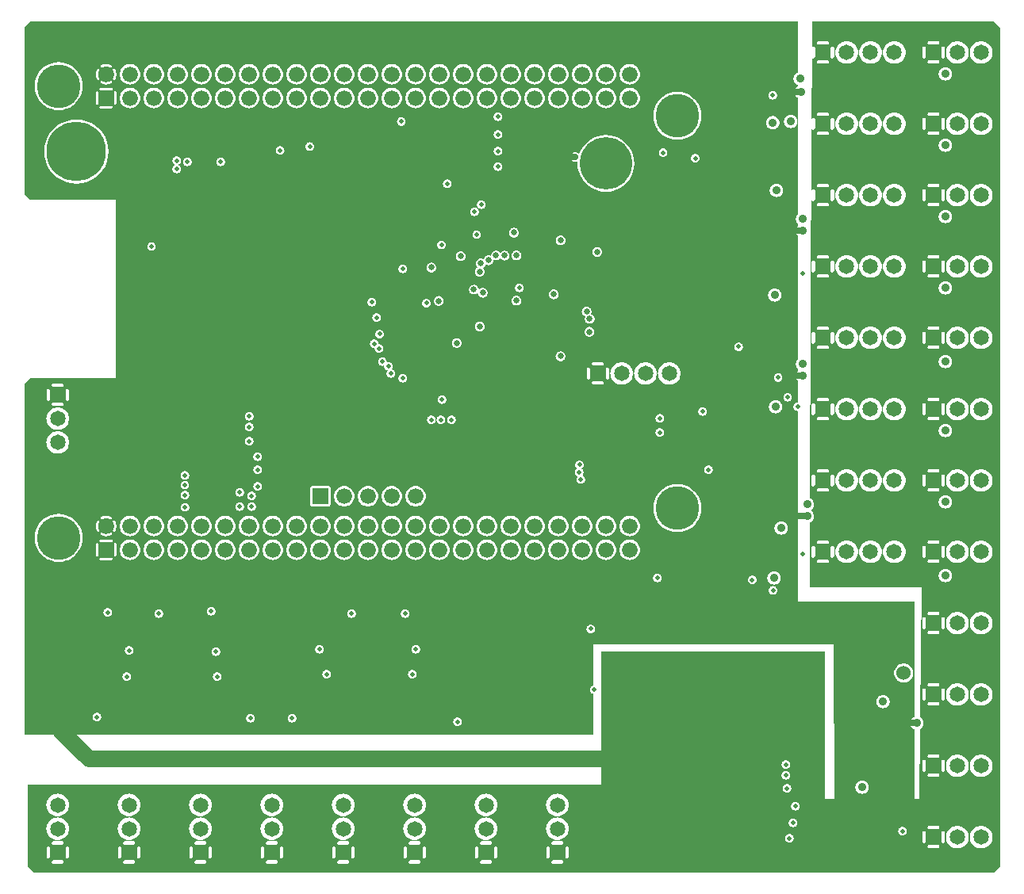
<source format=gbr>
G04 start of page 3 for group 1 idx 2 *
G04 Title: 971 BBB Cape, ground *
G04 Creator: pcb 20110918 *
G04 CreationDate: Sun Jan 19 01:17:08 2014 UTC *
G04 For: brians *
G04 Format: Gerber/RS-274X *
G04 PCB-Dimensions: 500000 400000 *
G04 PCB-Coordinate-Origin: lower left *
%MOIN*%
%FSLAX25Y25*%
%LNGROUP1*%
%ADD220C,0.0460*%
%ADD219C,0.2000*%
%ADD218C,0.1285*%
%ADD217C,0.0400*%
%ADD216C,0.0350*%
%ADD215C,0.0100*%
%ADD214C,0.0600*%
%ADD213C,0.0360*%
%ADD212C,0.0200*%
%ADD211C,0.2500*%
%ADD210C,0.0660*%
%ADD209C,0.2200*%
%ADD208C,0.1830*%
%ADD207C,0.0650*%
%ADD206C,0.0700*%
%ADD205C,0.0250*%
%ADD204C,0.0001*%
G54D204*G36*
X107941Y130500D02*X114441D01*
Y124500D01*
X107941D01*
Y130500D01*
G37*
G36*
X159441D02*X165941D01*
Y124500D01*
X159441D01*
Y130500D01*
G37*
G36*
X188941D02*X195441D01*
Y124500D01*
X188941D01*
Y130500D01*
G37*
G36*
X240941D02*X247441D01*
Y124500D01*
X240941D01*
Y130500D01*
G37*
G36*
X137941Y151000D02*X144441D01*
Y145000D01*
X137941D01*
Y151000D01*
G37*
G36*
X220441D02*X226941D01*
Y145000D01*
X220441D01*
Y151000D01*
G37*
G36*
X302196Y110000D02*X308696D01*
Y104000D01*
X302196D01*
Y110000D01*
G37*
G36*
X303941Y138450D02*X310441D01*
Y132450D01*
X303941D01*
Y138450D01*
G37*
G36*
X309441Y138000D02*X315941D01*
Y135000D01*
X309441D01*
Y138000D01*
G37*
G36*
X378441Y383000D02*X389441D01*
Y375000D01*
X378441D01*
Y383000D01*
G37*
G36*
X368441Y355000D02*X379441D01*
Y347000D01*
X368441D01*
Y355000D01*
G37*
G36*
X379162Y309000D02*X390162D01*
Y301000D01*
X379162D01*
Y309000D01*
G37*
G36*
X390441Y330118D02*X396441Y330000D01*
Y323000D01*
X390441Y323118D01*
Y330118D01*
G37*
G36*
X366441Y294689D02*X377441D01*
Y286689D01*
X366441D01*
Y294689D01*
G37*
G36*
X379512Y261000D02*X390512D01*
Y253000D01*
X379512D01*
Y261000D01*
G37*
G36*
X370441Y239157D02*X381441D01*
Y231157D01*
X370441D01*
Y239157D01*
G37*
G36*
X367485Y175386D02*X378485D01*
Y167386D01*
X367485D01*
Y175386D01*
G37*
G36*
X375937Y193161D02*X386937D01*
Y185161D01*
X375937D01*
Y193161D01*
G37*
G36*
X414441Y86000D02*X425441D01*
Y78000D01*
X414441D01*
Y86000D01*
G37*
G36*
X388441Y211000D02*X396441D01*
Y204000D01*
X388441D01*
Y211000D01*
G37*
G36*
X428941Y80000D02*X439941D01*
Y72000D01*
X428941D01*
Y80000D01*
G37*
G36*
X430941Y59500D02*X437441D01*
Y53500D01*
X430941D01*
Y59500D01*
G37*
G36*
X385441Y130500D02*X390941D01*
Y91000D01*
X385441D01*
Y130500D01*
G37*
G36*
X351941Y130000D02*X357441D01*
Y90500D01*
X351941D01*
Y130000D01*
G37*
G36*
X236441Y265000D02*X244441D01*
Y258000D01*
X236441D01*
Y265000D01*
G37*
G36*
X291712Y247147D02*X299712D01*
Y240147D01*
X291712D01*
Y247147D01*
G37*
G36*
X308941Y297500D02*X315441D01*
Y291500D01*
X308941D01*
Y297500D01*
G37*
G36*
X284262Y310800D02*X292262D01*
Y303800D01*
X284262D01*
Y310800D01*
G37*
G36*
X266207Y317716D02*X274207D01*
Y310716D01*
X266207D01*
Y317716D01*
G37*
G36*
X282148Y328134D02*X288648D01*
Y322134D01*
X282148D01*
Y328134D01*
G37*
G36*
X274167Y350634D02*X280667D01*
Y344634D01*
X274167D01*
Y350634D01*
G37*
G36*
X109941Y359500D02*X116441D01*
Y353500D01*
X109941D01*
Y359500D01*
G37*
G36*
X117941D02*X124441D01*
Y353500D01*
X117941D01*
Y359500D01*
G37*
G36*
X126941D02*X133441D01*
Y353500D01*
X126941D01*
Y359500D01*
G37*
G36*
X139441D02*X145941D01*
Y353500D01*
X139441D01*
Y359500D01*
G37*
G36*
Y353500D02*X145941D01*
Y347500D01*
X139441D01*
Y353500D01*
G37*
G36*
X145441D02*X151941D01*
Y347500D01*
X145441D01*
Y353500D01*
G37*
G36*
X150941Y349000D02*X157441D01*
Y343000D01*
X150941D01*
Y349000D01*
G37*
G36*
X165130Y353930D02*X171630D01*
Y347930D01*
X165130D01*
Y353930D01*
G37*
G36*
X123441Y343500D02*X129941D01*
Y337500D01*
X123441D01*
Y343500D01*
G37*
G36*
X113441Y338000D02*X119941D01*
Y332000D01*
X113441D01*
Y338000D01*
G37*
G36*
X109441D02*X115941D01*
Y332000D01*
X109441D01*
Y338000D01*
G37*
G36*
Y344500D02*X115941D01*
Y338500D01*
X109441D01*
Y344500D01*
G37*
G36*
X300719Y333466D02*X304150Y333438D01*
X307219Y327466D01*
X300719D01*
Y333466D01*
G37*
G36*
X155197Y331546D02*X161697D01*
Y325546D01*
X155197D01*
Y331546D01*
G37*
G36*
X155441Y327829D02*X161941D01*
Y321829D01*
X155441D01*
Y327829D01*
G37*
G36*
X236218Y303166D02*X244218D01*
Y296166D01*
X236218D01*
Y303166D01*
G37*
G36*
X194441Y312500D02*X200941D01*
Y306500D01*
X194441D01*
Y312500D01*
G37*
G36*
X192441Y315500D02*X198941D01*
Y309500D01*
X192441D01*
Y315500D01*
G37*
G36*
X194441Y318500D02*X200941D01*
Y312500D01*
X194441D01*
Y318500D01*
G37*
G36*
X123441Y337500D02*X129941D01*
Y331500D01*
X123441D01*
Y337500D01*
G37*
G36*
X159941Y277500D02*X165441D01*
Y238000D01*
X159941D01*
Y277500D01*
G37*
G36*
X125941Y278500D02*X131441D01*
Y239000D01*
X125941D01*
Y278500D01*
G37*
G36*
X138021Y303849D02*X144521D01*
Y297849D01*
X138021D01*
Y303849D01*
G37*
G36*
X201941Y280000D02*X208441D01*
Y274000D01*
X201941D01*
Y280000D01*
G37*
G36*
X194941Y272500D02*X201441D01*
Y266500D01*
X194941D01*
Y272500D01*
G37*
G36*
Y265500D02*X201441D01*
Y259500D01*
X194941D01*
Y265500D01*
G37*
G36*
X178441Y261500D02*X184941D01*
Y255500D01*
X178441D01*
Y261500D01*
G37*
G36*
X98941Y206500D02*X107441D01*
Y202000D01*
X98941D01*
Y206500D01*
G37*
G36*
X481441Y41500D02*X478941Y39000D01*
X473493D01*
Y49236D01*
X473500Y49235D01*
X474245Y49294D01*
X474972Y49469D01*
X475663Y49755D01*
X476301Y50145D01*
X476869Y50631D01*
X477355Y51199D01*
X477745Y51837D01*
X478031Y52528D01*
X478206Y53255D01*
X478250Y54000D01*
X478206Y54745D01*
X478031Y55472D01*
X477745Y56163D01*
X477355Y56801D01*
X476869Y57369D01*
X476301Y57855D01*
X475663Y58245D01*
X474972Y58531D01*
X474245Y58706D01*
X473500Y58765D01*
X473493Y58764D01*
Y79236D01*
X473500Y79235D01*
X474245Y79294D01*
X474972Y79469D01*
X475663Y79755D01*
X476301Y80145D01*
X476869Y80631D01*
X477355Y81199D01*
X477745Y81837D01*
X478031Y82528D01*
X478206Y83255D01*
X478250Y84000D01*
X478206Y84745D01*
X478031Y85472D01*
X477745Y86163D01*
X477355Y86801D01*
X476869Y87369D01*
X476301Y87855D01*
X475663Y88245D01*
X474972Y88531D01*
X474245Y88706D01*
X473500Y88765D01*
X473493Y88764D01*
Y109236D01*
X473500Y109235D01*
X474245Y109294D01*
X474972Y109469D01*
X475663Y109755D01*
X476301Y110145D01*
X476869Y110631D01*
X477355Y111199D01*
X477745Y111837D01*
X478031Y112528D01*
X478206Y113255D01*
X478250Y114000D01*
X478206Y114745D01*
X478031Y115472D01*
X477745Y116163D01*
X477355Y116801D01*
X476869Y117369D01*
X476301Y117855D01*
X475663Y118245D01*
X474972Y118531D01*
X474245Y118706D01*
X473500Y118765D01*
X473493Y118764D01*
Y139236D01*
X473500Y139235D01*
X474245Y139294D01*
X474972Y139469D01*
X475663Y139755D01*
X476301Y140145D01*
X476869Y140631D01*
X477355Y141199D01*
X477745Y141837D01*
X478031Y142528D01*
X478206Y143255D01*
X478250Y144000D01*
X478206Y144745D01*
X478031Y145472D01*
X477745Y146163D01*
X477355Y146801D01*
X476869Y147369D01*
X476301Y147855D01*
X475663Y148245D01*
X474972Y148531D01*
X474245Y148706D01*
X473500Y148765D01*
X473493Y148764D01*
Y169236D01*
X473500Y169235D01*
X474245Y169294D01*
X474972Y169469D01*
X475663Y169755D01*
X476301Y170145D01*
X476869Y170631D01*
X477355Y171199D01*
X477745Y171837D01*
X478031Y172528D01*
X478206Y173255D01*
X478250Y174000D01*
X478206Y174745D01*
X478031Y175472D01*
X477745Y176163D01*
X477355Y176801D01*
X476869Y177369D01*
X476301Y177855D01*
X475663Y178245D01*
X474972Y178531D01*
X474245Y178706D01*
X473500Y178765D01*
X473493Y178764D01*
Y199236D01*
X473500Y199235D01*
X474245Y199294D01*
X474972Y199469D01*
X475663Y199755D01*
X476301Y200145D01*
X476869Y200631D01*
X477355Y201199D01*
X477745Y201837D01*
X478031Y202528D01*
X478206Y203255D01*
X478250Y204000D01*
X478206Y204745D01*
X478031Y205472D01*
X477745Y206163D01*
X477355Y206801D01*
X476869Y207369D01*
X476301Y207855D01*
X475663Y208245D01*
X474972Y208531D01*
X474245Y208706D01*
X473500Y208765D01*
X473493Y208764D01*
Y229236D01*
X473500Y229235D01*
X474245Y229294D01*
X474972Y229469D01*
X475663Y229755D01*
X476301Y230145D01*
X476869Y230631D01*
X477355Y231199D01*
X477745Y231837D01*
X478031Y232528D01*
X478206Y233255D01*
X478250Y234000D01*
X478206Y234745D01*
X478031Y235472D01*
X477745Y236163D01*
X477355Y236801D01*
X476869Y237369D01*
X476301Y237855D01*
X475663Y238245D01*
X474972Y238531D01*
X474245Y238706D01*
X473500Y238765D01*
X473493Y238764D01*
Y259236D01*
X473500Y259235D01*
X474245Y259294D01*
X474972Y259469D01*
X475663Y259755D01*
X476301Y260145D01*
X476869Y260631D01*
X477355Y261199D01*
X477745Y261837D01*
X478031Y262528D01*
X478206Y263255D01*
X478250Y264000D01*
X478206Y264745D01*
X478031Y265472D01*
X477745Y266163D01*
X477355Y266801D01*
X476869Y267369D01*
X476301Y267855D01*
X475663Y268245D01*
X474972Y268531D01*
X474245Y268706D01*
X473500Y268765D01*
X473493Y268764D01*
Y289236D01*
X473500Y289235D01*
X474245Y289294D01*
X474972Y289469D01*
X475663Y289755D01*
X476301Y290145D01*
X476869Y290631D01*
X477355Y291199D01*
X477745Y291837D01*
X478031Y292528D01*
X478206Y293255D01*
X478250Y294000D01*
X478206Y294745D01*
X478031Y295472D01*
X477745Y296163D01*
X477355Y296801D01*
X476869Y297369D01*
X476301Y297855D01*
X475663Y298245D01*
X474972Y298531D01*
X474245Y298706D01*
X473500Y298765D01*
X473493Y298764D01*
Y319236D01*
X473500Y319235D01*
X474245Y319294D01*
X474972Y319469D01*
X475663Y319755D01*
X476301Y320145D01*
X476869Y320631D01*
X477355Y321199D01*
X477745Y321837D01*
X478031Y322528D01*
X478206Y323255D01*
X478250Y324000D01*
X478206Y324745D01*
X478031Y325472D01*
X477745Y326163D01*
X477355Y326801D01*
X476869Y327369D01*
X476301Y327855D01*
X475663Y328245D01*
X474972Y328531D01*
X474245Y328706D01*
X473500Y328765D01*
X473493Y328764D01*
Y349236D01*
X473500Y349235D01*
X474245Y349294D01*
X474972Y349469D01*
X475663Y349755D01*
X476301Y350145D01*
X476869Y350631D01*
X477355Y351199D01*
X477745Y351837D01*
X478031Y352528D01*
X478206Y353255D01*
X478250Y354000D01*
X478206Y354745D01*
X478031Y355472D01*
X477745Y356163D01*
X477355Y356801D01*
X476869Y357369D01*
X476301Y357855D01*
X475663Y358245D01*
X474972Y358531D01*
X474245Y358706D01*
X473500Y358765D01*
X473493Y358764D01*
Y379236D01*
X473500Y379235D01*
X474245Y379294D01*
X474972Y379469D01*
X475663Y379755D01*
X476301Y380145D01*
X476869Y380631D01*
X477355Y381199D01*
X477745Y381837D01*
X478031Y382528D01*
X478206Y383255D01*
X478250Y384000D01*
X478206Y384745D01*
X478031Y385472D01*
X477745Y386163D01*
X477355Y386801D01*
X476869Y387369D01*
X476301Y387855D01*
X475663Y388245D01*
X474972Y388531D01*
X474245Y388706D01*
X473500Y388765D01*
X473493Y388764D01*
Y397000D01*
X478941D01*
X481441Y394000D01*
Y41500D01*
G37*
G36*
X473493Y39000D02*X463493D01*
Y49236D01*
X463500Y49235D01*
X464245Y49294D01*
X464972Y49469D01*
X465663Y49755D01*
X466301Y50145D01*
X466869Y50631D01*
X467355Y51199D01*
X467745Y51837D01*
X468031Y52528D01*
X468206Y53255D01*
X468250Y54000D01*
X468206Y54745D01*
X468031Y55472D01*
X467745Y56163D01*
X467355Y56801D01*
X466869Y57369D01*
X466301Y57855D01*
X465663Y58245D01*
X464972Y58531D01*
X464245Y58706D01*
X463500Y58765D01*
X463493Y58764D01*
Y79236D01*
X463500Y79235D01*
X464245Y79294D01*
X464972Y79469D01*
X465663Y79755D01*
X466301Y80145D01*
X466869Y80631D01*
X467355Y81199D01*
X467745Y81837D01*
X468031Y82528D01*
X468206Y83255D01*
X468250Y84000D01*
X468206Y84745D01*
X468031Y85472D01*
X467745Y86163D01*
X467355Y86801D01*
X466869Y87369D01*
X466301Y87855D01*
X465663Y88245D01*
X464972Y88531D01*
X464245Y88706D01*
X463500Y88765D01*
X463493Y88764D01*
Y109236D01*
X463500Y109235D01*
X464245Y109294D01*
X464972Y109469D01*
X465663Y109755D01*
X466301Y110145D01*
X466869Y110631D01*
X467355Y111199D01*
X467745Y111837D01*
X468031Y112528D01*
X468206Y113255D01*
X468250Y114000D01*
X468206Y114745D01*
X468031Y115472D01*
X467745Y116163D01*
X467355Y116801D01*
X466869Y117369D01*
X466301Y117855D01*
X465663Y118245D01*
X464972Y118531D01*
X464245Y118706D01*
X463500Y118765D01*
X463493Y118764D01*
Y139236D01*
X463500Y139235D01*
X464245Y139294D01*
X464972Y139469D01*
X465663Y139755D01*
X466301Y140145D01*
X466869Y140631D01*
X467355Y141199D01*
X467745Y141837D01*
X468031Y142528D01*
X468206Y143255D01*
X468250Y144000D01*
X468206Y144745D01*
X468031Y145472D01*
X467745Y146163D01*
X467355Y146801D01*
X466869Y147369D01*
X466301Y147855D01*
X465663Y148245D01*
X464972Y148531D01*
X464245Y148706D01*
X463500Y148765D01*
X463493Y148764D01*
Y169236D01*
X463500Y169235D01*
X464245Y169294D01*
X464972Y169469D01*
X465663Y169755D01*
X466301Y170145D01*
X466869Y170631D01*
X467355Y171199D01*
X467745Y171837D01*
X468031Y172528D01*
X468206Y173255D01*
X468250Y174000D01*
X468206Y174745D01*
X468031Y175472D01*
X467745Y176163D01*
X467355Y176801D01*
X466869Y177369D01*
X466301Y177855D01*
X465663Y178245D01*
X464972Y178531D01*
X464245Y178706D01*
X463500Y178765D01*
X463493Y178764D01*
Y199236D01*
X463500Y199235D01*
X464245Y199294D01*
X464972Y199469D01*
X465663Y199755D01*
X466301Y200145D01*
X466869Y200631D01*
X467355Y201199D01*
X467745Y201837D01*
X468031Y202528D01*
X468206Y203255D01*
X468250Y204000D01*
X468206Y204745D01*
X468031Y205472D01*
X467745Y206163D01*
X467355Y206801D01*
X466869Y207369D01*
X466301Y207855D01*
X465663Y208245D01*
X464972Y208531D01*
X464245Y208706D01*
X463500Y208765D01*
X463493Y208764D01*
Y229236D01*
X463500Y229235D01*
X464245Y229294D01*
X464972Y229469D01*
X465663Y229755D01*
X466301Y230145D01*
X466869Y230631D01*
X467355Y231199D01*
X467745Y231837D01*
X468031Y232528D01*
X468206Y233255D01*
X468250Y234000D01*
X468206Y234745D01*
X468031Y235472D01*
X467745Y236163D01*
X467355Y236801D01*
X466869Y237369D01*
X466301Y237855D01*
X465663Y238245D01*
X464972Y238531D01*
X464245Y238706D01*
X463500Y238765D01*
X463493Y238764D01*
Y259236D01*
X463500Y259235D01*
X464245Y259294D01*
X464972Y259469D01*
X465663Y259755D01*
X466301Y260145D01*
X466869Y260631D01*
X467355Y261199D01*
X467745Y261837D01*
X468031Y262528D01*
X468206Y263255D01*
X468250Y264000D01*
X468206Y264745D01*
X468031Y265472D01*
X467745Y266163D01*
X467355Y266801D01*
X466869Y267369D01*
X466301Y267855D01*
X465663Y268245D01*
X464972Y268531D01*
X464245Y268706D01*
X463500Y268765D01*
X463493Y268764D01*
Y289236D01*
X463500Y289235D01*
X464245Y289294D01*
X464972Y289469D01*
X465663Y289755D01*
X466301Y290145D01*
X466869Y290631D01*
X467355Y291199D01*
X467745Y291837D01*
X468031Y292528D01*
X468206Y293255D01*
X468250Y294000D01*
X468206Y294745D01*
X468031Y295472D01*
X467745Y296163D01*
X467355Y296801D01*
X466869Y297369D01*
X466301Y297855D01*
X465663Y298245D01*
X464972Y298531D01*
X464245Y298706D01*
X463500Y298765D01*
X463493Y298764D01*
Y319236D01*
X463500Y319235D01*
X464245Y319294D01*
X464972Y319469D01*
X465663Y319755D01*
X466301Y320145D01*
X466869Y320631D01*
X467355Y321199D01*
X467745Y321837D01*
X468031Y322528D01*
X468206Y323255D01*
X468250Y324000D01*
X468206Y324745D01*
X468031Y325472D01*
X467745Y326163D01*
X467355Y326801D01*
X466869Y327369D01*
X466301Y327855D01*
X465663Y328245D01*
X464972Y328531D01*
X464245Y328706D01*
X463500Y328765D01*
X463493Y328764D01*
Y349236D01*
X463500Y349235D01*
X464245Y349294D01*
X464972Y349469D01*
X465663Y349755D01*
X466301Y350145D01*
X466869Y350631D01*
X467355Y351199D01*
X467745Y351837D01*
X468031Y352528D01*
X468206Y353255D01*
X468250Y354000D01*
X468206Y354745D01*
X468031Y355472D01*
X467745Y356163D01*
X467355Y356801D01*
X466869Y357369D01*
X466301Y357855D01*
X465663Y358245D01*
X464972Y358531D01*
X464245Y358706D01*
X463500Y358765D01*
X463493Y358764D01*
Y379236D01*
X463500Y379235D01*
X464245Y379294D01*
X464972Y379469D01*
X465663Y379755D01*
X466301Y380145D01*
X466869Y380631D01*
X467355Y381199D01*
X467745Y381837D01*
X468031Y382528D01*
X468206Y383255D01*
X468250Y384000D01*
X468206Y384745D01*
X468031Y385472D01*
X467745Y386163D01*
X467355Y386801D01*
X466869Y387369D01*
X466301Y387855D01*
X465663Y388245D01*
X464972Y388531D01*
X464245Y388706D01*
X463500Y388765D01*
X463493Y388764D01*
Y397000D01*
X473493D01*
Y388764D01*
X472755Y388706D01*
X472028Y388531D01*
X471337Y388245D01*
X470699Y387855D01*
X470131Y387369D01*
X469645Y386801D01*
X469255Y386163D01*
X468969Y385472D01*
X468794Y384745D01*
X468735Y384000D01*
X468794Y383255D01*
X468969Y382528D01*
X469255Y381837D01*
X469645Y381199D01*
X470131Y380631D01*
X470699Y380145D01*
X471337Y379755D01*
X472028Y379469D01*
X472755Y379294D01*
X473493Y379236D01*
Y358764D01*
X472755Y358706D01*
X472028Y358531D01*
X471337Y358245D01*
X470699Y357855D01*
X470131Y357369D01*
X469645Y356801D01*
X469255Y356163D01*
X468969Y355472D01*
X468794Y354745D01*
X468735Y354000D01*
X468794Y353255D01*
X468969Y352528D01*
X469255Y351837D01*
X469645Y351199D01*
X470131Y350631D01*
X470699Y350145D01*
X471337Y349755D01*
X472028Y349469D01*
X472755Y349294D01*
X473493Y349236D01*
Y328764D01*
X472755Y328706D01*
X472028Y328531D01*
X471337Y328245D01*
X470699Y327855D01*
X470131Y327369D01*
X469645Y326801D01*
X469255Y326163D01*
X468969Y325472D01*
X468794Y324745D01*
X468735Y324000D01*
X468794Y323255D01*
X468969Y322528D01*
X469255Y321837D01*
X469645Y321199D01*
X470131Y320631D01*
X470699Y320145D01*
X471337Y319755D01*
X472028Y319469D01*
X472755Y319294D01*
X473493Y319236D01*
Y298764D01*
X472755Y298706D01*
X472028Y298531D01*
X471337Y298245D01*
X470699Y297855D01*
X470131Y297369D01*
X469645Y296801D01*
X469255Y296163D01*
X468969Y295472D01*
X468794Y294745D01*
X468735Y294000D01*
X468794Y293255D01*
X468969Y292528D01*
X469255Y291837D01*
X469645Y291199D01*
X470131Y290631D01*
X470699Y290145D01*
X471337Y289755D01*
X472028Y289469D01*
X472755Y289294D01*
X473493Y289236D01*
Y268764D01*
X472755Y268706D01*
X472028Y268531D01*
X471337Y268245D01*
X470699Y267855D01*
X470131Y267369D01*
X469645Y266801D01*
X469255Y266163D01*
X468969Y265472D01*
X468794Y264745D01*
X468735Y264000D01*
X468794Y263255D01*
X468969Y262528D01*
X469255Y261837D01*
X469645Y261199D01*
X470131Y260631D01*
X470699Y260145D01*
X471337Y259755D01*
X472028Y259469D01*
X472755Y259294D01*
X473493Y259236D01*
Y238764D01*
X472755Y238706D01*
X472028Y238531D01*
X471337Y238245D01*
X470699Y237855D01*
X470131Y237369D01*
X469645Y236801D01*
X469255Y236163D01*
X468969Y235472D01*
X468794Y234745D01*
X468735Y234000D01*
X468794Y233255D01*
X468969Y232528D01*
X469255Y231837D01*
X469645Y231199D01*
X470131Y230631D01*
X470699Y230145D01*
X471337Y229755D01*
X472028Y229469D01*
X472755Y229294D01*
X473493Y229236D01*
Y208764D01*
X472755Y208706D01*
X472028Y208531D01*
X471337Y208245D01*
X470699Y207855D01*
X470131Y207369D01*
X469645Y206801D01*
X469255Y206163D01*
X468969Y205472D01*
X468794Y204745D01*
X468735Y204000D01*
X468794Y203255D01*
X468969Y202528D01*
X469255Y201837D01*
X469645Y201199D01*
X470131Y200631D01*
X470699Y200145D01*
X471337Y199755D01*
X472028Y199469D01*
X472755Y199294D01*
X473493Y199236D01*
Y178764D01*
X472755Y178706D01*
X472028Y178531D01*
X471337Y178245D01*
X470699Y177855D01*
X470131Y177369D01*
X469645Y176801D01*
X469255Y176163D01*
X468969Y175472D01*
X468794Y174745D01*
X468735Y174000D01*
X468794Y173255D01*
X468969Y172528D01*
X469255Y171837D01*
X469645Y171199D01*
X470131Y170631D01*
X470699Y170145D01*
X471337Y169755D01*
X472028Y169469D01*
X472755Y169294D01*
X473493Y169236D01*
Y148764D01*
X472755Y148706D01*
X472028Y148531D01*
X471337Y148245D01*
X470699Y147855D01*
X470131Y147369D01*
X469645Y146801D01*
X469255Y146163D01*
X468969Y145472D01*
X468794Y144745D01*
X468735Y144000D01*
X468794Y143255D01*
X468969Y142528D01*
X469255Y141837D01*
X469645Y141199D01*
X470131Y140631D01*
X470699Y140145D01*
X471337Y139755D01*
X472028Y139469D01*
X472755Y139294D01*
X473493Y139236D01*
Y118764D01*
X472755Y118706D01*
X472028Y118531D01*
X471337Y118245D01*
X470699Y117855D01*
X470131Y117369D01*
X469645Y116801D01*
X469255Y116163D01*
X468969Y115472D01*
X468794Y114745D01*
X468735Y114000D01*
X468794Y113255D01*
X468969Y112528D01*
X469255Y111837D01*
X469645Y111199D01*
X470131Y110631D01*
X470699Y110145D01*
X471337Y109755D01*
X472028Y109469D01*
X472755Y109294D01*
X473493Y109236D01*
Y88764D01*
X472755Y88706D01*
X472028Y88531D01*
X471337Y88245D01*
X470699Y87855D01*
X470131Y87369D01*
X469645Y86801D01*
X469255Y86163D01*
X468969Y85472D01*
X468794Y84745D01*
X468735Y84000D01*
X468794Y83255D01*
X468969Y82528D01*
X469255Y81837D01*
X469645Y81199D01*
X470131Y80631D01*
X470699Y80145D01*
X471337Y79755D01*
X472028Y79469D01*
X472755Y79294D01*
X473493Y79236D01*
Y58764D01*
X472755Y58706D01*
X472028Y58531D01*
X471337Y58245D01*
X470699Y57855D01*
X470131Y57369D01*
X469645Y56801D01*
X469255Y56163D01*
X468969Y55472D01*
X468794Y54745D01*
X468735Y54000D01*
X468794Y53255D01*
X468969Y52528D01*
X469255Y51837D01*
X469645Y51199D01*
X470131Y50631D01*
X470699Y50145D01*
X471337Y49755D01*
X472028Y49469D01*
X472755Y49294D01*
X473493Y49236D01*
Y39000D01*
G37*
G36*
X463493D02*X458437D01*
Y161192D01*
X458441Y161191D01*
X458880Y161226D01*
X459309Y161329D01*
X459716Y161497D01*
X460092Y161728D01*
X460427Y162014D01*
X460713Y162349D01*
X460944Y162725D01*
X461112Y163132D01*
X461215Y163561D01*
X461241Y164000D01*
X461215Y164439D01*
X461112Y164868D01*
X460944Y165275D01*
X460713Y165651D01*
X460427Y165986D01*
X460092Y166272D01*
X459716Y166503D01*
X459309Y166671D01*
X458880Y166774D01*
X458441Y166809D01*
X458437Y166808D01*
Y192192D01*
X458441Y192191D01*
X458880Y192226D01*
X459309Y192329D01*
X459716Y192497D01*
X460092Y192728D01*
X460427Y193014D01*
X460713Y193349D01*
X460944Y193725D01*
X461112Y194132D01*
X461215Y194561D01*
X461241Y195000D01*
X461215Y195439D01*
X461112Y195868D01*
X460944Y196275D01*
X460713Y196651D01*
X460427Y196986D01*
X460092Y197272D01*
X459716Y197503D01*
X459309Y197671D01*
X458880Y197774D01*
X458441Y197809D01*
X458437Y197808D01*
Y222192D01*
X458441Y222191D01*
X458880Y222226D01*
X459309Y222329D01*
X459716Y222497D01*
X460092Y222728D01*
X460427Y223014D01*
X460713Y223349D01*
X460944Y223725D01*
X461112Y224132D01*
X461215Y224561D01*
X461241Y225000D01*
X461215Y225439D01*
X461112Y225868D01*
X460944Y226275D01*
X460713Y226651D01*
X460427Y226986D01*
X460092Y227272D01*
X459716Y227503D01*
X459309Y227671D01*
X458880Y227774D01*
X458441Y227809D01*
X458437Y227808D01*
Y251192D01*
X458441Y251191D01*
X458880Y251226D01*
X459309Y251329D01*
X459716Y251497D01*
X460092Y251728D01*
X460427Y252014D01*
X460713Y252349D01*
X460944Y252725D01*
X461112Y253132D01*
X461215Y253561D01*
X461241Y254000D01*
X461215Y254439D01*
X461112Y254868D01*
X460944Y255275D01*
X460713Y255651D01*
X460427Y255986D01*
X460092Y256272D01*
X459716Y256503D01*
X459309Y256671D01*
X458880Y256774D01*
X458441Y256809D01*
X458437Y256808D01*
Y282192D01*
X458441Y282191D01*
X458880Y282226D01*
X459309Y282329D01*
X459716Y282497D01*
X460092Y282728D01*
X460427Y283014D01*
X460713Y283349D01*
X460944Y283725D01*
X461112Y284132D01*
X461215Y284561D01*
X461241Y285000D01*
X461215Y285439D01*
X461112Y285868D01*
X460944Y286275D01*
X460713Y286651D01*
X460427Y286986D01*
X460092Y287272D01*
X459716Y287503D01*
X459309Y287671D01*
X458880Y287774D01*
X458441Y287809D01*
X458437Y287808D01*
Y312192D01*
X458441Y312191D01*
X458880Y312226D01*
X459309Y312329D01*
X459716Y312497D01*
X460092Y312728D01*
X460427Y313014D01*
X460713Y313349D01*
X460944Y313725D01*
X461112Y314132D01*
X461215Y314561D01*
X461241Y315000D01*
X461215Y315439D01*
X461112Y315868D01*
X460944Y316275D01*
X460713Y316651D01*
X460427Y316986D01*
X460092Y317272D01*
X459716Y317503D01*
X459309Y317671D01*
X458880Y317774D01*
X458441Y317809D01*
X458437Y317808D01*
Y342192D01*
X458441Y342191D01*
X458880Y342226D01*
X459309Y342329D01*
X459716Y342497D01*
X460092Y342728D01*
X460427Y343014D01*
X460713Y343349D01*
X460944Y343725D01*
X461112Y344132D01*
X461215Y344561D01*
X461241Y345000D01*
X461215Y345439D01*
X461112Y345868D01*
X460944Y346275D01*
X460713Y346651D01*
X460427Y346986D01*
X460092Y347272D01*
X459716Y347503D01*
X459309Y347671D01*
X458880Y347774D01*
X458441Y347809D01*
X458437Y347808D01*
Y372192D01*
X458441Y372191D01*
X458880Y372226D01*
X459309Y372329D01*
X459716Y372497D01*
X460092Y372728D01*
X460427Y373014D01*
X460713Y373349D01*
X460944Y373725D01*
X461112Y374132D01*
X461215Y374561D01*
X461241Y375000D01*
X461215Y375439D01*
X461112Y375868D01*
X460944Y376275D01*
X460713Y376651D01*
X460427Y376986D01*
X460092Y377272D01*
X459716Y377503D01*
X459309Y377671D01*
X458880Y377774D01*
X458441Y377809D01*
X458437Y377808D01*
Y397000D01*
X463493D01*
Y388764D01*
X462755Y388706D01*
X462028Y388531D01*
X461337Y388245D01*
X460699Y387855D01*
X460131Y387369D01*
X459645Y386801D01*
X459255Y386163D01*
X458969Y385472D01*
X458794Y384745D01*
X458735Y384000D01*
X458794Y383255D01*
X458969Y382528D01*
X459255Y381837D01*
X459645Y381199D01*
X460131Y380631D01*
X460699Y380145D01*
X461337Y379755D01*
X462028Y379469D01*
X462755Y379294D01*
X463493Y379236D01*
Y358764D01*
X462755Y358706D01*
X462028Y358531D01*
X461337Y358245D01*
X460699Y357855D01*
X460131Y357369D01*
X459645Y356801D01*
X459255Y356163D01*
X458969Y355472D01*
X458794Y354745D01*
X458735Y354000D01*
X458794Y353255D01*
X458969Y352528D01*
X459255Y351837D01*
X459645Y351199D01*
X460131Y350631D01*
X460699Y350145D01*
X461337Y349755D01*
X462028Y349469D01*
X462755Y349294D01*
X463493Y349236D01*
Y328764D01*
X462755Y328706D01*
X462028Y328531D01*
X461337Y328245D01*
X460699Y327855D01*
X460131Y327369D01*
X459645Y326801D01*
X459255Y326163D01*
X458969Y325472D01*
X458794Y324745D01*
X458735Y324000D01*
X458794Y323255D01*
X458969Y322528D01*
X459255Y321837D01*
X459645Y321199D01*
X460131Y320631D01*
X460699Y320145D01*
X461337Y319755D01*
X462028Y319469D01*
X462755Y319294D01*
X463493Y319236D01*
Y298764D01*
X462755Y298706D01*
X462028Y298531D01*
X461337Y298245D01*
X460699Y297855D01*
X460131Y297369D01*
X459645Y296801D01*
X459255Y296163D01*
X458969Y295472D01*
X458794Y294745D01*
X458735Y294000D01*
X458794Y293255D01*
X458969Y292528D01*
X459255Y291837D01*
X459645Y291199D01*
X460131Y290631D01*
X460699Y290145D01*
X461337Y289755D01*
X462028Y289469D01*
X462755Y289294D01*
X463493Y289236D01*
Y268764D01*
X462755Y268706D01*
X462028Y268531D01*
X461337Y268245D01*
X460699Y267855D01*
X460131Y267369D01*
X459645Y266801D01*
X459255Y266163D01*
X458969Y265472D01*
X458794Y264745D01*
X458735Y264000D01*
X458794Y263255D01*
X458969Y262528D01*
X459255Y261837D01*
X459645Y261199D01*
X460131Y260631D01*
X460699Y260145D01*
X461337Y259755D01*
X462028Y259469D01*
X462755Y259294D01*
X463493Y259236D01*
Y238764D01*
X462755Y238706D01*
X462028Y238531D01*
X461337Y238245D01*
X460699Y237855D01*
X460131Y237369D01*
X459645Y236801D01*
X459255Y236163D01*
X458969Y235472D01*
X458794Y234745D01*
X458735Y234000D01*
X458794Y233255D01*
X458969Y232528D01*
X459255Y231837D01*
X459645Y231199D01*
X460131Y230631D01*
X460699Y230145D01*
X461337Y229755D01*
X462028Y229469D01*
X462755Y229294D01*
X463493Y229236D01*
Y208764D01*
X462755Y208706D01*
X462028Y208531D01*
X461337Y208245D01*
X460699Y207855D01*
X460131Y207369D01*
X459645Y206801D01*
X459255Y206163D01*
X458969Y205472D01*
X458794Y204745D01*
X458735Y204000D01*
X458794Y203255D01*
X458969Y202528D01*
X459255Y201837D01*
X459645Y201199D01*
X460131Y200631D01*
X460699Y200145D01*
X461337Y199755D01*
X462028Y199469D01*
X462755Y199294D01*
X463493Y199236D01*
Y178764D01*
X462755Y178706D01*
X462028Y178531D01*
X461337Y178245D01*
X460699Y177855D01*
X460131Y177369D01*
X459645Y176801D01*
X459255Y176163D01*
X458969Y175472D01*
X458794Y174745D01*
X458735Y174000D01*
X458794Y173255D01*
X458969Y172528D01*
X459255Y171837D01*
X459645Y171199D01*
X460131Y170631D01*
X460699Y170145D01*
X461337Y169755D01*
X462028Y169469D01*
X462755Y169294D01*
X463493Y169236D01*
Y148764D01*
X462755Y148706D01*
X462028Y148531D01*
X461337Y148245D01*
X460699Y147855D01*
X460131Y147369D01*
X459645Y146801D01*
X459255Y146163D01*
X458969Y145472D01*
X458794Y144745D01*
X458735Y144000D01*
X458794Y143255D01*
X458969Y142528D01*
X459255Y141837D01*
X459645Y141199D01*
X460131Y140631D01*
X460699Y140145D01*
X461337Y139755D01*
X462028Y139469D01*
X462755Y139294D01*
X463493Y139236D01*
Y118764D01*
X462755Y118706D01*
X462028Y118531D01*
X461337Y118245D01*
X460699Y117855D01*
X460131Y117369D01*
X459645Y116801D01*
X459255Y116163D01*
X458969Y115472D01*
X458794Y114745D01*
X458735Y114000D01*
X458794Y113255D01*
X458969Y112528D01*
X459255Y111837D01*
X459645Y111199D01*
X460131Y110631D01*
X460699Y110145D01*
X461337Y109755D01*
X462028Y109469D01*
X462755Y109294D01*
X463493Y109236D01*
Y88764D01*
X462755Y88706D01*
X462028Y88531D01*
X461337Y88245D01*
X460699Y87855D01*
X460131Y87369D01*
X459645Y86801D01*
X459255Y86163D01*
X458969Y85472D01*
X458794Y84745D01*
X458735Y84000D01*
X458794Y83255D01*
X458969Y82528D01*
X459255Y81837D01*
X459645Y81199D01*
X460131Y80631D01*
X460699Y80145D01*
X461337Y79755D01*
X462028Y79469D01*
X462755Y79294D01*
X463493Y79236D01*
Y58764D01*
X462755Y58706D01*
X462028Y58531D01*
X461337Y58245D01*
X460699Y57855D01*
X460131Y57369D01*
X459645Y56801D01*
X459255Y56163D01*
X458969Y55472D01*
X458794Y54745D01*
X458735Y54000D01*
X458794Y53255D01*
X458969Y52528D01*
X459255Y51837D01*
X459645Y51199D01*
X460131Y50631D01*
X460699Y50145D01*
X461337Y49755D01*
X462028Y49469D01*
X462755Y49294D01*
X463493Y49236D01*
Y39000D01*
G37*
G36*
X457500Y192359D02*X457573Y192329D01*
X458002Y192226D01*
X458437Y192192D01*
Y166808D01*
X458002Y166774D01*
X457573Y166671D01*
X457500Y166641D01*
Y171498D01*
X457618Y171507D01*
X457732Y171535D01*
X457842Y171580D01*
X457942Y171641D01*
X458032Y171718D01*
X458109Y171808D01*
X458170Y171908D01*
X458215Y172018D01*
X458243Y172132D01*
X458250Y172250D01*
Y175750D01*
X458243Y175868D01*
X458215Y175982D01*
X458170Y176092D01*
X458109Y176192D01*
X458032Y176282D01*
X457942Y176359D01*
X457842Y176420D01*
X457732Y176465D01*
X457618Y176493D01*
X457500Y176502D01*
Y192359D01*
G37*
G36*
Y222359D02*X457573Y222329D01*
X458002Y222226D01*
X458437Y222192D01*
Y197808D01*
X458002Y197774D01*
X457573Y197671D01*
X457500Y197641D01*
Y201498D01*
X457618Y201507D01*
X457732Y201535D01*
X457842Y201580D01*
X457942Y201641D01*
X458032Y201718D01*
X458109Y201808D01*
X458170Y201908D01*
X458215Y202018D01*
X458243Y202132D01*
X458250Y202250D01*
Y205750D01*
X458243Y205868D01*
X458215Y205982D01*
X458170Y206092D01*
X458109Y206192D01*
X458032Y206282D01*
X457942Y206359D01*
X457842Y206420D01*
X457732Y206465D01*
X457618Y206493D01*
X457500Y206502D01*
Y222359D01*
G37*
G36*
Y251359D02*X457573Y251329D01*
X458002Y251226D01*
X458437Y251192D01*
Y227808D01*
X458002Y227774D01*
X457573Y227671D01*
X457500Y227641D01*
Y231498D01*
X457618Y231507D01*
X457732Y231535D01*
X457842Y231580D01*
X457942Y231641D01*
X458032Y231718D01*
X458109Y231808D01*
X458170Y231908D01*
X458215Y232018D01*
X458243Y232132D01*
X458250Y232250D01*
Y235750D01*
X458243Y235868D01*
X458215Y235982D01*
X458170Y236092D01*
X458109Y236192D01*
X458032Y236282D01*
X457942Y236359D01*
X457842Y236420D01*
X457732Y236465D01*
X457618Y236493D01*
X457500Y236502D01*
Y251359D01*
G37*
G36*
Y282359D02*X457573Y282329D01*
X458002Y282226D01*
X458437Y282192D01*
Y256808D01*
X458002Y256774D01*
X457573Y256671D01*
X457500Y256641D01*
Y261498D01*
X457618Y261507D01*
X457732Y261535D01*
X457842Y261580D01*
X457942Y261641D01*
X458032Y261718D01*
X458109Y261808D01*
X458170Y261908D01*
X458215Y262018D01*
X458243Y262132D01*
X458250Y262250D01*
Y265750D01*
X458243Y265868D01*
X458215Y265982D01*
X458170Y266092D01*
X458109Y266192D01*
X458032Y266282D01*
X457942Y266359D01*
X457842Y266420D01*
X457732Y266465D01*
X457618Y266493D01*
X457500Y266502D01*
Y282359D01*
G37*
G36*
Y312359D02*X457573Y312329D01*
X458002Y312226D01*
X458437Y312192D01*
Y287808D01*
X458002Y287774D01*
X457573Y287671D01*
X457500Y287641D01*
Y291498D01*
X457618Y291507D01*
X457732Y291535D01*
X457842Y291580D01*
X457942Y291641D01*
X458032Y291718D01*
X458109Y291808D01*
X458170Y291908D01*
X458215Y292018D01*
X458243Y292132D01*
X458250Y292250D01*
Y295750D01*
X458243Y295868D01*
X458215Y295982D01*
X458170Y296092D01*
X458109Y296192D01*
X458032Y296282D01*
X457942Y296359D01*
X457842Y296420D01*
X457732Y296465D01*
X457618Y296493D01*
X457500Y296502D01*
Y312359D01*
G37*
G36*
Y342359D02*X457573Y342329D01*
X458002Y342226D01*
X458437Y342192D01*
Y317808D01*
X458002Y317774D01*
X457573Y317671D01*
X457500Y317641D01*
Y321498D01*
X457618Y321507D01*
X457732Y321535D01*
X457842Y321580D01*
X457942Y321641D01*
X458032Y321718D01*
X458109Y321808D01*
X458170Y321908D01*
X458215Y322018D01*
X458243Y322132D01*
X458250Y322250D01*
Y325750D01*
X458243Y325868D01*
X458215Y325982D01*
X458170Y326092D01*
X458109Y326192D01*
X458032Y326282D01*
X457942Y326359D01*
X457842Y326420D01*
X457732Y326465D01*
X457618Y326493D01*
X457500Y326502D01*
Y342359D01*
G37*
G36*
Y372359D02*X457573Y372329D01*
X458002Y372226D01*
X458437Y372192D01*
Y347808D01*
X458002Y347774D01*
X457573Y347671D01*
X457500Y347641D01*
Y351498D01*
X457618Y351507D01*
X457732Y351535D01*
X457842Y351580D01*
X457942Y351641D01*
X458032Y351718D01*
X458109Y351808D01*
X458170Y351908D01*
X458215Y352018D01*
X458243Y352132D01*
X458250Y352250D01*
Y355750D01*
X458243Y355868D01*
X458215Y355982D01*
X458170Y356092D01*
X458109Y356192D01*
X458032Y356282D01*
X457942Y356359D01*
X457842Y356420D01*
X457732Y356465D01*
X457618Y356493D01*
X457500Y356502D01*
Y372359D01*
G37*
G36*
Y397000D02*X458437D01*
Y377808D01*
X458002Y377774D01*
X457573Y377671D01*
X457500Y377641D01*
Y381498D01*
X457618Y381507D01*
X457732Y381535D01*
X457842Y381580D01*
X457942Y381641D01*
X458032Y381718D01*
X458109Y381808D01*
X458170Y381908D01*
X458215Y382018D01*
X458243Y382132D01*
X458250Y382250D01*
Y385750D01*
X458243Y385868D01*
X458215Y385982D01*
X458170Y386092D01*
X458109Y386192D01*
X458032Y386282D01*
X457942Y386359D01*
X457842Y386420D01*
X457732Y386465D01*
X457618Y386493D01*
X457500Y386502D01*
Y397000D01*
G37*
G36*
X458437Y39000D02*X457500D01*
Y51498D01*
X457618Y51507D01*
X457732Y51535D01*
X457842Y51580D01*
X457942Y51641D01*
X458032Y51718D01*
X458109Y51808D01*
X458170Y51908D01*
X458215Y52018D01*
X458243Y52132D01*
X458250Y52250D01*
Y55750D01*
X458243Y55868D01*
X458215Y55982D01*
X458170Y56092D01*
X458109Y56192D01*
X458032Y56282D01*
X457942Y56359D01*
X457842Y56420D01*
X457732Y56465D01*
X457618Y56493D01*
X457500Y56502D01*
Y81498D01*
X457618Y81507D01*
X457732Y81535D01*
X457842Y81580D01*
X457942Y81641D01*
X458032Y81718D01*
X458109Y81808D01*
X458170Y81908D01*
X458215Y82018D01*
X458243Y82132D01*
X458250Y82250D01*
Y85750D01*
X458243Y85868D01*
X458215Y85982D01*
X458170Y86092D01*
X458109Y86192D01*
X458032Y86282D01*
X457942Y86359D01*
X457842Y86420D01*
X457732Y86465D01*
X457618Y86493D01*
X457500Y86502D01*
Y111498D01*
X457618Y111507D01*
X457732Y111535D01*
X457842Y111580D01*
X457942Y111641D01*
X458032Y111718D01*
X458109Y111808D01*
X458170Y111908D01*
X458215Y112018D01*
X458243Y112132D01*
X458250Y112250D01*
Y115750D01*
X458243Y115868D01*
X458215Y115982D01*
X458170Y116092D01*
X458109Y116192D01*
X458032Y116282D01*
X457942Y116359D01*
X457842Y116420D01*
X457732Y116465D01*
X457618Y116493D01*
X457500Y116502D01*
Y141498D01*
X457618Y141507D01*
X457732Y141535D01*
X457842Y141580D01*
X457942Y141641D01*
X458032Y141718D01*
X458109Y141808D01*
X458170Y141908D01*
X458215Y142018D01*
X458243Y142132D01*
X458250Y142250D01*
Y145750D01*
X458243Y145868D01*
X458215Y145982D01*
X458170Y146092D01*
X458109Y146192D01*
X458032Y146282D01*
X457942Y146359D01*
X457842Y146420D01*
X457732Y146465D01*
X457618Y146493D01*
X457500Y146502D01*
Y161359D01*
X457573Y161329D01*
X458002Y161226D01*
X458437Y161192D01*
Y39000D01*
G37*
G36*
X457500D02*X453500D01*
Y49250D01*
X455250D01*
X455368Y49257D01*
X455482Y49285D01*
X455592Y49330D01*
X455692Y49391D01*
X455782Y49468D01*
X455859Y49558D01*
X455920Y49658D01*
X455965Y49768D01*
X455993Y49882D01*
X456002Y50000D01*
X455993Y50118D01*
X455965Y50232D01*
X455920Y50342D01*
X455859Y50442D01*
X455782Y50532D01*
X455692Y50609D01*
X455592Y50670D01*
X455482Y50715D01*
X455368Y50743D01*
X455250Y50750D01*
X453500D01*
Y57250D01*
X455250D01*
X455368Y57257D01*
X455482Y57285D01*
X455592Y57330D01*
X455692Y57391D01*
X455782Y57468D01*
X455859Y57558D01*
X455920Y57658D01*
X455965Y57768D01*
X455993Y57882D01*
X456002Y58000D01*
X455993Y58118D01*
X455965Y58232D01*
X455920Y58342D01*
X455859Y58442D01*
X455782Y58532D01*
X455692Y58609D01*
X455592Y58670D01*
X455482Y58715D01*
X455368Y58743D01*
X455250Y58750D01*
X453500D01*
Y79250D01*
X455250D01*
X455368Y79257D01*
X455482Y79285D01*
X455592Y79330D01*
X455692Y79391D01*
X455782Y79468D01*
X455859Y79558D01*
X455920Y79658D01*
X455965Y79768D01*
X455993Y79882D01*
X456002Y80000D01*
X455993Y80118D01*
X455965Y80232D01*
X455920Y80342D01*
X455859Y80442D01*
X455782Y80532D01*
X455692Y80609D01*
X455592Y80670D01*
X455482Y80715D01*
X455368Y80743D01*
X455250Y80750D01*
X453500D01*
Y87250D01*
X455250D01*
X455368Y87257D01*
X455482Y87285D01*
X455592Y87330D01*
X455692Y87391D01*
X455782Y87468D01*
X455859Y87558D01*
X455920Y87658D01*
X455965Y87768D01*
X455993Y87882D01*
X456002Y88000D01*
X455993Y88118D01*
X455965Y88232D01*
X455920Y88342D01*
X455859Y88442D01*
X455782Y88532D01*
X455692Y88609D01*
X455592Y88670D01*
X455482Y88715D01*
X455368Y88743D01*
X455250Y88750D01*
X453500D01*
Y109250D01*
X455250D01*
X455368Y109257D01*
X455482Y109285D01*
X455592Y109330D01*
X455692Y109391D01*
X455782Y109468D01*
X455859Y109558D01*
X455920Y109658D01*
X455965Y109768D01*
X455993Y109882D01*
X456002Y110000D01*
X455993Y110118D01*
X455965Y110232D01*
X455920Y110342D01*
X455859Y110442D01*
X455782Y110532D01*
X455692Y110609D01*
X455592Y110670D01*
X455482Y110715D01*
X455368Y110743D01*
X455250Y110750D01*
X453500D01*
Y117250D01*
X455250D01*
X455368Y117257D01*
X455482Y117285D01*
X455592Y117330D01*
X455692Y117391D01*
X455782Y117468D01*
X455859Y117558D01*
X455920Y117658D01*
X455965Y117768D01*
X455993Y117882D01*
X456002Y118000D01*
X455993Y118118D01*
X455965Y118232D01*
X455920Y118342D01*
X455859Y118442D01*
X455782Y118532D01*
X455692Y118609D01*
X455592Y118670D01*
X455482Y118715D01*
X455368Y118743D01*
X455250Y118750D01*
X453500D01*
Y139250D01*
X455250D01*
X455368Y139257D01*
X455482Y139285D01*
X455592Y139330D01*
X455692Y139391D01*
X455782Y139468D01*
X455859Y139558D01*
X455920Y139658D01*
X455965Y139768D01*
X455993Y139882D01*
X456002Y140000D01*
X455993Y140118D01*
X455965Y140232D01*
X455920Y140342D01*
X455859Y140442D01*
X455782Y140532D01*
X455692Y140609D01*
X455592Y140670D01*
X455482Y140715D01*
X455368Y140743D01*
X455250Y140750D01*
X453500D01*
Y147250D01*
X455250D01*
X455368Y147257D01*
X455482Y147285D01*
X455592Y147330D01*
X455692Y147391D01*
X455782Y147468D01*
X455859Y147558D01*
X455920Y147658D01*
X455965Y147768D01*
X455993Y147882D01*
X456002Y148000D01*
X455993Y148118D01*
X455965Y148232D01*
X455920Y148342D01*
X455859Y148442D01*
X455782Y148532D01*
X455692Y148609D01*
X455592Y148670D01*
X455482Y148715D01*
X455368Y148743D01*
X455250Y148750D01*
X453500D01*
Y169250D01*
X455250D01*
X455368Y169257D01*
X455482Y169285D01*
X455592Y169330D01*
X455692Y169391D01*
X455782Y169468D01*
X455859Y169558D01*
X455920Y169658D01*
X455965Y169768D01*
X455993Y169882D01*
X456002Y170000D01*
X455993Y170118D01*
X455965Y170232D01*
X455920Y170342D01*
X455859Y170442D01*
X455782Y170532D01*
X455692Y170609D01*
X455592Y170670D01*
X455482Y170715D01*
X455368Y170743D01*
X455250Y170750D01*
X453500D01*
Y177250D01*
X455250D01*
X455368Y177257D01*
X455482Y177285D01*
X455592Y177330D01*
X455692Y177391D01*
X455782Y177468D01*
X455859Y177558D01*
X455920Y177658D01*
X455965Y177768D01*
X455993Y177882D01*
X456002Y178000D01*
X455993Y178118D01*
X455965Y178232D01*
X455920Y178342D01*
X455859Y178442D01*
X455782Y178532D01*
X455692Y178609D01*
X455592Y178670D01*
X455482Y178715D01*
X455368Y178743D01*
X455250Y178750D01*
X453500D01*
Y199250D01*
X455250D01*
X455368Y199257D01*
X455482Y199285D01*
X455592Y199330D01*
X455692Y199391D01*
X455782Y199468D01*
X455859Y199558D01*
X455920Y199658D01*
X455965Y199768D01*
X455993Y199882D01*
X456002Y200000D01*
X455993Y200118D01*
X455965Y200232D01*
X455920Y200342D01*
X455859Y200442D01*
X455782Y200532D01*
X455692Y200609D01*
X455592Y200670D01*
X455482Y200715D01*
X455368Y200743D01*
X455250Y200750D01*
X453500D01*
Y207250D01*
X455250D01*
X455368Y207257D01*
X455482Y207285D01*
X455592Y207330D01*
X455692Y207391D01*
X455782Y207468D01*
X455859Y207558D01*
X455920Y207658D01*
X455965Y207768D01*
X455993Y207882D01*
X456002Y208000D01*
X455993Y208118D01*
X455965Y208232D01*
X455920Y208342D01*
X455859Y208442D01*
X455782Y208532D01*
X455692Y208609D01*
X455592Y208670D01*
X455482Y208715D01*
X455368Y208743D01*
X455250Y208750D01*
X453500D01*
Y229250D01*
X455250D01*
X455368Y229257D01*
X455482Y229285D01*
X455592Y229330D01*
X455692Y229391D01*
X455782Y229468D01*
X455859Y229558D01*
X455920Y229658D01*
X455965Y229768D01*
X455993Y229882D01*
X456002Y230000D01*
X455993Y230118D01*
X455965Y230232D01*
X455920Y230342D01*
X455859Y230442D01*
X455782Y230532D01*
X455692Y230609D01*
X455592Y230670D01*
X455482Y230715D01*
X455368Y230743D01*
X455250Y230750D01*
X453500D01*
Y237250D01*
X455250D01*
X455368Y237257D01*
X455482Y237285D01*
X455592Y237330D01*
X455692Y237391D01*
X455782Y237468D01*
X455859Y237558D01*
X455920Y237658D01*
X455965Y237768D01*
X455993Y237882D01*
X456002Y238000D01*
X455993Y238118D01*
X455965Y238232D01*
X455920Y238342D01*
X455859Y238442D01*
X455782Y238532D01*
X455692Y238609D01*
X455592Y238670D01*
X455482Y238715D01*
X455368Y238743D01*
X455250Y238750D01*
X453500D01*
Y259250D01*
X455250D01*
X455368Y259257D01*
X455482Y259285D01*
X455592Y259330D01*
X455692Y259391D01*
X455782Y259468D01*
X455859Y259558D01*
X455920Y259658D01*
X455965Y259768D01*
X455993Y259882D01*
X456002Y260000D01*
X455993Y260118D01*
X455965Y260232D01*
X455920Y260342D01*
X455859Y260442D01*
X455782Y260532D01*
X455692Y260609D01*
X455592Y260670D01*
X455482Y260715D01*
X455368Y260743D01*
X455250Y260750D01*
X453500D01*
Y267250D01*
X455250D01*
X455368Y267257D01*
X455482Y267285D01*
X455592Y267330D01*
X455692Y267391D01*
X455782Y267468D01*
X455859Y267558D01*
X455920Y267658D01*
X455965Y267768D01*
X455993Y267882D01*
X456002Y268000D01*
X455993Y268118D01*
X455965Y268232D01*
X455920Y268342D01*
X455859Y268442D01*
X455782Y268532D01*
X455692Y268609D01*
X455592Y268670D01*
X455482Y268715D01*
X455368Y268743D01*
X455250Y268750D01*
X453500D01*
Y289250D01*
X455250D01*
X455368Y289257D01*
X455482Y289285D01*
X455592Y289330D01*
X455692Y289391D01*
X455782Y289468D01*
X455859Y289558D01*
X455920Y289658D01*
X455965Y289768D01*
X455993Y289882D01*
X456002Y290000D01*
X455993Y290118D01*
X455965Y290232D01*
X455920Y290342D01*
X455859Y290442D01*
X455782Y290532D01*
X455692Y290609D01*
X455592Y290670D01*
X455482Y290715D01*
X455368Y290743D01*
X455250Y290750D01*
X453500D01*
Y297250D01*
X455250D01*
X455368Y297257D01*
X455482Y297285D01*
X455592Y297330D01*
X455692Y297391D01*
X455782Y297468D01*
X455859Y297558D01*
X455920Y297658D01*
X455965Y297768D01*
X455993Y297882D01*
X456002Y298000D01*
X455993Y298118D01*
X455965Y298232D01*
X455920Y298342D01*
X455859Y298442D01*
X455782Y298532D01*
X455692Y298609D01*
X455592Y298670D01*
X455482Y298715D01*
X455368Y298743D01*
X455250Y298750D01*
X453500D01*
Y319250D01*
X455250D01*
X455368Y319257D01*
X455482Y319285D01*
X455592Y319330D01*
X455692Y319391D01*
X455782Y319468D01*
X455859Y319558D01*
X455920Y319658D01*
X455965Y319768D01*
X455993Y319882D01*
X456002Y320000D01*
X455993Y320118D01*
X455965Y320232D01*
X455920Y320342D01*
X455859Y320442D01*
X455782Y320532D01*
X455692Y320609D01*
X455592Y320670D01*
X455482Y320715D01*
X455368Y320743D01*
X455250Y320750D01*
X453500D01*
Y327250D01*
X455250D01*
X455368Y327257D01*
X455482Y327285D01*
X455592Y327330D01*
X455692Y327391D01*
X455782Y327468D01*
X455859Y327558D01*
X455920Y327658D01*
X455965Y327768D01*
X455993Y327882D01*
X456002Y328000D01*
X455993Y328118D01*
X455965Y328232D01*
X455920Y328342D01*
X455859Y328442D01*
X455782Y328532D01*
X455692Y328609D01*
X455592Y328670D01*
X455482Y328715D01*
X455368Y328743D01*
X455250Y328750D01*
X453500D01*
Y349250D01*
X455250D01*
X455368Y349257D01*
X455482Y349285D01*
X455592Y349330D01*
X455692Y349391D01*
X455782Y349468D01*
X455859Y349558D01*
X455920Y349658D01*
X455965Y349768D01*
X455993Y349882D01*
X456002Y350000D01*
X455993Y350118D01*
X455965Y350232D01*
X455920Y350342D01*
X455859Y350442D01*
X455782Y350532D01*
X455692Y350609D01*
X455592Y350670D01*
X455482Y350715D01*
X455368Y350743D01*
X455250Y350750D01*
X453500D01*
Y357250D01*
X455250D01*
X455368Y357257D01*
X455482Y357285D01*
X455592Y357330D01*
X455692Y357391D01*
X455782Y357468D01*
X455859Y357558D01*
X455920Y357658D01*
X455965Y357768D01*
X455993Y357882D01*
X456002Y358000D01*
X455993Y358118D01*
X455965Y358232D01*
X455920Y358342D01*
X455859Y358442D01*
X455782Y358532D01*
X455692Y358609D01*
X455592Y358670D01*
X455482Y358715D01*
X455368Y358743D01*
X455250Y358750D01*
X453500D01*
Y379250D01*
X455250D01*
X455368Y379257D01*
X455482Y379285D01*
X455592Y379330D01*
X455692Y379391D01*
X455782Y379468D01*
X455859Y379558D01*
X455920Y379658D01*
X455965Y379768D01*
X455993Y379882D01*
X456002Y380000D01*
X455993Y380118D01*
X455965Y380232D01*
X455920Y380342D01*
X455859Y380442D01*
X455782Y380532D01*
X455692Y380609D01*
X455592Y380670D01*
X455482Y380715D01*
X455368Y380743D01*
X455250Y380750D01*
X453500D01*
Y387250D01*
X455250D01*
X455368Y387257D01*
X455482Y387285D01*
X455592Y387330D01*
X455692Y387391D01*
X455782Y387468D01*
X455859Y387558D01*
X455920Y387658D01*
X455965Y387768D01*
X455993Y387882D01*
X456002Y388000D01*
X455993Y388118D01*
X455965Y388232D01*
X455920Y388342D01*
X455859Y388442D01*
X455782Y388532D01*
X455692Y388609D01*
X455592Y388670D01*
X455482Y388715D01*
X455368Y388743D01*
X455250Y388750D01*
X453500D01*
Y397000D01*
X457500D01*
Y386502D01*
X457382Y386493D01*
X457268Y386465D01*
X457158Y386420D01*
X457058Y386359D01*
X456968Y386282D01*
X456891Y386192D01*
X456830Y386092D01*
X456785Y385982D01*
X456757Y385868D01*
X456750Y385750D01*
Y382250D01*
X456757Y382132D01*
X456785Y382018D01*
X456830Y381908D01*
X456891Y381808D01*
X456968Y381718D01*
X457058Y381641D01*
X457158Y381580D01*
X457268Y381535D01*
X457382Y381507D01*
X457500Y381498D01*
Y377641D01*
X457166Y377503D01*
X456790Y377272D01*
X456455Y376986D01*
X456169Y376651D01*
X455938Y376275D01*
X455770Y375868D01*
X455667Y375439D01*
X455632Y375000D01*
X455667Y374561D01*
X455770Y374132D01*
X455938Y373725D01*
X456169Y373349D01*
X456455Y373014D01*
X456790Y372728D01*
X457166Y372497D01*
X457500Y372359D01*
Y356502D01*
X457382Y356493D01*
X457268Y356465D01*
X457158Y356420D01*
X457058Y356359D01*
X456968Y356282D01*
X456891Y356192D01*
X456830Y356092D01*
X456785Y355982D01*
X456757Y355868D01*
X456750Y355750D01*
Y352250D01*
X456757Y352132D01*
X456785Y352018D01*
X456830Y351908D01*
X456891Y351808D01*
X456968Y351718D01*
X457058Y351641D01*
X457158Y351580D01*
X457268Y351535D01*
X457382Y351507D01*
X457500Y351498D01*
Y347641D01*
X457166Y347503D01*
X456790Y347272D01*
X456455Y346986D01*
X456169Y346651D01*
X455938Y346275D01*
X455770Y345868D01*
X455667Y345439D01*
X455632Y345000D01*
X455667Y344561D01*
X455770Y344132D01*
X455938Y343725D01*
X456169Y343349D01*
X456455Y343014D01*
X456790Y342728D01*
X457166Y342497D01*
X457500Y342359D01*
Y326502D01*
X457382Y326493D01*
X457268Y326465D01*
X457158Y326420D01*
X457058Y326359D01*
X456968Y326282D01*
X456891Y326192D01*
X456830Y326092D01*
X456785Y325982D01*
X456757Y325868D01*
X456750Y325750D01*
Y322250D01*
X456757Y322132D01*
X456785Y322018D01*
X456830Y321908D01*
X456891Y321808D01*
X456968Y321718D01*
X457058Y321641D01*
X457158Y321580D01*
X457268Y321535D01*
X457382Y321507D01*
X457500Y321498D01*
Y317641D01*
X457166Y317503D01*
X456790Y317272D01*
X456455Y316986D01*
X456169Y316651D01*
X455938Y316275D01*
X455770Y315868D01*
X455667Y315439D01*
X455632Y315000D01*
X455667Y314561D01*
X455770Y314132D01*
X455938Y313725D01*
X456169Y313349D01*
X456455Y313014D01*
X456790Y312728D01*
X457166Y312497D01*
X457500Y312359D01*
Y296502D01*
X457382Y296493D01*
X457268Y296465D01*
X457158Y296420D01*
X457058Y296359D01*
X456968Y296282D01*
X456891Y296192D01*
X456830Y296092D01*
X456785Y295982D01*
X456757Y295868D01*
X456750Y295750D01*
Y292250D01*
X456757Y292132D01*
X456785Y292018D01*
X456830Y291908D01*
X456891Y291808D01*
X456968Y291718D01*
X457058Y291641D01*
X457158Y291580D01*
X457268Y291535D01*
X457382Y291507D01*
X457500Y291498D01*
Y287641D01*
X457166Y287503D01*
X456790Y287272D01*
X456455Y286986D01*
X456169Y286651D01*
X455938Y286275D01*
X455770Y285868D01*
X455667Y285439D01*
X455632Y285000D01*
X455667Y284561D01*
X455770Y284132D01*
X455938Y283725D01*
X456169Y283349D01*
X456455Y283014D01*
X456790Y282728D01*
X457166Y282497D01*
X457500Y282359D01*
Y266502D01*
X457382Y266493D01*
X457268Y266465D01*
X457158Y266420D01*
X457058Y266359D01*
X456968Y266282D01*
X456891Y266192D01*
X456830Y266092D01*
X456785Y265982D01*
X456757Y265868D01*
X456750Y265750D01*
Y262250D01*
X456757Y262132D01*
X456785Y262018D01*
X456830Y261908D01*
X456891Y261808D01*
X456968Y261718D01*
X457058Y261641D01*
X457158Y261580D01*
X457268Y261535D01*
X457382Y261507D01*
X457500Y261498D01*
Y256641D01*
X457166Y256503D01*
X456790Y256272D01*
X456455Y255986D01*
X456169Y255651D01*
X455938Y255275D01*
X455770Y254868D01*
X455667Y254439D01*
X455632Y254000D01*
X455667Y253561D01*
X455770Y253132D01*
X455938Y252725D01*
X456169Y252349D01*
X456455Y252014D01*
X456790Y251728D01*
X457166Y251497D01*
X457500Y251359D01*
Y236502D01*
X457382Y236493D01*
X457268Y236465D01*
X457158Y236420D01*
X457058Y236359D01*
X456968Y236282D01*
X456891Y236192D01*
X456830Y236092D01*
X456785Y235982D01*
X456757Y235868D01*
X456750Y235750D01*
Y232250D01*
X456757Y232132D01*
X456785Y232018D01*
X456830Y231908D01*
X456891Y231808D01*
X456968Y231718D01*
X457058Y231641D01*
X457158Y231580D01*
X457268Y231535D01*
X457382Y231507D01*
X457500Y231498D01*
Y227641D01*
X457166Y227503D01*
X456790Y227272D01*
X456455Y226986D01*
X456169Y226651D01*
X455938Y226275D01*
X455770Y225868D01*
X455667Y225439D01*
X455632Y225000D01*
X455667Y224561D01*
X455770Y224132D01*
X455938Y223725D01*
X456169Y223349D01*
X456455Y223014D01*
X456790Y222728D01*
X457166Y222497D01*
X457500Y222359D01*
Y206502D01*
X457382Y206493D01*
X457268Y206465D01*
X457158Y206420D01*
X457058Y206359D01*
X456968Y206282D01*
X456891Y206192D01*
X456830Y206092D01*
X456785Y205982D01*
X456757Y205868D01*
X456750Y205750D01*
Y202250D01*
X456757Y202132D01*
X456785Y202018D01*
X456830Y201908D01*
X456891Y201808D01*
X456968Y201718D01*
X457058Y201641D01*
X457158Y201580D01*
X457268Y201535D01*
X457382Y201507D01*
X457500Y201498D01*
Y197641D01*
X457166Y197503D01*
X456790Y197272D01*
X456455Y196986D01*
X456169Y196651D01*
X455938Y196275D01*
X455770Y195868D01*
X455667Y195439D01*
X455632Y195000D01*
X455667Y194561D01*
X455770Y194132D01*
X455938Y193725D01*
X456169Y193349D01*
X456455Y193014D01*
X456790Y192728D01*
X457166Y192497D01*
X457500Y192359D01*
Y176502D01*
X457382Y176493D01*
X457268Y176465D01*
X457158Y176420D01*
X457058Y176359D01*
X456968Y176282D01*
X456891Y176192D01*
X456830Y176092D01*
X456785Y175982D01*
X456757Y175868D01*
X456750Y175750D01*
Y172250D01*
X456757Y172132D01*
X456785Y172018D01*
X456830Y171908D01*
X456891Y171808D01*
X456968Y171718D01*
X457058Y171641D01*
X457158Y171580D01*
X457268Y171535D01*
X457382Y171507D01*
X457500Y171498D01*
Y166641D01*
X457166Y166503D01*
X456790Y166272D01*
X456455Y165986D01*
X456169Y165651D01*
X455938Y165275D01*
X455770Y164868D01*
X455667Y164439D01*
X455632Y164000D01*
X455667Y163561D01*
X455770Y163132D01*
X455938Y162725D01*
X456169Y162349D01*
X456455Y162014D01*
X456790Y161728D01*
X457166Y161497D01*
X457500Y161359D01*
Y146502D01*
X457382Y146493D01*
X457268Y146465D01*
X457158Y146420D01*
X457058Y146359D01*
X456968Y146282D01*
X456891Y146192D01*
X456830Y146092D01*
X456785Y145982D01*
X456757Y145868D01*
X456750Y145750D01*
Y142250D01*
X456757Y142132D01*
X456785Y142018D01*
X456830Y141908D01*
X456891Y141808D01*
X456968Y141718D01*
X457058Y141641D01*
X457158Y141580D01*
X457268Y141535D01*
X457382Y141507D01*
X457500Y141498D01*
Y116502D01*
X457382Y116493D01*
X457268Y116465D01*
X457158Y116420D01*
X457058Y116359D01*
X456968Y116282D01*
X456891Y116192D01*
X456830Y116092D01*
X456785Y115982D01*
X456757Y115868D01*
X456750Y115750D01*
Y112250D01*
X456757Y112132D01*
X456785Y112018D01*
X456830Y111908D01*
X456891Y111808D01*
X456968Y111718D01*
X457058Y111641D01*
X457158Y111580D01*
X457268Y111535D01*
X457382Y111507D01*
X457500Y111498D01*
Y86502D01*
X457382Y86493D01*
X457268Y86465D01*
X457158Y86420D01*
X457058Y86359D01*
X456968Y86282D01*
X456891Y86192D01*
X456830Y86092D01*
X456785Y85982D01*
X456757Y85868D01*
X456750Y85750D01*
Y82250D01*
X456757Y82132D01*
X456785Y82018D01*
X456830Y81908D01*
X456891Y81808D01*
X456968Y81718D01*
X457058Y81641D01*
X457158Y81580D01*
X457268Y81535D01*
X457382Y81507D01*
X457500Y81498D01*
Y56502D01*
X457382Y56493D01*
X457268Y56465D01*
X457158Y56420D01*
X457058Y56359D01*
X456968Y56282D01*
X456891Y56192D01*
X456830Y56092D01*
X456785Y55982D01*
X456757Y55868D01*
X456750Y55750D01*
Y52250D01*
X456757Y52132D01*
X456785Y52018D01*
X456830Y51908D01*
X456891Y51808D01*
X456968Y51718D01*
X457058Y51641D01*
X457158Y51580D01*
X457268Y51535D01*
X457382Y51507D01*
X457500Y51498D01*
Y39000D01*
G37*
G36*
X453500D02*X449500D01*
Y51498D01*
X449618Y51507D01*
X449732Y51535D01*
X449842Y51580D01*
X449942Y51641D01*
X450032Y51718D01*
X450109Y51808D01*
X450170Y51908D01*
X450215Y52018D01*
X450243Y52132D01*
X450250Y52250D01*
Y55750D01*
X450243Y55868D01*
X450215Y55982D01*
X450170Y56092D01*
X450109Y56192D01*
X450032Y56282D01*
X449942Y56359D01*
X449842Y56420D01*
X449732Y56465D01*
X449618Y56493D01*
X449500Y56502D01*
Y81498D01*
X449618Y81507D01*
X449732Y81535D01*
X449842Y81580D01*
X449942Y81641D01*
X450032Y81718D01*
X450109Y81808D01*
X450170Y81908D01*
X450215Y82018D01*
X450243Y82132D01*
X450250Y82250D01*
Y85750D01*
X450243Y85868D01*
X450215Y85982D01*
X450170Y86092D01*
X450109Y86192D01*
X450032Y86282D01*
X449942Y86359D01*
X449842Y86420D01*
X449732Y86465D01*
X449618Y86493D01*
X449500Y86502D01*
Y111498D01*
X449618Y111507D01*
X449732Y111535D01*
X449842Y111580D01*
X449942Y111641D01*
X450032Y111718D01*
X450109Y111808D01*
X450170Y111908D01*
X450215Y112018D01*
X450243Y112132D01*
X450250Y112250D01*
Y115750D01*
X450243Y115868D01*
X450215Y115982D01*
X450170Y116092D01*
X450109Y116192D01*
X450032Y116282D01*
X449942Y116359D01*
X449842Y116420D01*
X449732Y116465D01*
X449618Y116493D01*
X449500Y116502D01*
Y141498D01*
X449618Y141507D01*
X449732Y141535D01*
X449842Y141580D01*
X449942Y141641D01*
X450032Y141718D01*
X450109Y141808D01*
X450170Y141908D01*
X450215Y142018D01*
X450243Y142132D01*
X450250Y142250D01*
Y145750D01*
X450243Y145868D01*
X450215Y145982D01*
X450170Y146092D01*
X450109Y146192D01*
X450032Y146282D01*
X449942Y146359D01*
X449842Y146420D01*
X449732Y146465D01*
X449618Y146493D01*
X449500Y146502D01*
Y171498D01*
X449618Y171507D01*
X449732Y171535D01*
X449842Y171580D01*
X449942Y171641D01*
X450032Y171718D01*
X450109Y171808D01*
X450170Y171908D01*
X450215Y172018D01*
X450243Y172132D01*
X450250Y172250D01*
Y175750D01*
X450243Y175868D01*
X450215Y175982D01*
X450170Y176092D01*
X450109Y176192D01*
X450032Y176282D01*
X449942Y176359D01*
X449842Y176420D01*
X449732Y176465D01*
X449618Y176493D01*
X449500Y176502D01*
Y201498D01*
X449618Y201507D01*
X449732Y201535D01*
X449842Y201580D01*
X449942Y201641D01*
X450032Y201718D01*
X450109Y201808D01*
X450170Y201908D01*
X450215Y202018D01*
X450243Y202132D01*
X450250Y202250D01*
Y205750D01*
X450243Y205868D01*
X450215Y205982D01*
X450170Y206092D01*
X450109Y206192D01*
X450032Y206282D01*
X449942Y206359D01*
X449842Y206420D01*
X449732Y206465D01*
X449618Y206493D01*
X449500Y206502D01*
Y231498D01*
X449618Y231507D01*
X449732Y231535D01*
X449842Y231580D01*
X449942Y231641D01*
X450032Y231718D01*
X450109Y231808D01*
X450170Y231908D01*
X450215Y232018D01*
X450243Y232132D01*
X450250Y232250D01*
Y235750D01*
X450243Y235868D01*
X450215Y235982D01*
X450170Y236092D01*
X450109Y236192D01*
X450032Y236282D01*
X449942Y236359D01*
X449842Y236420D01*
X449732Y236465D01*
X449618Y236493D01*
X449500Y236502D01*
Y261498D01*
X449618Y261507D01*
X449732Y261535D01*
X449842Y261580D01*
X449942Y261641D01*
X450032Y261718D01*
X450109Y261808D01*
X450170Y261908D01*
X450215Y262018D01*
X450243Y262132D01*
X450250Y262250D01*
Y265750D01*
X450243Y265868D01*
X450215Y265982D01*
X450170Y266092D01*
X450109Y266192D01*
X450032Y266282D01*
X449942Y266359D01*
X449842Y266420D01*
X449732Y266465D01*
X449618Y266493D01*
X449500Y266502D01*
Y291498D01*
X449618Y291507D01*
X449732Y291535D01*
X449842Y291580D01*
X449942Y291641D01*
X450032Y291718D01*
X450109Y291808D01*
X450170Y291908D01*
X450215Y292018D01*
X450243Y292132D01*
X450250Y292250D01*
Y295750D01*
X450243Y295868D01*
X450215Y295982D01*
X450170Y296092D01*
X450109Y296192D01*
X450032Y296282D01*
X449942Y296359D01*
X449842Y296420D01*
X449732Y296465D01*
X449618Y296493D01*
X449500Y296502D01*
Y321498D01*
X449618Y321507D01*
X449732Y321535D01*
X449842Y321580D01*
X449942Y321641D01*
X450032Y321718D01*
X450109Y321808D01*
X450170Y321908D01*
X450215Y322018D01*
X450243Y322132D01*
X450250Y322250D01*
Y325750D01*
X450243Y325868D01*
X450215Y325982D01*
X450170Y326092D01*
X450109Y326192D01*
X450032Y326282D01*
X449942Y326359D01*
X449842Y326420D01*
X449732Y326465D01*
X449618Y326493D01*
X449500Y326502D01*
Y351498D01*
X449618Y351507D01*
X449732Y351535D01*
X449842Y351580D01*
X449942Y351641D01*
X450032Y351718D01*
X450109Y351808D01*
X450170Y351908D01*
X450215Y352018D01*
X450243Y352132D01*
X450250Y352250D01*
Y355750D01*
X450243Y355868D01*
X450215Y355982D01*
X450170Y356092D01*
X450109Y356192D01*
X450032Y356282D01*
X449942Y356359D01*
X449842Y356420D01*
X449732Y356465D01*
X449618Y356493D01*
X449500Y356502D01*
Y381498D01*
X449618Y381507D01*
X449732Y381535D01*
X449842Y381580D01*
X449942Y381641D01*
X450032Y381718D01*
X450109Y381808D01*
X450170Y381908D01*
X450215Y382018D01*
X450243Y382132D01*
X450250Y382250D01*
Y385750D01*
X450243Y385868D01*
X450215Y385982D01*
X450170Y386092D01*
X450109Y386192D01*
X450032Y386282D01*
X449942Y386359D01*
X449842Y386420D01*
X449732Y386465D01*
X449618Y386493D01*
X449500Y386502D01*
Y397000D01*
X453500D01*
Y388750D01*
X451750D01*
X451632Y388743D01*
X451518Y388715D01*
X451408Y388670D01*
X451308Y388609D01*
X451218Y388532D01*
X451141Y388442D01*
X451080Y388342D01*
X451035Y388232D01*
X451007Y388118D01*
X450998Y388000D01*
X451007Y387882D01*
X451035Y387768D01*
X451080Y387658D01*
X451141Y387558D01*
X451218Y387468D01*
X451308Y387391D01*
X451408Y387330D01*
X451518Y387285D01*
X451632Y387257D01*
X451750Y387250D01*
X453500D01*
Y380750D01*
X451750D01*
X451632Y380743D01*
X451518Y380715D01*
X451408Y380670D01*
X451308Y380609D01*
X451218Y380532D01*
X451141Y380442D01*
X451080Y380342D01*
X451035Y380232D01*
X451007Y380118D01*
X450998Y380000D01*
X451007Y379882D01*
X451035Y379768D01*
X451080Y379658D01*
X451141Y379558D01*
X451218Y379468D01*
X451308Y379391D01*
X451408Y379330D01*
X451518Y379285D01*
X451632Y379257D01*
X451750Y379250D01*
X453500D01*
Y358750D01*
X451750D01*
X451632Y358743D01*
X451518Y358715D01*
X451408Y358670D01*
X451308Y358609D01*
X451218Y358532D01*
X451141Y358442D01*
X451080Y358342D01*
X451035Y358232D01*
X451007Y358118D01*
X450998Y358000D01*
X451007Y357882D01*
X451035Y357768D01*
X451080Y357658D01*
X451141Y357558D01*
X451218Y357468D01*
X451308Y357391D01*
X451408Y357330D01*
X451518Y357285D01*
X451632Y357257D01*
X451750Y357250D01*
X453500D01*
Y350750D01*
X451750D01*
X451632Y350743D01*
X451518Y350715D01*
X451408Y350670D01*
X451308Y350609D01*
X451218Y350532D01*
X451141Y350442D01*
X451080Y350342D01*
X451035Y350232D01*
X451007Y350118D01*
X450998Y350000D01*
X451007Y349882D01*
X451035Y349768D01*
X451080Y349658D01*
X451141Y349558D01*
X451218Y349468D01*
X451308Y349391D01*
X451408Y349330D01*
X451518Y349285D01*
X451632Y349257D01*
X451750Y349250D01*
X453500D01*
Y328750D01*
X451750D01*
X451632Y328743D01*
X451518Y328715D01*
X451408Y328670D01*
X451308Y328609D01*
X451218Y328532D01*
X451141Y328442D01*
X451080Y328342D01*
X451035Y328232D01*
X451007Y328118D01*
X450998Y328000D01*
X451007Y327882D01*
X451035Y327768D01*
X451080Y327658D01*
X451141Y327558D01*
X451218Y327468D01*
X451308Y327391D01*
X451408Y327330D01*
X451518Y327285D01*
X451632Y327257D01*
X451750Y327250D01*
X453500D01*
Y320750D01*
X451750D01*
X451632Y320743D01*
X451518Y320715D01*
X451408Y320670D01*
X451308Y320609D01*
X451218Y320532D01*
X451141Y320442D01*
X451080Y320342D01*
X451035Y320232D01*
X451007Y320118D01*
X450998Y320000D01*
X451007Y319882D01*
X451035Y319768D01*
X451080Y319658D01*
X451141Y319558D01*
X451218Y319468D01*
X451308Y319391D01*
X451408Y319330D01*
X451518Y319285D01*
X451632Y319257D01*
X451750Y319250D01*
X453500D01*
Y298750D01*
X451750D01*
X451632Y298743D01*
X451518Y298715D01*
X451408Y298670D01*
X451308Y298609D01*
X451218Y298532D01*
X451141Y298442D01*
X451080Y298342D01*
X451035Y298232D01*
X451007Y298118D01*
X450998Y298000D01*
X451007Y297882D01*
X451035Y297768D01*
X451080Y297658D01*
X451141Y297558D01*
X451218Y297468D01*
X451308Y297391D01*
X451408Y297330D01*
X451518Y297285D01*
X451632Y297257D01*
X451750Y297250D01*
X453500D01*
Y290750D01*
X451750D01*
X451632Y290743D01*
X451518Y290715D01*
X451408Y290670D01*
X451308Y290609D01*
X451218Y290532D01*
X451141Y290442D01*
X451080Y290342D01*
X451035Y290232D01*
X451007Y290118D01*
X450998Y290000D01*
X451007Y289882D01*
X451035Y289768D01*
X451080Y289658D01*
X451141Y289558D01*
X451218Y289468D01*
X451308Y289391D01*
X451408Y289330D01*
X451518Y289285D01*
X451632Y289257D01*
X451750Y289250D01*
X453500D01*
Y268750D01*
X451750D01*
X451632Y268743D01*
X451518Y268715D01*
X451408Y268670D01*
X451308Y268609D01*
X451218Y268532D01*
X451141Y268442D01*
X451080Y268342D01*
X451035Y268232D01*
X451007Y268118D01*
X450998Y268000D01*
X451007Y267882D01*
X451035Y267768D01*
X451080Y267658D01*
X451141Y267558D01*
X451218Y267468D01*
X451308Y267391D01*
X451408Y267330D01*
X451518Y267285D01*
X451632Y267257D01*
X451750Y267250D01*
X453500D01*
Y260750D01*
X451750D01*
X451632Y260743D01*
X451518Y260715D01*
X451408Y260670D01*
X451308Y260609D01*
X451218Y260532D01*
X451141Y260442D01*
X451080Y260342D01*
X451035Y260232D01*
X451007Y260118D01*
X450998Y260000D01*
X451007Y259882D01*
X451035Y259768D01*
X451080Y259658D01*
X451141Y259558D01*
X451218Y259468D01*
X451308Y259391D01*
X451408Y259330D01*
X451518Y259285D01*
X451632Y259257D01*
X451750Y259250D01*
X453500D01*
Y238750D01*
X451750D01*
X451632Y238743D01*
X451518Y238715D01*
X451408Y238670D01*
X451308Y238609D01*
X451218Y238532D01*
X451141Y238442D01*
X451080Y238342D01*
X451035Y238232D01*
X451007Y238118D01*
X450998Y238000D01*
X451007Y237882D01*
X451035Y237768D01*
X451080Y237658D01*
X451141Y237558D01*
X451218Y237468D01*
X451308Y237391D01*
X451408Y237330D01*
X451518Y237285D01*
X451632Y237257D01*
X451750Y237250D01*
X453500D01*
Y230750D01*
X451750D01*
X451632Y230743D01*
X451518Y230715D01*
X451408Y230670D01*
X451308Y230609D01*
X451218Y230532D01*
X451141Y230442D01*
X451080Y230342D01*
X451035Y230232D01*
X451007Y230118D01*
X450998Y230000D01*
X451007Y229882D01*
X451035Y229768D01*
X451080Y229658D01*
X451141Y229558D01*
X451218Y229468D01*
X451308Y229391D01*
X451408Y229330D01*
X451518Y229285D01*
X451632Y229257D01*
X451750Y229250D01*
X453500D01*
Y208750D01*
X451750D01*
X451632Y208743D01*
X451518Y208715D01*
X451408Y208670D01*
X451308Y208609D01*
X451218Y208532D01*
X451141Y208442D01*
X451080Y208342D01*
X451035Y208232D01*
X451007Y208118D01*
X450998Y208000D01*
X451007Y207882D01*
X451035Y207768D01*
X451080Y207658D01*
X451141Y207558D01*
X451218Y207468D01*
X451308Y207391D01*
X451408Y207330D01*
X451518Y207285D01*
X451632Y207257D01*
X451750Y207250D01*
X453500D01*
Y200750D01*
X451750D01*
X451632Y200743D01*
X451518Y200715D01*
X451408Y200670D01*
X451308Y200609D01*
X451218Y200532D01*
X451141Y200442D01*
X451080Y200342D01*
X451035Y200232D01*
X451007Y200118D01*
X450998Y200000D01*
X451007Y199882D01*
X451035Y199768D01*
X451080Y199658D01*
X451141Y199558D01*
X451218Y199468D01*
X451308Y199391D01*
X451408Y199330D01*
X451518Y199285D01*
X451632Y199257D01*
X451750Y199250D01*
X453500D01*
Y178750D01*
X451750D01*
X451632Y178743D01*
X451518Y178715D01*
X451408Y178670D01*
X451308Y178609D01*
X451218Y178532D01*
X451141Y178442D01*
X451080Y178342D01*
X451035Y178232D01*
X451007Y178118D01*
X450998Y178000D01*
X451007Y177882D01*
X451035Y177768D01*
X451080Y177658D01*
X451141Y177558D01*
X451218Y177468D01*
X451308Y177391D01*
X451408Y177330D01*
X451518Y177285D01*
X451632Y177257D01*
X451750Y177250D01*
X453500D01*
Y170750D01*
X451750D01*
X451632Y170743D01*
X451518Y170715D01*
X451408Y170670D01*
X451308Y170609D01*
X451218Y170532D01*
X451141Y170442D01*
X451080Y170342D01*
X451035Y170232D01*
X451007Y170118D01*
X450998Y170000D01*
X451007Y169882D01*
X451035Y169768D01*
X451080Y169658D01*
X451141Y169558D01*
X451218Y169468D01*
X451308Y169391D01*
X451408Y169330D01*
X451518Y169285D01*
X451632Y169257D01*
X451750Y169250D01*
X453500D01*
Y148750D01*
X451750D01*
X451632Y148743D01*
X451518Y148715D01*
X451408Y148670D01*
X451308Y148609D01*
X451218Y148532D01*
X451141Y148442D01*
X451080Y148342D01*
X451035Y148232D01*
X451007Y148118D01*
X450998Y148000D01*
X451007Y147882D01*
X451035Y147768D01*
X451080Y147658D01*
X451141Y147558D01*
X451218Y147468D01*
X451308Y147391D01*
X451408Y147330D01*
X451518Y147285D01*
X451632Y147257D01*
X451750Y147250D01*
X453500D01*
Y140750D01*
X451750D01*
X451632Y140743D01*
X451518Y140715D01*
X451408Y140670D01*
X451308Y140609D01*
X451218Y140532D01*
X451141Y140442D01*
X451080Y140342D01*
X451035Y140232D01*
X451007Y140118D01*
X450998Y140000D01*
X451007Y139882D01*
X451035Y139768D01*
X451080Y139658D01*
X451141Y139558D01*
X451218Y139468D01*
X451308Y139391D01*
X451408Y139330D01*
X451518Y139285D01*
X451632Y139257D01*
X451750Y139250D01*
X453500D01*
Y118750D01*
X451750D01*
X451632Y118743D01*
X451518Y118715D01*
X451408Y118670D01*
X451308Y118609D01*
X451218Y118532D01*
X451141Y118442D01*
X451080Y118342D01*
X451035Y118232D01*
X451007Y118118D01*
X450998Y118000D01*
X451007Y117882D01*
X451035Y117768D01*
X451080Y117658D01*
X451141Y117558D01*
X451218Y117468D01*
X451308Y117391D01*
X451408Y117330D01*
X451518Y117285D01*
X451632Y117257D01*
X451750Y117250D01*
X453500D01*
Y110750D01*
X451750D01*
X451632Y110743D01*
X451518Y110715D01*
X451408Y110670D01*
X451308Y110609D01*
X451218Y110532D01*
X451141Y110442D01*
X451080Y110342D01*
X451035Y110232D01*
X451007Y110118D01*
X450998Y110000D01*
X451007Y109882D01*
X451035Y109768D01*
X451080Y109658D01*
X451141Y109558D01*
X451218Y109468D01*
X451308Y109391D01*
X451408Y109330D01*
X451518Y109285D01*
X451632Y109257D01*
X451750Y109250D01*
X453500D01*
Y88750D01*
X451750D01*
X451632Y88743D01*
X451518Y88715D01*
X451408Y88670D01*
X451308Y88609D01*
X451218Y88532D01*
X451141Y88442D01*
X451080Y88342D01*
X451035Y88232D01*
X451007Y88118D01*
X450998Y88000D01*
X451007Y87882D01*
X451035Y87768D01*
X451080Y87658D01*
X451141Y87558D01*
X451218Y87468D01*
X451308Y87391D01*
X451408Y87330D01*
X451518Y87285D01*
X451632Y87257D01*
X451750Y87250D01*
X453500D01*
Y80750D01*
X451750D01*
X451632Y80743D01*
X451518Y80715D01*
X451408Y80670D01*
X451308Y80609D01*
X451218Y80532D01*
X451141Y80442D01*
X451080Y80342D01*
X451035Y80232D01*
X451007Y80118D01*
X450998Y80000D01*
X451007Y79882D01*
X451035Y79768D01*
X451080Y79658D01*
X451141Y79558D01*
X451218Y79468D01*
X451308Y79391D01*
X451408Y79330D01*
X451518Y79285D01*
X451632Y79257D01*
X451750Y79250D01*
X453500D01*
Y58750D01*
X451750D01*
X451632Y58743D01*
X451518Y58715D01*
X451408Y58670D01*
X451308Y58609D01*
X451218Y58532D01*
X451141Y58442D01*
X451080Y58342D01*
X451035Y58232D01*
X451007Y58118D01*
X450998Y58000D01*
X451007Y57882D01*
X451035Y57768D01*
X451080Y57658D01*
X451141Y57558D01*
X451218Y57468D01*
X451308Y57391D01*
X451408Y57330D01*
X451518Y57285D01*
X451632Y57257D01*
X451750Y57250D01*
X453500D01*
Y50750D01*
X451750D01*
X451632Y50743D01*
X451518Y50715D01*
X451408Y50670D01*
X451308Y50609D01*
X451218Y50532D01*
X451141Y50442D01*
X451080Y50342D01*
X451035Y50232D01*
X451007Y50118D01*
X450998Y50000D01*
X451007Y49882D01*
X451035Y49768D01*
X451080Y49658D01*
X451141Y49558D01*
X451218Y49468D01*
X451308Y49391D01*
X451408Y49330D01*
X451518Y49285D01*
X451632Y49257D01*
X451750Y49250D01*
X453500D01*
Y39000D01*
G37*
G36*
X449500D02*X440446D01*
Y54695D01*
X440449Y54694D01*
X440731Y54717D01*
X441007Y54783D01*
X441269Y54891D01*
X441510Y55039D01*
X441726Y55223D01*
X441910Y55439D01*
X442058Y55680D01*
X442166Y55942D01*
X442232Y56218D01*
X442249Y56500D01*
X442232Y56782D01*
X442166Y57058D01*
X442058Y57320D01*
X441910Y57561D01*
X441726Y57777D01*
X441510Y57961D01*
X441269Y58109D01*
X441007Y58217D01*
X440731Y58283D01*
X440449Y58306D01*
X440446Y58305D01*
Y70000D01*
X447441D01*
X447773Y99532D01*
X448092Y99728D01*
X448427Y100014D01*
X448713Y100349D01*
X448944Y100725D01*
X449112Y101132D01*
X449215Y101561D01*
X449241Y102000D01*
X449215Y102439D01*
X449112Y102868D01*
X448944Y103275D01*
X448713Y103651D01*
X448427Y103986D01*
X448092Y104272D01*
X447828Y104434D01*
X448441Y159000D01*
X440446D01*
Y170721D01*
X440855Y171199D01*
X441245Y171837D01*
X441531Y172528D01*
X441706Y173255D01*
X441750Y174000D01*
X441706Y174745D01*
X441531Y175472D01*
X441245Y176163D01*
X440855Y176801D01*
X440446Y177279D01*
Y200721D01*
X440855Y201199D01*
X441245Y201837D01*
X441531Y202528D01*
X441706Y203255D01*
X441750Y204000D01*
X441706Y204745D01*
X441531Y205472D01*
X441245Y206163D01*
X440855Y206801D01*
X440446Y207279D01*
Y230721D01*
X440855Y231199D01*
X441245Y231837D01*
X441531Y232528D01*
X441706Y233255D01*
X441750Y234000D01*
X441706Y234745D01*
X441531Y235472D01*
X441245Y236163D01*
X440855Y236801D01*
X440446Y237279D01*
Y260721D01*
X440855Y261199D01*
X441245Y261837D01*
X441531Y262528D01*
X441706Y263255D01*
X441750Y264000D01*
X441706Y264745D01*
X441531Y265472D01*
X441245Y266163D01*
X440855Y266801D01*
X440446Y267279D01*
Y290721D01*
X440855Y291199D01*
X441245Y291837D01*
X441531Y292528D01*
X441706Y293255D01*
X441750Y294000D01*
X441706Y294745D01*
X441531Y295472D01*
X441245Y296163D01*
X440855Y296801D01*
X440446Y297279D01*
Y320721D01*
X440855Y321199D01*
X441245Y321837D01*
X441531Y322528D01*
X441706Y323255D01*
X441750Y324000D01*
X441706Y324745D01*
X441531Y325472D01*
X441245Y326163D01*
X440855Y326801D01*
X440446Y327279D01*
Y350721D01*
X440855Y351199D01*
X441245Y351837D01*
X441531Y352528D01*
X441706Y353255D01*
X441750Y354000D01*
X441706Y354745D01*
X441531Y355472D01*
X441245Y356163D01*
X440855Y356801D01*
X440446Y357279D01*
Y380721D01*
X440855Y381199D01*
X441245Y381837D01*
X441531Y382528D01*
X441706Y383255D01*
X441750Y384000D01*
X441706Y384745D01*
X441531Y385472D01*
X441245Y386163D01*
X440855Y386801D01*
X440446Y387279D01*
Y397000D01*
X449500D01*
Y386502D01*
X449382Y386493D01*
X449268Y386465D01*
X449158Y386420D01*
X449058Y386359D01*
X448968Y386282D01*
X448891Y386192D01*
X448830Y386092D01*
X448785Y385982D01*
X448757Y385868D01*
X448750Y385750D01*
Y382250D01*
X448757Y382132D01*
X448785Y382018D01*
X448830Y381908D01*
X448891Y381808D01*
X448968Y381718D01*
X449058Y381641D01*
X449158Y381580D01*
X449268Y381535D01*
X449382Y381507D01*
X449500Y381498D01*
Y356502D01*
X449382Y356493D01*
X449268Y356465D01*
X449158Y356420D01*
X449058Y356359D01*
X448968Y356282D01*
X448891Y356192D01*
X448830Y356092D01*
X448785Y355982D01*
X448757Y355868D01*
X448750Y355750D01*
Y352250D01*
X448757Y352132D01*
X448785Y352018D01*
X448830Y351908D01*
X448891Y351808D01*
X448968Y351718D01*
X449058Y351641D01*
X449158Y351580D01*
X449268Y351535D01*
X449382Y351507D01*
X449500Y351498D01*
Y326502D01*
X449382Y326493D01*
X449268Y326465D01*
X449158Y326420D01*
X449058Y326359D01*
X448968Y326282D01*
X448891Y326192D01*
X448830Y326092D01*
X448785Y325982D01*
X448757Y325868D01*
X448750Y325750D01*
Y322250D01*
X448757Y322132D01*
X448785Y322018D01*
X448830Y321908D01*
X448891Y321808D01*
X448968Y321718D01*
X449058Y321641D01*
X449158Y321580D01*
X449268Y321535D01*
X449382Y321507D01*
X449500Y321498D01*
Y296502D01*
X449382Y296493D01*
X449268Y296465D01*
X449158Y296420D01*
X449058Y296359D01*
X448968Y296282D01*
X448891Y296192D01*
X448830Y296092D01*
X448785Y295982D01*
X448757Y295868D01*
X448750Y295750D01*
Y292250D01*
X448757Y292132D01*
X448785Y292018D01*
X448830Y291908D01*
X448891Y291808D01*
X448968Y291718D01*
X449058Y291641D01*
X449158Y291580D01*
X449268Y291535D01*
X449382Y291507D01*
X449500Y291498D01*
Y266502D01*
X449382Y266493D01*
X449268Y266465D01*
X449158Y266420D01*
X449058Y266359D01*
X448968Y266282D01*
X448891Y266192D01*
X448830Y266092D01*
X448785Y265982D01*
X448757Y265868D01*
X448750Y265750D01*
Y262250D01*
X448757Y262132D01*
X448785Y262018D01*
X448830Y261908D01*
X448891Y261808D01*
X448968Y261718D01*
X449058Y261641D01*
X449158Y261580D01*
X449268Y261535D01*
X449382Y261507D01*
X449500Y261498D01*
Y236502D01*
X449382Y236493D01*
X449268Y236465D01*
X449158Y236420D01*
X449058Y236359D01*
X448968Y236282D01*
X448891Y236192D01*
X448830Y236092D01*
X448785Y235982D01*
X448757Y235868D01*
X448750Y235750D01*
Y232250D01*
X448757Y232132D01*
X448785Y232018D01*
X448830Y231908D01*
X448891Y231808D01*
X448968Y231718D01*
X449058Y231641D01*
X449158Y231580D01*
X449268Y231535D01*
X449382Y231507D01*
X449500Y231498D01*
Y206502D01*
X449382Y206493D01*
X449268Y206465D01*
X449158Y206420D01*
X449058Y206359D01*
X448968Y206282D01*
X448891Y206192D01*
X448830Y206092D01*
X448785Y205982D01*
X448757Y205868D01*
X448750Y205750D01*
Y202250D01*
X448757Y202132D01*
X448785Y202018D01*
X448830Y201908D01*
X448891Y201808D01*
X448968Y201718D01*
X449058Y201641D01*
X449158Y201580D01*
X449268Y201535D01*
X449382Y201507D01*
X449500Y201498D01*
Y176502D01*
X449382Y176493D01*
X449268Y176465D01*
X449158Y176420D01*
X449058Y176359D01*
X448968Y176282D01*
X448891Y176192D01*
X448830Y176092D01*
X448785Y175982D01*
X448757Y175868D01*
X448750Y175750D01*
Y172250D01*
X448757Y172132D01*
X448785Y172018D01*
X448830Y171908D01*
X448891Y171808D01*
X448968Y171718D01*
X449058Y171641D01*
X449158Y171580D01*
X449268Y171535D01*
X449382Y171507D01*
X449500Y171498D01*
Y146502D01*
X449382Y146493D01*
X449268Y146465D01*
X449158Y146420D01*
X449058Y146359D01*
X448968Y146282D01*
X448891Y146192D01*
X448830Y146092D01*
X448785Y145982D01*
X448757Y145868D01*
X448750Y145750D01*
Y142250D01*
X448757Y142132D01*
X448785Y142018D01*
X448830Y141908D01*
X448891Y141808D01*
X448968Y141718D01*
X449058Y141641D01*
X449158Y141580D01*
X449268Y141535D01*
X449382Y141507D01*
X449500Y141498D01*
Y116502D01*
X449382Y116493D01*
X449268Y116465D01*
X449158Y116420D01*
X449058Y116359D01*
X448968Y116282D01*
X448891Y116192D01*
X448830Y116092D01*
X448785Y115982D01*
X448757Y115868D01*
X448750Y115750D01*
Y112250D01*
X448757Y112132D01*
X448785Y112018D01*
X448830Y111908D01*
X448891Y111808D01*
X448968Y111718D01*
X449058Y111641D01*
X449158Y111580D01*
X449268Y111535D01*
X449382Y111507D01*
X449500Y111498D01*
Y86502D01*
X449382Y86493D01*
X449268Y86465D01*
X449158Y86420D01*
X449058Y86359D01*
X448968Y86282D01*
X448891Y86192D01*
X448830Y86092D01*
X448785Y85982D01*
X448757Y85868D01*
X448750Y85750D01*
Y82250D01*
X448757Y82132D01*
X448785Y82018D01*
X448830Y81908D01*
X448891Y81808D01*
X448968Y81718D01*
X449058Y81641D01*
X449158Y81580D01*
X449268Y81535D01*
X449382Y81507D01*
X449500Y81498D01*
Y56502D01*
X449382Y56493D01*
X449268Y56465D01*
X449158Y56420D01*
X449058Y56359D01*
X448968Y56282D01*
X448891Y56192D01*
X448830Y56092D01*
X448785Y55982D01*
X448757Y55868D01*
X448750Y55750D01*
Y52250D01*
X448757Y52132D01*
X448785Y52018D01*
X448830Y51908D01*
X448891Y51808D01*
X448968Y51718D01*
X449058Y51641D01*
X449158Y51580D01*
X449268Y51535D01*
X449382Y51507D01*
X449500Y51498D01*
Y39000D01*
G37*
G36*
X440446Y387279D02*X440369Y387369D01*
X439801Y387855D01*
X439163Y388245D01*
X438472Y388531D01*
X437745Y388706D01*
X437000Y388765D01*
X436255Y388706D01*
X435528Y388531D01*
X434837Y388245D01*
X434446Y388006D01*
Y397000D01*
X440446D01*
Y387279D01*
G37*
G36*
Y357279D02*X440369Y357369D01*
X439801Y357855D01*
X439163Y358245D01*
X438472Y358531D01*
X437745Y358706D01*
X437000Y358765D01*
X436255Y358706D01*
X435528Y358531D01*
X434837Y358245D01*
X434446Y358006D01*
Y379994D01*
X434837Y379755D01*
X435528Y379469D01*
X436255Y379294D01*
X437000Y379235D01*
X437745Y379294D01*
X438472Y379469D01*
X439163Y379755D01*
X439801Y380145D01*
X440369Y380631D01*
X440446Y380721D01*
Y357279D01*
G37*
G36*
Y327279D02*X440369Y327369D01*
X439801Y327855D01*
X439163Y328245D01*
X438472Y328531D01*
X437745Y328706D01*
X437000Y328765D01*
X436255Y328706D01*
X435528Y328531D01*
X434837Y328245D01*
X434446Y328006D01*
Y349994D01*
X434837Y349755D01*
X435528Y349469D01*
X436255Y349294D01*
X437000Y349235D01*
X437745Y349294D01*
X438472Y349469D01*
X439163Y349755D01*
X439801Y350145D01*
X440369Y350631D01*
X440446Y350721D01*
Y327279D01*
G37*
G36*
Y297279D02*X440369Y297369D01*
X439801Y297855D01*
X439163Y298245D01*
X438472Y298531D01*
X437745Y298706D01*
X437000Y298765D01*
X436255Y298706D01*
X435528Y298531D01*
X434837Y298245D01*
X434446Y298006D01*
Y319994D01*
X434837Y319755D01*
X435528Y319469D01*
X436255Y319294D01*
X437000Y319235D01*
X437745Y319294D01*
X438472Y319469D01*
X439163Y319755D01*
X439801Y320145D01*
X440369Y320631D01*
X440446Y320721D01*
Y297279D01*
G37*
G36*
Y267279D02*X440369Y267369D01*
X439801Y267855D01*
X439163Y268245D01*
X438472Y268531D01*
X437745Y268706D01*
X437000Y268765D01*
X436255Y268706D01*
X435528Y268531D01*
X434837Y268245D01*
X434446Y268006D01*
Y289994D01*
X434837Y289755D01*
X435528Y289469D01*
X436255Y289294D01*
X437000Y289235D01*
X437745Y289294D01*
X438472Y289469D01*
X439163Y289755D01*
X439801Y290145D01*
X440369Y290631D01*
X440446Y290721D01*
Y267279D01*
G37*
G36*
Y237279D02*X440369Y237369D01*
X439801Y237855D01*
X439163Y238245D01*
X438472Y238531D01*
X437745Y238706D01*
X437000Y238765D01*
X436255Y238706D01*
X435528Y238531D01*
X434837Y238245D01*
X434446Y238006D01*
Y259994D01*
X434837Y259755D01*
X435528Y259469D01*
X436255Y259294D01*
X437000Y259235D01*
X437745Y259294D01*
X438472Y259469D01*
X439163Y259755D01*
X439801Y260145D01*
X440369Y260631D01*
X440446Y260721D01*
Y237279D01*
G37*
G36*
Y207279D02*X440369Y207369D01*
X439801Y207855D01*
X439163Y208245D01*
X438472Y208531D01*
X437745Y208706D01*
X437000Y208765D01*
X436255Y208706D01*
X435528Y208531D01*
X434837Y208245D01*
X434446Y208006D01*
Y229994D01*
X434837Y229755D01*
X435528Y229469D01*
X436255Y229294D01*
X437000Y229235D01*
X437745Y229294D01*
X438472Y229469D01*
X439163Y229755D01*
X439801Y230145D01*
X440369Y230631D01*
X440446Y230721D01*
Y207279D01*
G37*
G36*
Y177279D02*X440369Y177369D01*
X439801Y177855D01*
X439163Y178245D01*
X438472Y178531D01*
X437745Y178706D01*
X437000Y178765D01*
X436255Y178706D01*
X435528Y178531D01*
X434837Y178245D01*
X434446Y178006D01*
Y199994D01*
X434837Y199755D01*
X435528Y199469D01*
X436255Y199294D01*
X437000Y199235D01*
X437745Y199294D01*
X438472Y199469D01*
X439163Y199755D01*
X439801Y200145D01*
X440369Y200631D01*
X440446Y200721D01*
Y177279D01*
G37*
G36*
Y159000D02*X434446D01*
Y169994D01*
X434837Y169755D01*
X435528Y169469D01*
X436255Y169294D01*
X437000Y169235D01*
X437745Y169294D01*
X438472Y169469D01*
X439163Y169755D01*
X439801Y170145D01*
X440369Y170631D01*
X440446Y170721D01*
Y159000D01*
G37*
G36*
Y39000D02*X434446D01*
Y54695D01*
X434449Y54694D01*
X434731Y54717D01*
X435007Y54783D01*
X435269Y54891D01*
X435510Y55039D01*
X435726Y55223D01*
X435910Y55439D01*
X436058Y55680D01*
X436166Y55942D01*
X436232Y56218D01*
X436249Y56500D01*
X436232Y56782D01*
X436166Y57058D01*
X436058Y57320D01*
X435910Y57561D01*
X435726Y57777D01*
X435510Y57961D01*
X435269Y58109D01*
X435007Y58217D01*
X434731Y58283D01*
X434449Y58306D01*
X434446Y58305D01*
Y70000D01*
X440446D01*
Y58305D01*
X440167Y58283D01*
X439891Y58217D01*
X439629Y58109D01*
X439388Y57961D01*
X439172Y57777D01*
X438988Y57561D01*
X438840Y57320D01*
X438732Y57058D01*
X438666Y56782D01*
X438643Y56500D01*
X438666Y56218D01*
X438732Y55942D01*
X438840Y55680D01*
X438988Y55439D01*
X439172Y55223D01*
X439388Y55039D01*
X439629Y54891D01*
X439891Y54783D01*
X440167Y54717D01*
X440446Y54695D01*
Y39000D01*
G37*
G36*
X434446Y159000D02*X426993D01*
Y169236D01*
X427000Y169235D01*
X427745Y169294D01*
X428472Y169469D01*
X429163Y169755D01*
X429801Y170145D01*
X430369Y170631D01*
X430855Y171199D01*
X431245Y171837D01*
X431531Y172528D01*
X431706Y173255D01*
X431750Y174000D01*
X431706Y174745D01*
X431531Y175472D01*
X431245Y176163D01*
X430855Y176801D01*
X430369Y177369D01*
X429801Y177855D01*
X429163Y178245D01*
X428472Y178531D01*
X427745Y178706D01*
X427000Y178765D01*
X426993Y178764D01*
Y199236D01*
X427000Y199235D01*
X427745Y199294D01*
X428472Y199469D01*
X429163Y199755D01*
X429801Y200145D01*
X430369Y200631D01*
X430855Y201199D01*
X431245Y201837D01*
X431531Y202528D01*
X431706Y203255D01*
X431750Y204000D01*
X431706Y204745D01*
X431531Y205472D01*
X431245Y206163D01*
X430855Y206801D01*
X430369Y207369D01*
X429801Y207855D01*
X429163Y208245D01*
X428472Y208531D01*
X427745Y208706D01*
X427000Y208765D01*
X426993Y208764D01*
Y229236D01*
X427000Y229235D01*
X427745Y229294D01*
X428472Y229469D01*
X429163Y229755D01*
X429801Y230145D01*
X430369Y230631D01*
X430855Y231199D01*
X431245Y231837D01*
X431531Y232528D01*
X431706Y233255D01*
X431750Y234000D01*
X431706Y234745D01*
X431531Y235472D01*
X431245Y236163D01*
X430855Y236801D01*
X430369Y237369D01*
X429801Y237855D01*
X429163Y238245D01*
X428472Y238531D01*
X427745Y238706D01*
X427000Y238765D01*
X426993Y238764D01*
Y259236D01*
X427000Y259235D01*
X427745Y259294D01*
X428472Y259469D01*
X429163Y259755D01*
X429801Y260145D01*
X430369Y260631D01*
X430855Y261199D01*
X431245Y261837D01*
X431531Y262528D01*
X431706Y263255D01*
X431750Y264000D01*
X431706Y264745D01*
X431531Y265472D01*
X431245Y266163D01*
X430855Y266801D01*
X430369Y267369D01*
X429801Y267855D01*
X429163Y268245D01*
X428472Y268531D01*
X427745Y268706D01*
X427000Y268765D01*
X426993Y268764D01*
Y289236D01*
X427000Y289235D01*
X427745Y289294D01*
X428472Y289469D01*
X429163Y289755D01*
X429801Y290145D01*
X430369Y290631D01*
X430855Y291199D01*
X431245Y291837D01*
X431531Y292528D01*
X431706Y293255D01*
X431750Y294000D01*
X431706Y294745D01*
X431531Y295472D01*
X431245Y296163D01*
X430855Y296801D01*
X430369Y297369D01*
X429801Y297855D01*
X429163Y298245D01*
X428472Y298531D01*
X427745Y298706D01*
X427000Y298765D01*
X426993Y298764D01*
Y319236D01*
X427000Y319235D01*
X427745Y319294D01*
X428472Y319469D01*
X429163Y319755D01*
X429801Y320145D01*
X430369Y320631D01*
X430855Y321199D01*
X431245Y321837D01*
X431531Y322528D01*
X431706Y323255D01*
X431750Y324000D01*
X431706Y324745D01*
X431531Y325472D01*
X431245Y326163D01*
X430855Y326801D01*
X430369Y327369D01*
X429801Y327855D01*
X429163Y328245D01*
X428472Y328531D01*
X427745Y328706D01*
X427000Y328765D01*
X426993Y328764D01*
Y349236D01*
X427000Y349235D01*
X427745Y349294D01*
X428472Y349469D01*
X429163Y349755D01*
X429801Y350145D01*
X430369Y350631D01*
X430855Y351199D01*
X431245Y351837D01*
X431531Y352528D01*
X431706Y353255D01*
X431750Y354000D01*
X431706Y354745D01*
X431531Y355472D01*
X431245Y356163D01*
X430855Y356801D01*
X430369Y357369D01*
X429801Y357855D01*
X429163Y358245D01*
X428472Y358531D01*
X427745Y358706D01*
X427000Y358765D01*
X426993Y358764D01*
Y379236D01*
X427000Y379235D01*
X427745Y379294D01*
X428472Y379469D01*
X429163Y379755D01*
X429801Y380145D01*
X430369Y380631D01*
X430855Y381199D01*
X431245Y381837D01*
X431531Y382528D01*
X431706Y383255D01*
X431750Y384000D01*
X431706Y384745D01*
X431531Y385472D01*
X431245Y386163D01*
X430855Y386801D01*
X430369Y387369D01*
X429801Y387855D01*
X429163Y388245D01*
X428472Y388531D01*
X427745Y388706D01*
X427000Y388765D01*
X426993Y388764D01*
Y397000D01*
X434446D01*
Y388006D01*
X434199Y387855D01*
X433631Y387369D01*
X433145Y386801D01*
X432755Y386163D01*
X432469Y385472D01*
X432294Y384745D01*
X432235Y384000D01*
X432294Y383255D01*
X432469Y382528D01*
X432755Y381837D01*
X433145Y381199D01*
X433631Y380631D01*
X434199Y380145D01*
X434446Y379994D01*
Y358006D01*
X434199Y357855D01*
X433631Y357369D01*
X433145Y356801D01*
X432755Y356163D01*
X432469Y355472D01*
X432294Y354745D01*
X432235Y354000D01*
X432294Y353255D01*
X432469Y352528D01*
X432755Y351837D01*
X433145Y351199D01*
X433631Y350631D01*
X434199Y350145D01*
X434446Y349994D01*
Y328006D01*
X434199Y327855D01*
X433631Y327369D01*
X433145Y326801D01*
X432755Y326163D01*
X432469Y325472D01*
X432294Y324745D01*
X432235Y324000D01*
X432294Y323255D01*
X432469Y322528D01*
X432755Y321837D01*
X433145Y321199D01*
X433631Y320631D01*
X434199Y320145D01*
X434446Y319994D01*
Y298006D01*
X434199Y297855D01*
X433631Y297369D01*
X433145Y296801D01*
X432755Y296163D01*
X432469Y295472D01*
X432294Y294745D01*
X432235Y294000D01*
X432294Y293255D01*
X432469Y292528D01*
X432755Y291837D01*
X433145Y291199D01*
X433631Y290631D01*
X434199Y290145D01*
X434446Y289994D01*
Y268006D01*
X434199Y267855D01*
X433631Y267369D01*
X433145Y266801D01*
X432755Y266163D01*
X432469Y265472D01*
X432294Y264745D01*
X432235Y264000D01*
X432294Y263255D01*
X432469Y262528D01*
X432755Y261837D01*
X433145Y261199D01*
X433631Y260631D01*
X434199Y260145D01*
X434446Y259994D01*
Y238006D01*
X434199Y237855D01*
X433631Y237369D01*
X433145Y236801D01*
X432755Y236163D01*
X432469Y235472D01*
X432294Y234745D01*
X432235Y234000D01*
X432294Y233255D01*
X432469Y232528D01*
X432755Y231837D01*
X433145Y231199D01*
X433631Y230631D01*
X434199Y230145D01*
X434446Y229994D01*
Y208006D01*
X434199Y207855D01*
X433631Y207369D01*
X433145Y206801D01*
X432755Y206163D01*
X432469Y205472D01*
X432294Y204745D01*
X432235Y204000D01*
X432294Y203255D01*
X432469Y202528D01*
X432755Y201837D01*
X433145Y201199D01*
X433631Y200631D01*
X434199Y200145D01*
X434446Y199994D01*
Y178006D01*
X434199Y177855D01*
X433631Y177369D01*
X433145Y176801D01*
X432755Y176163D01*
X432469Y175472D01*
X432294Y174745D01*
X432235Y174000D01*
X432294Y173255D01*
X432469Y172528D01*
X432755Y171837D01*
X433145Y171199D01*
X433631Y170631D01*
X434199Y170145D01*
X434446Y169994D01*
Y159000D01*
G37*
G36*
X426993D02*X416993D01*
Y169236D01*
X417000Y169235D01*
X417745Y169294D01*
X418472Y169469D01*
X419163Y169755D01*
X419801Y170145D01*
X420369Y170631D01*
X420855Y171199D01*
X421245Y171837D01*
X421531Y172528D01*
X421706Y173255D01*
X421750Y174000D01*
X421706Y174745D01*
X421531Y175472D01*
X421245Y176163D01*
X420855Y176801D01*
X420369Y177369D01*
X419801Y177855D01*
X419163Y178245D01*
X418472Y178531D01*
X417745Y178706D01*
X417000Y178765D01*
X416993Y178764D01*
Y199236D01*
X417000Y199235D01*
X417745Y199294D01*
X418472Y199469D01*
X419163Y199755D01*
X419801Y200145D01*
X420369Y200631D01*
X420855Y201199D01*
X421245Y201837D01*
X421531Y202528D01*
X421706Y203255D01*
X421750Y204000D01*
X421706Y204745D01*
X421531Y205472D01*
X421245Y206163D01*
X420855Y206801D01*
X420369Y207369D01*
X419801Y207855D01*
X419163Y208245D01*
X418472Y208531D01*
X417745Y208706D01*
X417000Y208765D01*
X416993Y208764D01*
Y229236D01*
X417000Y229235D01*
X417745Y229294D01*
X418472Y229469D01*
X419163Y229755D01*
X419801Y230145D01*
X420369Y230631D01*
X420855Y231199D01*
X421245Y231837D01*
X421531Y232528D01*
X421706Y233255D01*
X421750Y234000D01*
X421706Y234745D01*
X421531Y235472D01*
X421245Y236163D01*
X420855Y236801D01*
X420369Y237369D01*
X419801Y237855D01*
X419163Y238245D01*
X418472Y238531D01*
X417745Y238706D01*
X417000Y238765D01*
X416993Y238764D01*
Y259236D01*
X417000Y259235D01*
X417745Y259294D01*
X418472Y259469D01*
X419163Y259755D01*
X419801Y260145D01*
X420369Y260631D01*
X420855Y261199D01*
X421245Y261837D01*
X421531Y262528D01*
X421706Y263255D01*
X421750Y264000D01*
X421706Y264745D01*
X421531Y265472D01*
X421245Y266163D01*
X420855Y266801D01*
X420369Y267369D01*
X419801Y267855D01*
X419163Y268245D01*
X418472Y268531D01*
X417745Y268706D01*
X417000Y268765D01*
X416993Y268764D01*
Y289236D01*
X417000Y289235D01*
X417745Y289294D01*
X418472Y289469D01*
X419163Y289755D01*
X419801Y290145D01*
X420369Y290631D01*
X420855Y291199D01*
X421245Y291837D01*
X421531Y292528D01*
X421706Y293255D01*
X421750Y294000D01*
X421706Y294745D01*
X421531Y295472D01*
X421245Y296163D01*
X420855Y296801D01*
X420369Y297369D01*
X419801Y297855D01*
X419163Y298245D01*
X418472Y298531D01*
X417745Y298706D01*
X417000Y298765D01*
X416993Y298764D01*
Y319236D01*
X417000Y319235D01*
X417745Y319294D01*
X418472Y319469D01*
X419163Y319755D01*
X419801Y320145D01*
X420369Y320631D01*
X420855Y321199D01*
X421245Y321837D01*
X421531Y322528D01*
X421706Y323255D01*
X421750Y324000D01*
X421706Y324745D01*
X421531Y325472D01*
X421245Y326163D01*
X420855Y326801D01*
X420369Y327369D01*
X419801Y327855D01*
X419163Y328245D01*
X418472Y328531D01*
X417745Y328706D01*
X417000Y328765D01*
X416993Y328764D01*
Y349236D01*
X417000Y349235D01*
X417745Y349294D01*
X418472Y349469D01*
X419163Y349755D01*
X419801Y350145D01*
X420369Y350631D01*
X420855Y351199D01*
X421245Y351837D01*
X421531Y352528D01*
X421706Y353255D01*
X421750Y354000D01*
X421706Y354745D01*
X421531Y355472D01*
X421245Y356163D01*
X420855Y356801D01*
X420369Y357369D01*
X419801Y357855D01*
X419163Y358245D01*
X418472Y358531D01*
X417745Y358706D01*
X417000Y358765D01*
X416993Y358764D01*
Y379236D01*
X417000Y379235D01*
X417745Y379294D01*
X418472Y379469D01*
X419163Y379755D01*
X419801Y380145D01*
X420369Y380631D01*
X420855Y381199D01*
X421245Y381837D01*
X421531Y382528D01*
X421706Y383255D01*
X421750Y384000D01*
X421706Y384745D01*
X421531Y385472D01*
X421245Y386163D01*
X420855Y386801D01*
X420369Y387369D01*
X419801Y387855D01*
X419163Y388245D01*
X418472Y388531D01*
X417745Y388706D01*
X417000Y388765D01*
X416993Y388764D01*
Y397000D01*
X426993D01*
Y388764D01*
X426255Y388706D01*
X425528Y388531D01*
X424837Y388245D01*
X424199Y387855D01*
X423631Y387369D01*
X423145Y386801D01*
X422755Y386163D01*
X422469Y385472D01*
X422294Y384745D01*
X422235Y384000D01*
X422294Y383255D01*
X422469Y382528D01*
X422755Y381837D01*
X423145Y381199D01*
X423631Y380631D01*
X424199Y380145D01*
X424837Y379755D01*
X425528Y379469D01*
X426255Y379294D01*
X426993Y379236D01*
Y358764D01*
X426255Y358706D01*
X425528Y358531D01*
X424837Y358245D01*
X424199Y357855D01*
X423631Y357369D01*
X423145Y356801D01*
X422755Y356163D01*
X422469Y355472D01*
X422294Y354745D01*
X422235Y354000D01*
X422294Y353255D01*
X422469Y352528D01*
X422755Y351837D01*
X423145Y351199D01*
X423631Y350631D01*
X424199Y350145D01*
X424837Y349755D01*
X425528Y349469D01*
X426255Y349294D01*
X426993Y349236D01*
Y328764D01*
X426255Y328706D01*
X425528Y328531D01*
X424837Y328245D01*
X424199Y327855D01*
X423631Y327369D01*
X423145Y326801D01*
X422755Y326163D01*
X422469Y325472D01*
X422294Y324745D01*
X422235Y324000D01*
X422294Y323255D01*
X422469Y322528D01*
X422755Y321837D01*
X423145Y321199D01*
X423631Y320631D01*
X424199Y320145D01*
X424837Y319755D01*
X425528Y319469D01*
X426255Y319294D01*
X426993Y319236D01*
Y298764D01*
X426255Y298706D01*
X425528Y298531D01*
X424837Y298245D01*
X424199Y297855D01*
X423631Y297369D01*
X423145Y296801D01*
X422755Y296163D01*
X422469Y295472D01*
X422294Y294745D01*
X422235Y294000D01*
X422294Y293255D01*
X422469Y292528D01*
X422755Y291837D01*
X423145Y291199D01*
X423631Y290631D01*
X424199Y290145D01*
X424837Y289755D01*
X425528Y289469D01*
X426255Y289294D01*
X426993Y289236D01*
Y268764D01*
X426255Y268706D01*
X425528Y268531D01*
X424837Y268245D01*
X424199Y267855D01*
X423631Y267369D01*
X423145Y266801D01*
X422755Y266163D01*
X422469Y265472D01*
X422294Y264745D01*
X422235Y264000D01*
X422294Y263255D01*
X422469Y262528D01*
X422755Y261837D01*
X423145Y261199D01*
X423631Y260631D01*
X424199Y260145D01*
X424837Y259755D01*
X425528Y259469D01*
X426255Y259294D01*
X426993Y259236D01*
Y238764D01*
X426255Y238706D01*
X425528Y238531D01*
X424837Y238245D01*
X424199Y237855D01*
X423631Y237369D01*
X423145Y236801D01*
X422755Y236163D01*
X422469Y235472D01*
X422294Y234745D01*
X422235Y234000D01*
X422294Y233255D01*
X422469Y232528D01*
X422755Y231837D01*
X423145Y231199D01*
X423631Y230631D01*
X424199Y230145D01*
X424837Y229755D01*
X425528Y229469D01*
X426255Y229294D01*
X426993Y229236D01*
Y208764D01*
X426255Y208706D01*
X425528Y208531D01*
X424837Y208245D01*
X424199Y207855D01*
X423631Y207369D01*
X423145Y206801D01*
X422755Y206163D01*
X422469Y205472D01*
X422294Y204745D01*
X422235Y204000D01*
X422294Y203255D01*
X422469Y202528D01*
X422755Y201837D01*
X423145Y201199D01*
X423631Y200631D01*
X424199Y200145D01*
X424837Y199755D01*
X425528Y199469D01*
X426255Y199294D01*
X426993Y199236D01*
Y178764D01*
X426255Y178706D01*
X425528Y178531D01*
X424837Y178245D01*
X424199Y177855D01*
X423631Y177369D01*
X423145Y176801D01*
X422755Y176163D01*
X422469Y175472D01*
X422294Y174745D01*
X422235Y174000D01*
X422294Y173255D01*
X422469Y172528D01*
X422755Y171837D01*
X423145Y171199D01*
X423631Y170631D01*
X424199Y170145D01*
X424837Y169755D01*
X425528Y169469D01*
X426255Y169294D01*
X426993Y169236D01*
Y159000D01*
G37*
G36*
X416993D02*X411000D01*
Y171498D01*
X411118Y171507D01*
X411232Y171535D01*
X411342Y171580D01*
X411442Y171641D01*
X411532Y171718D01*
X411609Y171808D01*
X411670Y171908D01*
X411715Y172018D01*
X411743Y172132D01*
X411750Y172250D01*
Y175750D01*
X411743Y175868D01*
X411715Y175982D01*
X411670Y176092D01*
X411609Y176192D01*
X411532Y176282D01*
X411442Y176359D01*
X411342Y176420D01*
X411232Y176465D01*
X411118Y176493D01*
X411000Y176502D01*
Y201498D01*
X411118Y201507D01*
X411232Y201535D01*
X411342Y201580D01*
X411442Y201641D01*
X411532Y201718D01*
X411609Y201808D01*
X411670Y201908D01*
X411715Y202018D01*
X411743Y202132D01*
X411750Y202250D01*
Y205750D01*
X411743Y205868D01*
X411715Y205982D01*
X411670Y206092D01*
X411609Y206192D01*
X411532Y206282D01*
X411442Y206359D01*
X411342Y206420D01*
X411232Y206465D01*
X411118Y206493D01*
X411000Y206502D01*
Y231498D01*
X411118Y231507D01*
X411232Y231535D01*
X411342Y231580D01*
X411442Y231641D01*
X411532Y231718D01*
X411609Y231808D01*
X411670Y231908D01*
X411715Y232018D01*
X411743Y232132D01*
X411750Y232250D01*
Y235750D01*
X411743Y235868D01*
X411715Y235982D01*
X411670Y236092D01*
X411609Y236192D01*
X411532Y236282D01*
X411442Y236359D01*
X411342Y236420D01*
X411232Y236465D01*
X411118Y236493D01*
X411000Y236502D01*
Y261498D01*
X411118Y261507D01*
X411232Y261535D01*
X411342Y261580D01*
X411442Y261641D01*
X411532Y261718D01*
X411609Y261808D01*
X411670Y261908D01*
X411715Y262018D01*
X411743Y262132D01*
X411750Y262250D01*
Y265750D01*
X411743Y265868D01*
X411715Y265982D01*
X411670Y266092D01*
X411609Y266192D01*
X411532Y266282D01*
X411442Y266359D01*
X411342Y266420D01*
X411232Y266465D01*
X411118Y266493D01*
X411000Y266502D01*
Y291498D01*
X411118Y291507D01*
X411232Y291535D01*
X411342Y291580D01*
X411442Y291641D01*
X411532Y291718D01*
X411609Y291808D01*
X411670Y291908D01*
X411715Y292018D01*
X411743Y292132D01*
X411750Y292250D01*
Y295750D01*
X411743Y295868D01*
X411715Y295982D01*
X411670Y296092D01*
X411609Y296192D01*
X411532Y296282D01*
X411442Y296359D01*
X411342Y296420D01*
X411232Y296465D01*
X411118Y296493D01*
X411000Y296502D01*
Y321498D01*
X411118Y321507D01*
X411232Y321535D01*
X411342Y321580D01*
X411442Y321641D01*
X411532Y321718D01*
X411609Y321808D01*
X411670Y321908D01*
X411715Y322018D01*
X411743Y322132D01*
X411750Y322250D01*
Y325750D01*
X411743Y325868D01*
X411715Y325982D01*
X411670Y326092D01*
X411609Y326192D01*
X411532Y326282D01*
X411442Y326359D01*
X411342Y326420D01*
X411232Y326465D01*
X411118Y326493D01*
X411000Y326502D01*
Y351498D01*
X411118Y351507D01*
X411232Y351535D01*
X411342Y351580D01*
X411442Y351641D01*
X411532Y351718D01*
X411609Y351808D01*
X411670Y351908D01*
X411715Y352018D01*
X411743Y352132D01*
X411750Y352250D01*
Y355750D01*
X411743Y355868D01*
X411715Y355982D01*
X411670Y356092D01*
X411609Y356192D01*
X411532Y356282D01*
X411442Y356359D01*
X411342Y356420D01*
X411232Y356465D01*
X411118Y356493D01*
X411000Y356502D01*
Y381498D01*
X411118Y381507D01*
X411232Y381535D01*
X411342Y381580D01*
X411442Y381641D01*
X411532Y381718D01*
X411609Y381808D01*
X411670Y381908D01*
X411715Y382018D01*
X411743Y382132D01*
X411750Y382250D01*
Y385750D01*
X411743Y385868D01*
X411715Y385982D01*
X411670Y386092D01*
X411609Y386192D01*
X411532Y386282D01*
X411442Y386359D01*
X411342Y386420D01*
X411232Y386465D01*
X411118Y386493D01*
X411000Y386502D01*
Y397000D01*
X416993D01*
Y388764D01*
X416255Y388706D01*
X415528Y388531D01*
X414837Y388245D01*
X414199Y387855D01*
X413631Y387369D01*
X413145Y386801D01*
X412755Y386163D01*
X412469Y385472D01*
X412294Y384745D01*
X412235Y384000D01*
X412294Y383255D01*
X412469Y382528D01*
X412755Y381837D01*
X413145Y381199D01*
X413631Y380631D01*
X414199Y380145D01*
X414837Y379755D01*
X415528Y379469D01*
X416255Y379294D01*
X416993Y379236D01*
Y358764D01*
X416255Y358706D01*
X415528Y358531D01*
X414837Y358245D01*
X414199Y357855D01*
X413631Y357369D01*
X413145Y356801D01*
X412755Y356163D01*
X412469Y355472D01*
X412294Y354745D01*
X412235Y354000D01*
X412294Y353255D01*
X412469Y352528D01*
X412755Y351837D01*
X413145Y351199D01*
X413631Y350631D01*
X414199Y350145D01*
X414837Y349755D01*
X415528Y349469D01*
X416255Y349294D01*
X416993Y349236D01*
Y328764D01*
X416255Y328706D01*
X415528Y328531D01*
X414837Y328245D01*
X414199Y327855D01*
X413631Y327369D01*
X413145Y326801D01*
X412755Y326163D01*
X412469Y325472D01*
X412294Y324745D01*
X412235Y324000D01*
X412294Y323255D01*
X412469Y322528D01*
X412755Y321837D01*
X413145Y321199D01*
X413631Y320631D01*
X414199Y320145D01*
X414837Y319755D01*
X415528Y319469D01*
X416255Y319294D01*
X416993Y319236D01*
Y298764D01*
X416255Y298706D01*
X415528Y298531D01*
X414837Y298245D01*
X414199Y297855D01*
X413631Y297369D01*
X413145Y296801D01*
X412755Y296163D01*
X412469Y295472D01*
X412294Y294745D01*
X412235Y294000D01*
X412294Y293255D01*
X412469Y292528D01*
X412755Y291837D01*
X413145Y291199D01*
X413631Y290631D01*
X414199Y290145D01*
X414837Y289755D01*
X415528Y289469D01*
X416255Y289294D01*
X416993Y289236D01*
Y268764D01*
X416255Y268706D01*
X415528Y268531D01*
X414837Y268245D01*
X414199Y267855D01*
X413631Y267369D01*
X413145Y266801D01*
X412755Y266163D01*
X412469Y265472D01*
X412294Y264745D01*
X412235Y264000D01*
X412294Y263255D01*
X412469Y262528D01*
X412755Y261837D01*
X413145Y261199D01*
X413631Y260631D01*
X414199Y260145D01*
X414837Y259755D01*
X415528Y259469D01*
X416255Y259294D01*
X416993Y259236D01*
Y238764D01*
X416255Y238706D01*
X415528Y238531D01*
X414837Y238245D01*
X414199Y237855D01*
X413631Y237369D01*
X413145Y236801D01*
X412755Y236163D01*
X412469Y235472D01*
X412294Y234745D01*
X412235Y234000D01*
X412294Y233255D01*
X412469Y232528D01*
X412755Y231837D01*
X413145Y231199D01*
X413631Y230631D01*
X414199Y230145D01*
X414837Y229755D01*
X415528Y229469D01*
X416255Y229294D01*
X416993Y229236D01*
Y208764D01*
X416255Y208706D01*
X415528Y208531D01*
X414837Y208245D01*
X414199Y207855D01*
X413631Y207369D01*
X413145Y206801D01*
X412755Y206163D01*
X412469Y205472D01*
X412294Y204745D01*
X412235Y204000D01*
X412294Y203255D01*
X412469Y202528D01*
X412755Y201837D01*
X413145Y201199D01*
X413631Y200631D01*
X414199Y200145D01*
X414837Y199755D01*
X415528Y199469D01*
X416255Y199294D01*
X416993Y199236D01*
Y178764D01*
X416255Y178706D01*
X415528Y178531D01*
X414837Y178245D01*
X414199Y177855D01*
X413631Y177369D01*
X413145Y176801D01*
X412755Y176163D01*
X412469Y175472D01*
X412294Y174745D01*
X412235Y174000D01*
X412294Y173255D01*
X412469Y172528D01*
X412755Y171837D01*
X413145Y171199D01*
X413631Y170631D01*
X414199Y170145D01*
X414837Y169755D01*
X415528Y169469D01*
X416255Y169294D01*
X416993Y169236D01*
Y159000D01*
G37*
G36*
X411000D02*X407000D01*
Y169250D01*
X408750D01*
X408868Y169257D01*
X408982Y169285D01*
X409092Y169330D01*
X409192Y169391D01*
X409282Y169468D01*
X409359Y169558D01*
X409420Y169658D01*
X409465Y169768D01*
X409493Y169882D01*
X409502Y170000D01*
X409493Y170118D01*
X409465Y170232D01*
X409420Y170342D01*
X409359Y170442D01*
X409282Y170532D01*
X409192Y170609D01*
X409092Y170670D01*
X408982Y170715D01*
X408868Y170743D01*
X408750Y170750D01*
X407000D01*
Y177250D01*
X408750D01*
X408868Y177257D01*
X408982Y177285D01*
X409092Y177330D01*
X409192Y177391D01*
X409282Y177468D01*
X409359Y177558D01*
X409420Y177658D01*
X409465Y177768D01*
X409493Y177882D01*
X409502Y178000D01*
X409493Y178118D01*
X409465Y178232D01*
X409420Y178342D01*
X409359Y178442D01*
X409282Y178532D01*
X409192Y178609D01*
X409092Y178670D01*
X408982Y178715D01*
X408868Y178743D01*
X408750Y178750D01*
X407000D01*
Y199250D01*
X408750D01*
X408868Y199257D01*
X408982Y199285D01*
X409092Y199330D01*
X409192Y199391D01*
X409282Y199468D01*
X409359Y199558D01*
X409420Y199658D01*
X409465Y199768D01*
X409493Y199882D01*
X409502Y200000D01*
X409493Y200118D01*
X409465Y200232D01*
X409420Y200342D01*
X409359Y200442D01*
X409282Y200532D01*
X409192Y200609D01*
X409092Y200670D01*
X408982Y200715D01*
X408868Y200743D01*
X408750Y200750D01*
X407000D01*
Y207250D01*
X408750D01*
X408868Y207257D01*
X408982Y207285D01*
X409092Y207330D01*
X409192Y207391D01*
X409282Y207468D01*
X409359Y207558D01*
X409420Y207658D01*
X409465Y207768D01*
X409493Y207882D01*
X409502Y208000D01*
X409493Y208118D01*
X409465Y208232D01*
X409420Y208342D01*
X409359Y208442D01*
X409282Y208532D01*
X409192Y208609D01*
X409092Y208670D01*
X408982Y208715D01*
X408868Y208743D01*
X408750Y208750D01*
X407000D01*
Y229250D01*
X408750D01*
X408868Y229257D01*
X408982Y229285D01*
X409092Y229330D01*
X409192Y229391D01*
X409282Y229468D01*
X409359Y229558D01*
X409420Y229658D01*
X409465Y229768D01*
X409493Y229882D01*
X409502Y230000D01*
X409493Y230118D01*
X409465Y230232D01*
X409420Y230342D01*
X409359Y230442D01*
X409282Y230532D01*
X409192Y230609D01*
X409092Y230670D01*
X408982Y230715D01*
X408868Y230743D01*
X408750Y230750D01*
X407000D01*
Y237250D01*
X408750D01*
X408868Y237257D01*
X408982Y237285D01*
X409092Y237330D01*
X409192Y237391D01*
X409282Y237468D01*
X409359Y237558D01*
X409420Y237658D01*
X409465Y237768D01*
X409493Y237882D01*
X409502Y238000D01*
X409493Y238118D01*
X409465Y238232D01*
X409420Y238342D01*
X409359Y238442D01*
X409282Y238532D01*
X409192Y238609D01*
X409092Y238670D01*
X408982Y238715D01*
X408868Y238743D01*
X408750Y238750D01*
X407000D01*
Y259250D01*
X408750D01*
X408868Y259257D01*
X408982Y259285D01*
X409092Y259330D01*
X409192Y259391D01*
X409282Y259468D01*
X409359Y259558D01*
X409420Y259658D01*
X409465Y259768D01*
X409493Y259882D01*
X409502Y260000D01*
X409493Y260118D01*
X409465Y260232D01*
X409420Y260342D01*
X409359Y260442D01*
X409282Y260532D01*
X409192Y260609D01*
X409092Y260670D01*
X408982Y260715D01*
X408868Y260743D01*
X408750Y260750D01*
X407000D01*
Y267250D01*
X408750D01*
X408868Y267257D01*
X408982Y267285D01*
X409092Y267330D01*
X409192Y267391D01*
X409282Y267468D01*
X409359Y267558D01*
X409420Y267658D01*
X409465Y267768D01*
X409493Y267882D01*
X409502Y268000D01*
X409493Y268118D01*
X409465Y268232D01*
X409420Y268342D01*
X409359Y268442D01*
X409282Y268532D01*
X409192Y268609D01*
X409092Y268670D01*
X408982Y268715D01*
X408868Y268743D01*
X408750Y268750D01*
X407000D01*
Y289250D01*
X408750D01*
X408868Y289257D01*
X408982Y289285D01*
X409092Y289330D01*
X409192Y289391D01*
X409282Y289468D01*
X409359Y289558D01*
X409420Y289658D01*
X409465Y289768D01*
X409493Y289882D01*
X409502Y290000D01*
X409493Y290118D01*
X409465Y290232D01*
X409420Y290342D01*
X409359Y290442D01*
X409282Y290532D01*
X409192Y290609D01*
X409092Y290670D01*
X408982Y290715D01*
X408868Y290743D01*
X408750Y290750D01*
X407000D01*
Y297250D01*
X408750D01*
X408868Y297257D01*
X408982Y297285D01*
X409092Y297330D01*
X409192Y297391D01*
X409282Y297468D01*
X409359Y297558D01*
X409420Y297658D01*
X409465Y297768D01*
X409493Y297882D01*
X409502Y298000D01*
X409493Y298118D01*
X409465Y298232D01*
X409420Y298342D01*
X409359Y298442D01*
X409282Y298532D01*
X409192Y298609D01*
X409092Y298670D01*
X408982Y298715D01*
X408868Y298743D01*
X408750Y298750D01*
X407000D01*
Y319250D01*
X408750D01*
X408868Y319257D01*
X408982Y319285D01*
X409092Y319330D01*
X409192Y319391D01*
X409282Y319468D01*
X409359Y319558D01*
X409420Y319658D01*
X409465Y319768D01*
X409493Y319882D01*
X409502Y320000D01*
X409493Y320118D01*
X409465Y320232D01*
X409420Y320342D01*
X409359Y320442D01*
X409282Y320532D01*
X409192Y320609D01*
X409092Y320670D01*
X408982Y320715D01*
X408868Y320743D01*
X408750Y320750D01*
X407000D01*
Y327250D01*
X408750D01*
X408868Y327257D01*
X408982Y327285D01*
X409092Y327330D01*
X409192Y327391D01*
X409282Y327468D01*
X409359Y327558D01*
X409420Y327658D01*
X409465Y327768D01*
X409493Y327882D01*
X409502Y328000D01*
X409493Y328118D01*
X409465Y328232D01*
X409420Y328342D01*
X409359Y328442D01*
X409282Y328532D01*
X409192Y328609D01*
X409092Y328670D01*
X408982Y328715D01*
X408868Y328743D01*
X408750Y328750D01*
X407000D01*
Y349250D01*
X408750D01*
X408868Y349257D01*
X408982Y349285D01*
X409092Y349330D01*
X409192Y349391D01*
X409282Y349468D01*
X409359Y349558D01*
X409420Y349658D01*
X409465Y349768D01*
X409493Y349882D01*
X409502Y350000D01*
X409493Y350118D01*
X409465Y350232D01*
X409420Y350342D01*
X409359Y350442D01*
X409282Y350532D01*
X409192Y350609D01*
X409092Y350670D01*
X408982Y350715D01*
X408868Y350743D01*
X408750Y350750D01*
X407000D01*
Y357250D01*
X408750D01*
X408868Y357257D01*
X408982Y357285D01*
X409092Y357330D01*
X409192Y357391D01*
X409282Y357468D01*
X409359Y357558D01*
X409420Y357658D01*
X409465Y357768D01*
X409493Y357882D01*
X409502Y358000D01*
X409493Y358118D01*
X409465Y358232D01*
X409420Y358342D01*
X409359Y358442D01*
X409282Y358532D01*
X409192Y358609D01*
X409092Y358670D01*
X408982Y358715D01*
X408868Y358743D01*
X408750Y358750D01*
X407000D01*
Y379250D01*
X408750D01*
X408868Y379257D01*
X408982Y379285D01*
X409092Y379330D01*
X409192Y379391D01*
X409282Y379468D01*
X409359Y379558D01*
X409420Y379658D01*
X409465Y379768D01*
X409493Y379882D01*
X409502Y380000D01*
X409493Y380118D01*
X409465Y380232D01*
X409420Y380342D01*
X409359Y380442D01*
X409282Y380532D01*
X409192Y380609D01*
X409092Y380670D01*
X408982Y380715D01*
X408868Y380743D01*
X408750Y380750D01*
X407000D01*
Y387250D01*
X408750D01*
X408868Y387257D01*
X408982Y387285D01*
X409092Y387330D01*
X409192Y387391D01*
X409282Y387468D01*
X409359Y387558D01*
X409420Y387658D01*
X409465Y387768D01*
X409493Y387882D01*
X409502Y388000D01*
X409493Y388118D01*
X409465Y388232D01*
X409420Y388342D01*
X409359Y388442D01*
X409282Y388532D01*
X409192Y388609D01*
X409092Y388670D01*
X408982Y388715D01*
X408868Y388743D01*
X408750Y388750D01*
X407000D01*
Y397000D01*
X411000D01*
Y386502D01*
X410882Y386493D01*
X410768Y386465D01*
X410658Y386420D01*
X410558Y386359D01*
X410468Y386282D01*
X410391Y386192D01*
X410330Y386092D01*
X410285Y385982D01*
X410257Y385868D01*
X410250Y385750D01*
Y382250D01*
X410257Y382132D01*
X410285Y382018D01*
X410330Y381908D01*
X410391Y381808D01*
X410468Y381718D01*
X410558Y381641D01*
X410658Y381580D01*
X410768Y381535D01*
X410882Y381507D01*
X411000Y381498D01*
Y356502D01*
X410882Y356493D01*
X410768Y356465D01*
X410658Y356420D01*
X410558Y356359D01*
X410468Y356282D01*
X410391Y356192D01*
X410330Y356092D01*
X410285Y355982D01*
X410257Y355868D01*
X410250Y355750D01*
Y352250D01*
X410257Y352132D01*
X410285Y352018D01*
X410330Y351908D01*
X410391Y351808D01*
X410468Y351718D01*
X410558Y351641D01*
X410658Y351580D01*
X410768Y351535D01*
X410882Y351507D01*
X411000Y351498D01*
Y326502D01*
X410882Y326493D01*
X410768Y326465D01*
X410658Y326420D01*
X410558Y326359D01*
X410468Y326282D01*
X410391Y326192D01*
X410330Y326092D01*
X410285Y325982D01*
X410257Y325868D01*
X410250Y325750D01*
Y322250D01*
X410257Y322132D01*
X410285Y322018D01*
X410330Y321908D01*
X410391Y321808D01*
X410468Y321718D01*
X410558Y321641D01*
X410658Y321580D01*
X410768Y321535D01*
X410882Y321507D01*
X411000Y321498D01*
Y296502D01*
X410882Y296493D01*
X410768Y296465D01*
X410658Y296420D01*
X410558Y296359D01*
X410468Y296282D01*
X410391Y296192D01*
X410330Y296092D01*
X410285Y295982D01*
X410257Y295868D01*
X410250Y295750D01*
Y292250D01*
X410257Y292132D01*
X410285Y292018D01*
X410330Y291908D01*
X410391Y291808D01*
X410468Y291718D01*
X410558Y291641D01*
X410658Y291580D01*
X410768Y291535D01*
X410882Y291507D01*
X411000Y291498D01*
Y266502D01*
X410882Y266493D01*
X410768Y266465D01*
X410658Y266420D01*
X410558Y266359D01*
X410468Y266282D01*
X410391Y266192D01*
X410330Y266092D01*
X410285Y265982D01*
X410257Y265868D01*
X410250Y265750D01*
Y262250D01*
X410257Y262132D01*
X410285Y262018D01*
X410330Y261908D01*
X410391Y261808D01*
X410468Y261718D01*
X410558Y261641D01*
X410658Y261580D01*
X410768Y261535D01*
X410882Y261507D01*
X411000Y261498D01*
Y236502D01*
X410882Y236493D01*
X410768Y236465D01*
X410658Y236420D01*
X410558Y236359D01*
X410468Y236282D01*
X410391Y236192D01*
X410330Y236092D01*
X410285Y235982D01*
X410257Y235868D01*
X410250Y235750D01*
Y232250D01*
X410257Y232132D01*
X410285Y232018D01*
X410330Y231908D01*
X410391Y231808D01*
X410468Y231718D01*
X410558Y231641D01*
X410658Y231580D01*
X410768Y231535D01*
X410882Y231507D01*
X411000Y231498D01*
Y206502D01*
X410882Y206493D01*
X410768Y206465D01*
X410658Y206420D01*
X410558Y206359D01*
X410468Y206282D01*
X410391Y206192D01*
X410330Y206092D01*
X410285Y205982D01*
X410257Y205868D01*
X410250Y205750D01*
Y202250D01*
X410257Y202132D01*
X410285Y202018D01*
X410330Y201908D01*
X410391Y201808D01*
X410468Y201718D01*
X410558Y201641D01*
X410658Y201580D01*
X410768Y201535D01*
X410882Y201507D01*
X411000Y201498D01*
Y176502D01*
X410882Y176493D01*
X410768Y176465D01*
X410658Y176420D01*
X410558Y176359D01*
X410468Y176282D01*
X410391Y176192D01*
X410330Y176092D01*
X410285Y175982D01*
X410257Y175868D01*
X410250Y175750D01*
Y172250D01*
X410257Y172132D01*
X410285Y172018D01*
X410330Y171908D01*
X410391Y171808D01*
X410468Y171718D01*
X410558Y171641D01*
X410658Y171580D01*
X410768Y171535D01*
X410882Y171507D01*
X411000Y171498D01*
Y159000D01*
G37*
G36*
X407000D02*X403000D01*
Y171498D01*
X403118Y171507D01*
X403232Y171535D01*
X403342Y171580D01*
X403442Y171641D01*
X403532Y171718D01*
X403609Y171808D01*
X403670Y171908D01*
X403715Y172018D01*
X403743Y172132D01*
X403750Y172250D01*
Y175750D01*
X403743Y175868D01*
X403715Y175982D01*
X403670Y176092D01*
X403609Y176192D01*
X403532Y176282D01*
X403442Y176359D01*
X403342Y176420D01*
X403232Y176465D01*
X403118Y176493D01*
X403000Y176502D01*
Y187861D01*
X403112Y188132D01*
X403215Y188561D01*
X403241Y189000D01*
X403215Y189439D01*
X403112Y189868D01*
X403000Y190139D01*
Y192861D01*
X403112Y193132D01*
X403215Y193561D01*
X403241Y194000D01*
X403215Y194439D01*
X403112Y194868D01*
X403000Y195139D01*
Y201498D01*
X403118Y201507D01*
X403232Y201535D01*
X403342Y201580D01*
X403442Y201641D01*
X403532Y201718D01*
X403609Y201808D01*
X403670Y201908D01*
X403715Y202018D01*
X403743Y202132D01*
X403750Y202250D01*
Y205750D01*
X403743Y205868D01*
X403715Y205982D01*
X403670Y206092D01*
X403609Y206192D01*
X403532Y206282D01*
X403442Y206359D01*
X403342Y206420D01*
X403232Y206465D01*
X403118Y206493D01*
X403000Y206502D01*
Y231498D01*
X403118Y231507D01*
X403232Y231535D01*
X403342Y231580D01*
X403442Y231641D01*
X403532Y231718D01*
X403609Y231808D01*
X403670Y231908D01*
X403715Y232018D01*
X403743Y232132D01*
X403750Y232250D01*
Y235750D01*
X403743Y235868D01*
X403715Y235982D01*
X403670Y236092D01*
X403609Y236192D01*
X403532Y236282D01*
X403442Y236359D01*
X403342Y236420D01*
X403232Y236465D01*
X403118Y236493D01*
X403000Y236502D01*
Y261498D01*
X403118Y261507D01*
X403232Y261535D01*
X403342Y261580D01*
X403442Y261641D01*
X403532Y261718D01*
X403609Y261808D01*
X403670Y261908D01*
X403715Y262018D01*
X403743Y262132D01*
X403750Y262250D01*
Y265750D01*
X403743Y265868D01*
X403715Y265982D01*
X403670Y266092D01*
X403609Y266192D01*
X403532Y266282D01*
X403442Y266359D01*
X403342Y266420D01*
X403232Y266465D01*
X403118Y266493D01*
X403000Y266502D01*
Y291498D01*
X403118Y291507D01*
X403232Y291535D01*
X403342Y291580D01*
X403442Y291641D01*
X403532Y291718D01*
X403609Y291808D01*
X403670Y291908D01*
X403715Y292018D01*
X403743Y292132D01*
X403750Y292250D01*
Y295750D01*
X403743Y295868D01*
X403715Y295982D01*
X403670Y296092D01*
X403609Y296192D01*
X403532Y296282D01*
X403442Y296359D01*
X403342Y296420D01*
X403232Y296465D01*
X403118Y296493D01*
X403000Y296502D01*
Y321498D01*
X403118Y321507D01*
X403232Y321535D01*
X403342Y321580D01*
X403442Y321641D01*
X403532Y321718D01*
X403609Y321808D01*
X403670Y321908D01*
X403715Y322018D01*
X403743Y322132D01*
X403750Y322250D01*
Y325750D01*
X403743Y325868D01*
X403715Y325982D01*
X403670Y326092D01*
X403609Y326192D01*
X403532Y326282D01*
X403442Y326359D01*
X403342Y326420D01*
X403232Y326465D01*
X403118Y326493D01*
X403000Y326502D01*
Y351498D01*
X403118Y351507D01*
X403232Y351535D01*
X403342Y351580D01*
X403442Y351641D01*
X403532Y351718D01*
X403609Y351808D01*
X403670Y351908D01*
X403715Y352018D01*
X403743Y352132D01*
X403750Y352250D01*
Y355750D01*
X403743Y355868D01*
X403715Y355982D01*
X403670Y356092D01*
X403609Y356192D01*
X403532Y356282D01*
X403442Y356359D01*
X403342Y356420D01*
X403232Y356465D01*
X403118Y356493D01*
X403000Y356502D01*
Y381498D01*
X403118Y381507D01*
X403232Y381535D01*
X403342Y381580D01*
X403442Y381641D01*
X403532Y381718D01*
X403609Y381808D01*
X403670Y381908D01*
X403715Y382018D01*
X403743Y382132D01*
X403750Y382250D01*
Y385750D01*
X403743Y385868D01*
X403715Y385982D01*
X403670Y386092D01*
X403609Y386192D01*
X403532Y386282D01*
X403442Y386359D01*
X403342Y386420D01*
X403232Y386465D01*
X403118Y386493D01*
X403000Y386502D01*
Y397000D01*
X407000D01*
Y388750D01*
X405250D01*
X405132Y388743D01*
X405018Y388715D01*
X404908Y388670D01*
X404808Y388609D01*
X404718Y388532D01*
X404641Y388442D01*
X404580Y388342D01*
X404535Y388232D01*
X404507Y388118D01*
X404498Y388000D01*
X404507Y387882D01*
X404535Y387768D01*
X404580Y387658D01*
X404641Y387558D01*
X404718Y387468D01*
X404808Y387391D01*
X404908Y387330D01*
X405018Y387285D01*
X405132Y387257D01*
X405250Y387250D01*
X407000D01*
Y380750D01*
X405250D01*
X405132Y380743D01*
X405018Y380715D01*
X404908Y380670D01*
X404808Y380609D01*
X404718Y380532D01*
X404641Y380442D01*
X404580Y380342D01*
X404535Y380232D01*
X404507Y380118D01*
X404498Y380000D01*
X404507Y379882D01*
X404535Y379768D01*
X404580Y379658D01*
X404641Y379558D01*
X404718Y379468D01*
X404808Y379391D01*
X404908Y379330D01*
X405018Y379285D01*
X405132Y379257D01*
X405250Y379250D01*
X407000D01*
Y358750D01*
X405250D01*
X405132Y358743D01*
X405018Y358715D01*
X404908Y358670D01*
X404808Y358609D01*
X404718Y358532D01*
X404641Y358442D01*
X404580Y358342D01*
X404535Y358232D01*
X404507Y358118D01*
X404498Y358000D01*
X404507Y357882D01*
X404535Y357768D01*
X404580Y357658D01*
X404641Y357558D01*
X404718Y357468D01*
X404808Y357391D01*
X404908Y357330D01*
X405018Y357285D01*
X405132Y357257D01*
X405250Y357250D01*
X407000D01*
Y350750D01*
X405250D01*
X405132Y350743D01*
X405018Y350715D01*
X404908Y350670D01*
X404808Y350609D01*
X404718Y350532D01*
X404641Y350442D01*
X404580Y350342D01*
X404535Y350232D01*
X404507Y350118D01*
X404498Y350000D01*
X404507Y349882D01*
X404535Y349768D01*
X404580Y349658D01*
X404641Y349558D01*
X404718Y349468D01*
X404808Y349391D01*
X404908Y349330D01*
X405018Y349285D01*
X405132Y349257D01*
X405250Y349250D01*
X407000D01*
Y328750D01*
X405250D01*
X405132Y328743D01*
X405018Y328715D01*
X404908Y328670D01*
X404808Y328609D01*
X404718Y328532D01*
X404641Y328442D01*
X404580Y328342D01*
X404535Y328232D01*
X404507Y328118D01*
X404498Y328000D01*
X404507Y327882D01*
X404535Y327768D01*
X404580Y327658D01*
X404641Y327558D01*
X404718Y327468D01*
X404808Y327391D01*
X404908Y327330D01*
X405018Y327285D01*
X405132Y327257D01*
X405250Y327250D01*
X407000D01*
Y320750D01*
X405250D01*
X405132Y320743D01*
X405018Y320715D01*
X404908Y320670D01*
X404808Y320609D01*
X404718Y320532D01*
X404641Y320442D01*
X404580Y320342D01*
X404535Y320232D01*
X404507Y320118D01*
X404498Y320000D01*
X404507Y319882D01*
X404535Y319768D01*
X404580Y319658D01*
X404641Y319558D01*
X404718Y319468D01*
X404808Y319391D01*
X404908Y319330D01*
X405018Y319285D01*
X405132Y319257D01*
X405250Y319250D01*
X407000D01*
Y298750D01*
X405250D01*
X405132Y298743D01*
X405018Y298715D01*
X404908Y298670D01*
X404808Y298609D01*
X404718Y298532D01*
X404641Y298442D01*
X404580Y298342D01*
X404535Y298232D01*
X404507Y298118D01*
X404498Y298000D01*
X404507Y297882D01*
X404535Y297768D01*
X404580Y297658D01*
X404641Y297558D01*
X404718Y297468D01*
X404808Y297391D01*
X404908Y297330D01*
X405018Y297285D01*
X405132Y297257D01*
X405250Y297250D01*
X407000D01*
Y290750D01*
X405250D01*
X405132Y290743D01*
X405018Y290715D01*
X404908Y290670D01*
X404808Y290609D01*
X404718Y290532D01*
X404641Y290442D01*
X404580Y290342D01*
X404535Y290232D01*
X404507Y290118D01*
X404498Y290000D01*
X404507Y289882D01*
X404535Y289768D01*
X404580Y289658D01*
X404641Y289558D01*
X404718Y289468D01*
X404808Y289391D01*
X404908Y289330D01*
X405018Y289285D01*
X405132Y289257D01*
X405250Y289250D01*
X407000D01*
Y268750D01*
X405250D01*
X405132Y268743D01*
X405018Y268715D01*
X404908Y268670D01*
X404808Y268609D01*
X404718Y268532D01*
X404641Y268442D01*
X404580Y268342D01*
X404535Y268232D01*
X404507Y268118D01*
X404498Y268000D01*
X404507Y267882D01*
X404535Y267768D01*
X404580Y267658D01*
X404641Y267558D01*
X404718Y267468D01*
X404808Y267391D01*
X404908Y267330D01*
X405018Y267285D01*
X405132Y267257D01*
X405250Y267250D01*
X407000D01*
Y260750D01*
X405250D01*
X405132Y260743D01*
X405018Y260715D01*
X404908Y260670D01*
X404808Y260609D01*
X404718Y260532D01*
X404641Y260442D01*
X404580Y260342D01*
X404535Y260232D01*
X404507Y260118D01*
X404498Y260000D01*
X404507Y259882D01*
X404535Y259768D01*
X404580Y259658D01*
X404641Y259558D01*
X404718Y259468D01*
X404808Y259391D01*
X404908Y259330D01*
X405018Y259285D01*
X405132Y259257D01*
X405250Y259250D01*
X407000D01*
Y238750D01*
X405250D01*
X405132Y238743D01*
X405018Y238715D01*
X404908Y238670D01*
X404808Y238609D01*
X404718Y238532D01*
X404641Y238442D01*
X404580Y238342D01*
X404535Y238232D01*
X404507Y238118D01*
X404498Y238000D01*
X404507Y237882D01*
X404535Y237768D01*
X404580Y237658D01*
X404641Y237558D01*
X404718Y237468D01*
X404808Y237391D01*
X404908Y237330D01*
X405018Y237285D01*
X405132Y237257D01*
X405250Y237250D01*
X407000D01*
Y230750D01*
X405250D01*
X405132Y230743D01*
X405018Y230715D01*
X404908Y230670D01*
X404808Y230609D01*
X404718Y230532D01*
X404641Y230442D01*
X404580Y230342D01*
X404535Y230232D01*
X404507Y230118D01*
X404498Y230000D01*
X404507Y229882D01*
X404535Y229768D01*
X404580Y229658D01*
X404641Y229558D01*
X404718Y229468D01*
X404808Y229391D01*
X404908Y229330D01*
X405018Y229285D01*
X405132Y229257D01*
X405250Y229250D01*
X407000D01*
Y208750D01*
X405250D01*
X405132Y208743D01*
X405018Y208715D01*
X404908Y208670D01*
X404808Y208609D01*
X404718Y208532D01*
X404641Y208442D01*
X404580Y208342D01*
X404535Y208232D01*
X404507Y208118D01*
X404498Y208000D01*
X404507Y207882D01*
X404535Y207768D01*
X404580Y207658D01*
X404641Y207558D01*
X404718Y207468D01*
X404808Y207391D01*
X404908Y207330D01*
X405018Y207285D01*
X405132Y207257D01*
X405250Y207250D01*
X407000D01*
Y200750D01*
X405250D01*
X405132Y200743D01*
X405018Y200715D01*
X404908Y200670D01*
X404808Y200609D01*
X404718Y200532D01*
X404641Y200442D01*
X404580Y200342D01*
X404535Y200232D01*
X404507Y200118D01*
X404498Y200000D01*
X404507Y199882D01*
X404535Y199768D01*
X404580Y199658D01*
X404641Y199558D01*
X404718Y199468D01*
X404808Y199391D01*
X404908Y199330D01*
X405018Y199285D01*
X405132Y199257D01*
X405250Y199250D01*
X407000D01*
Y178750D01*
X405250D01*
X405132Y178743D01*
X405018Y178715D01*
X404908Y178670D01*
X404808Y178609D01*
X404718Y178532D01*
X404641Y178442D01*
X404580Y178342D01*
X404535Y178232D01*
X404507Y178118D01*
X404498Y178000D01*
X404507Y177882D01*
X404535Y177768D01*
X404580Y177658D01*
X404641Y177558D01*
X404718Y177468D01*
X404808Y177391D01*
X404908Y177330D01*
X405018Y177285D01*
X405132Y177257D01*
X405250Y177250D01*
X407000D01*
Y170750D01*
X405250D01*
X405132Y170743D01*
X405018Y170715D01*
X404908Y170670D01*
X404808Y170609D01*
X404718Y170532D01*
X404641Y170442D01*
X404580Y170342D01*
X404535Y170232D01*
X404507Y170118D01*
X404498Y170000D01*
X404507Y169882D01*
X404535Y169768D01*
X404580Y169658D01*
X404641Y169558D01*
X404718Y169468D01*
X404808Y169391D01*
X404908Y169330D01*
X405018Y169285D01*
X405132Y169257D01*
X405250Y169250D01*
X407000D01*
Y159000D01*
G37*
G36*
X403000Y386502D02*X402882Y386493D01*
X402768Y386465D01*
X402658Y386420D01*
X402558Y386359D01*
X402468Y386282D01*
X402396Y386197D01*
X402441Y397000D01*
X403000D01*
Y386502D01*
G37*
G36*
Y356502D02*X402882Y356493D01*
X402768Y356465D01*
X402658Y356420D01*
X402558Y356359D01*
X402468Y356282D01*
X402391Y356192D01*
X402330Y356092D01*
X402285Y355982D01*
X402268Y355915D01*
X402377Y381831D01*
X402391Y381808D01*
X402468Y381718D01*
X402558Y381641D01*
X402658Y381580D01*
X402768Y381535D01*
X402882Y381507D01*
X403000Y381498D01*
Y356502D01*
G37*
G36*
Y195139D02*X402944Y195275D01*
X402713Y195651D01*
X402427Y195986D01*
X402092Y196272D01*
X401716Y196503D01*
X401599Y196551D01*
X402253Y352203D01*
X402257Y352132D01*
X402285Y352018D01*
X402330Y351908D01*
X402391Y351808D01*
X402468Y351718D01*
X402558Y351641D01*
X402658Y351580D01*
X402768Y351535D01*
X402882Y351507D01*
X403000Y351498D01*
Y326502D01*
X402882Y326493D01*
X402768Y326465D01*
X402658Y326420D01*
X402558Y326359D01*
X402468Y326282D01*
X402391Y326192D01*
X402330Y326092D01*
X402285Y325982D01*
X402257Y325868D01*
X402250Y325750D01*
Y322250D01*
X402257Y322132D01*
X402285Y322018D01*
X402330Y321908D01*
X402391Y321808D01*
X402468Y321718D01*
X402558Y321641D01*
X402658Y321580D01*
X402768Y321535D01*
X402882Y321507D01*
X403000Y321498D01*
Y296502D01*
X402882Y296493D01*
X402768Y296465D01*
X402658Y296420D01*
X402558Y296359D01*
X402468Y296282D01*
X402391Y296192D01*
X402330Y296092D01*
X402285Y295982D01*
X402257Y295868D01*
X402250Y295750D01*
Y292250D01*
X402257Y292132D01*
X402285Y292018D01*
X402330Y291908D01*
X402391Y291808D01*
X402468Y291718D01*
X402558Y291641D01*
X402658Y291580D01*
X402768Y291535D01*
X402882Y291507D01*
X403000Y291498D01*
Y266502D01*
X402882Y266493D01*
X402768Y266465D01*
X402658Y266420D01*
X402558Y266359D01*
X402468Y266282D01*
X402391Y266192D01*
X402330Y266092D01*
X402285Y265982D01*
X402257Y265868D01*
X402250Y265750D01*
Y262250D01*
X402257Y262132D01*
X402285Y262018D01*
X402330Y261908D01*
X402391Y261808D01*
X402468Y261718D01*
X402558Y261641D01*
X402658Y261580D01*
X402768Y261535D01*
X402882Y261507D01*
X403000Y261498D01*
Y236502D01*
X402882Y236493D01*
X402768Y236465D01*
X402658Y236420D01*
X402558Y236359D01*
X402468Y236282D01*
X402391Y236192D01*
X402330Y236092D01*
X402285Y235982D01*
X402257Y235868D01*
X402250Y235750D01*
Y232250D01*
X402257Y232132D01*
X402285Y232018D01*
X402330Y231908D01*
X402391Y231808D01*
X402468Y231718D01*
X402558Y231641D01*
X402658Y231580D01*
X402768Y231535D01*
X402882Y231507D01*
X403000Y231498D01*
Y206502D01*
X402882Y206493D01*
X402768Y206465D01*
X402658Y206420D01*
X402558Y206359D01*
X402468Y206282D01*
X402391Y206192D01*
X402330Y206092D01*
X402285Y205982D01*
X402257Y205868D01*
X402250Y205750D01*
Y202250D01*
X402257Y202132D01*
X402285Y202018D01*
X402330Y201908D01*
X402391Y201808D01*
X402468Y201718D01*
X402558Y201641D01*
X402658Y201580D01*
X402768Y201535D01*
X402882Y201507D01*
X403000Y201498D01*
Y195139D01*
G37*
G36*
Y190139D02*X402944Y190275D01*
X402713Y190651D01*
X402427Y190986D01*
X402092Y191272D01*
X401720Y191500D01*
X402092Y191728D01*
X402427Y192014D01*
X402713Y192349D01*
X402944Y192725D01*
X403000Y192861D01*
Y190139D01*
G37*
G36*
Y159000D02*X401441D01*
X401556Y186431D01*
X401716Y186497D01*
X402092Y186728D01*
X402427Y187014D01*
X402713Y187349D01*
X402944Y187725D01*
X403000Y187861D01*
Y176502D01*
X402882Y176493D01*
X402768Y176465D01*
X402658Y176420D01*
X402558Y176359D01*
X402468Y176282D01*
X402391Y176192D01*
X402330Y176092D01*
X402285Y175982D01*
X402257Y175868D01*
X402250Y175750D01*
Y172250D01*
X402257Y172132D01*
X402285Y172018D01*
X402330Y171908D01*
X402391Y171808D01*
X402468Y171718D01*
X402558Y171641D01*
X402658Y171580D01*
X402768Y171535D01*
X402882Y171507D01*
X403000Y171498D01*
Y159000D01*
G37*
G36*
X434446Y39000D02*X395438D01*
Y58499D01*
X395502Y58538D01*
X395718Y58722D01*
X395902Y58938D01*
X396050Y59179D01*
X396158Y59441D01*
X396224Y59717D01*
X396241Y59999D01*
X396224Y60281D01*
X396158Y60557D01*
X396050Y60819D01*
X395902Y61060D01*
X395718Y61276D01*
X395502Y61460D01*
X395438Y61499D01*
Y65194D01*
X395441Y65193D01*
X395723Y65216D01*
X395999Y65282D01*
X396261Y65390D01*
X396502Y65538D01*
X396718Y65722D01*
X396902Y65938D01*
X397050Y66179D01*
X397158Y66441D01*
X397224Y66717D01*
X397241Y66999D01*
X397224Y67281D01*
X397158Y67557D01*
X397050Y67819D01*
X396902Y68060D01*
X396718Y68276D01*
X396502Y68460D01*
X396261Y68608D01*
X395999Y68716D01*
X395723Y68782D01*
X395441Y68805D01*
X395438Y68804D01*
Y132000D01*
X407941D01*
Y70000D01*
X434446D01*
Y58305D01*
X434167Y58283D01*
X433891Y58217D01*
X433629Y58109D01*
X433388Y57961D01*
X433172Y57777D01*
X432988Y57561D01*
X432840Y57320D01*
X432732Y57058D01*
X432666Y56782D01*
X432643Y56500D01*
X432666Y56218D01*
X432732Y55942D01*
X432840Y55680D01*
X432988Y55439D01*
X433172Y55223D01*
X433388Y55039D01*
X433629Y54891D01*
X433891Y54783D01*
X434167Y54717D01*
X434446Y54695D01*
Y39000D01*
G37*
G36*
X395438D02*X391438D01*
Y52506D01*
X391480Y52438D01*
X391664Y52222D01*
X391880Y52038D01*
X392121Y51890D01*
X392383Y51782D01*
X392659Y51716D01*
X392941Y51693D01*
X393223Y51716D01*
X393499Y51782D01*
X393761Y51890D01*
X394002Y52038D01*
X394218Y52222D01*
X394402Y52438D01*
X394550Y52679D01*
X394658Y52941D01*
X394724Y53217D01*
X394741Y53499D01*
X394724Y53781D01*
X394658Y54057D01*
X394550Y54319D01*
X394402Y54560D01*
X394218Y54776D01*
X394002Y54960D01*
X393761Y55108D01*
X393499Y55216D01*
X393223Y55282D01*
X392941Y55305D01*
X392659Y55282D01*
X392383Y55216D01*
X392121Y55108D01*
X391880Y54960D01*
X391664Y54776D01*
X391480Y54560D01*
X391438Y54492D01*
Y72769D01*
X391659Y72716D01*
X391941Y72693D01*
X392223Y72716D01*
X392499Y72782D01*
X392761Y72890D01*
X393002Y73038D01*
X393218Y73222D01*
X393402Y73438D01*
X393550Y73679D01*
X393658Y73941D01*
X393724Y74217D01*
X393741Y74499D01*
X393724Y74781D01*
X393658Y75057D01*
X393550Y75319D01*
X393402Y75560D01*
X393218Y75776D01*
X393002Y75960D01*
X392761Y76108D01*
X392499Y76216D01*
X392223Y76282D01*
X391941Y76305D01*
X391659Y76282D01*
X391438Y76229D01*
Y78194D01*
X391441Y78193D01*
X391723Y78216D01*
X391999Y78282D01*
X392261Y78390D01*
X392502Y78538D01*
X392718Y78722D01*
X392902Y78938D01*
X393050Y79179D01*
X393158Y79441D01*
X393224Y79717D01*
X393241Y79999D01*
X393224Y80281D01*
X393158Y80557D01*
X393050Y80819D01*
X392902Y81060D01*
X392718Y81276D01*
X392502Y81460D01*
X392261Y81608D01*
X391999Y81716D01*
X391723Y81782D01*
X391441Y81805D01*
X391438Y81804D01*
Y82694D01*
X391441Y82693D01*
X391723Y82716D01*
X391999Y82782D01*
X392261Y82890D01*
X392502Y83038D01*
X392718Y83222D01*
X392902Y83438D01*
X393050Y83679D01*
X393158Y83941D01*
X393224Y84217D01*
X393241Y84499D01*
X393224Y84781D01*
X393158Y85057D01*
X393050Y85319D01*
X392902Y85560D01*
X392718Y85776D01*
X392502Y85960D01*
X392261Y86108D01*
X391999Y86216D01*
X391723Y86282D01*
X391441Y86305D01*
X391438Y86304D01*
Y132000D01*
X395438D01*
Y68804D01*
X395159Y68782D01*
X394883Y68716D01*
X394621Y68608D01*
X394380Y68460D01*
X394164Y68276D01*
X393980Y68060D01*
X393832Y67819D01*
X393724Y67557D01*
X393658Y67281D01*
X393635Y66999D01*
X393658Y66717D01*
X393724Y66441D01*
X393832Y66179D01*
X393980Y65938D01*
X394164Y65722D01*
X394380Y65538D01*
X394621Y65390D01*
X394883Y65282D01*
X395159Y65216D01*
X395438Y65194D01*
Y61499D01*
X395261Y61608D01*
X394999Y61716D01*
X394723Y61782D01*
X394441Y61805D01*
X394159Y61782D01*
X393883Y61716D01*
X393621Y61608D01*
X393380Y61460D01*
X393164Y61276D01*
X392980Y61060D01*
X392832Y60819D01*
X392724Y60557D01*
X392658Y60281D01*
X392635Y59999D01*
X392658Y59717D01*
X392724Y59441D01*
X392832Y59179D01*
X392980Y58938D01*
X393164Y58722D01*
X393380Y58538D01*
X393621Y58390D01*
X393883Y58282D01*
X394159Y58216D01*
X394441Y58193D01*
X394723Y58216D01*
X394999Y58282D01*
X395261Y58390D01*
X395438Y58499D01*
Y39000D01*
G37*
G36*
X391438D02*X387938D01*
Y91694D01*
X387941Y91693D01*
X388223Y91716D01*
X388499Y91782D01*
X388761Y91890D01*
X389002Y92038D01*
X389218Y92222D01*
X389402Y92438D01*
X389550Y92679D01*
X389658Y92941D01*
X389724Y93217D01*
X389741Y93499D01*
X389724Y93781D01*
X389658Y94057D01*
X389550Y94319D01*
X389402Y94560D01*
X389218Y94776D01*
X389002Y94960D01*
X388761Y95108D01*
X388499Y95216D01*
X388223Y95282D01*
X387941Y95305D01*
X387938Y95304D01*
Y96194D01*
X387941Y96193D01*
X388223Y96216D01*
X388499Y96282D01*
X388761Y96390D01*
X389002Y96538D01*
X389218Y96722D01*
X389402Y96938D01*
X389550Y97179D01*
X389658Y97441D01*
X389724Y97717D01*
X389741Y97999D01*
X389724Y98281D01*
X389658Y98557D01*
X389550Y98819D01*
X389402Y99060D01*
X389218Y99276D01*
X389002Y99460D01*
X388761Y99608D01*
X388499Y99716D01*
X388223Y99782D01*
X387941Y99805D01*
X387938Y99804D01*
Y102194D01*
X387941Y102193D01*
X388223Y102216D01*
X388499Y102282D01*
X388761Y102390D01*
X389002Y102538D01*
X389218Y102722D01*
X389402Y102938D01*
X389550Y103179D01*
X389658Y103441D01*
X389724Y103717D01*
X389741Y103999D01*
X389724Y104281D01*
X389658Y104557D01*
X389550Y104819D01*
X389402Y105060D01*
X389218Y105276D01*
X389002Y105460D01*
X388761Y105608D01*
X388499Y105716D01*
X388223Y105782D01*
X387941Y105805D01*
X387938Y105804D01*
Y108194D01*
X387941Y108193D01*
X388223Y108216D01*
X388499Y108282D01*
X388761Y108390D01*
X389002Y108538D01*
X389218Y108722D01*
X389402Y108938D01*
X389550Y109179D01*
X389658Y109441D01*
X389724Y109717D01*
X389741Y109999D01*
X389724Y110281D01*
X389658Y110557D01*
X389550Y110819D01*
X389402Y111060D01*
X389218Y111276D01*
X389002Y111460D01*
X388761Y111608D01*
X388499Y111716D01*
X388223Y111782D01*
X387941Y111805D01*
X387938Y111804D01*
Y114194D01*
X387941Y114193D01*
X388223Y114216D01*
X388499Y114282D01*
X388761Y114390D01*
X389002Y114538D01*
X389218Y114722D01*
X389402Y114938D01*
X389550Y115179D01*
X389658Y115441D01*
X389724Y115717D01*
X389741Y115999D01*
X389724Y116281D01*
X389658Y116557D01*
X389550Y116819D01*
X389402Y117060D01*
X389218Y117276D01*
X389002Y117460D01*
X388761Y117608D01*
X388499Y117716D01*
X388223Y117782D01*
X387941Y117805D01*
X387938Y117804D01*
Y120194D01*
X387941Y120193D01*
X388223Y120216D01*
X388499Y120282D01*
X388761Y120390D01*
X389002Y120538D01*
X389218Y120722D01*
X389402Y120938D01*
X389550Y121179D01*
X389658Y121441D01*
X389724Y121717D01*
X389741Y121999D01*
X389724Y122281D01*
X389658Y122557D01*
X389550Y122819D01*
X389402Y123060D01*
X389218Y123276D01*
X389002Y123460D01*
X388761Y123608D01*
X388499Y123716D01*
X388223Y123782D01*
X387941Y123805D01*
X387938Y123804D01*
Y126194D01*
X387941Y126193D01*
X388223Y126216D01*
X388499Y126282D01*
X388761Y126390D01*
X389002Y126538D01*
X389218Y126722D01*
X389402Y126938D01*
X389550Y127179D01*
X389658Y127441D01*
X389724Y127717D01*
X389741Y127999D01*
X389724Y128281D01*
X389658Y128557D01*
X389550Y128819D01*
X389402Y129060D01*
X389218Y129276D01*
X389002Y129460D01*
X388761Y129608D01*
X388499Y129716D01*
X388223Y129782D01*
X387941Y129805D01*
X387938Y129804D01*
Y132000D01*
X391438D01*
Y86304D01*
X391159Y86282D01*
X390883Y86216D01*
X390621Y86108D01*
X390380Y85960D01*
X390164Y85776D01*
X389980Y85560D01*
X389832Y85319D01*
X389724Y85057D01*
X389658Y84781D01*
X389635Y84499D01*
X389658Y84217D01*
X389724Y83941D01*
X389832Y83679D01*
X389980Y83438D01*
X390164Y83222D01*
X390380Y83038D01*
X390621Y82890D01*
X390883Y82782D01*
X391159Y82716D01*
X391438Y82694D01*
Y81804D01*
X391159Y81782D01*
X390883Y81716D01*
X390621Y81608D01*
X390380Y81460D01*
X390164Y81276D01*
X389980Y81060D01*
X389832Y80819D01*
X389724Y80557D01*
X389658Y80281D01*
X389635Y79999D01*
X389658Y79717D01*
X389724Y79441D01*
X389832Y79179D01*
X389980Y78938D01*
X390164Y78722D01*
X390380Y78538D01*
X390621Y78390D01*
X390883Y78282D01*
X391159Y78216D01*
X391438Y78194D01*
Y76229D01*
X391383Y76216D01*
X391121Y76108D01*
X390880Y75960D01*
X390664Y75776D01*
X390480Y75560D01*
X390332Y75319D01*
X390224Y75057D01*
X390158Y74781D01*
X390135Y74499D01*
X390158Y74217D01*
X390224Y73941D01*
X390332Y73679D01*
X390480Y73438D01*
X390664Y73222D01*
X390880Y73038D01*
X391121Y72890D01*
X391383Y72782D01*
X391438Y72769D01*
Y54492D01*
X391332Y54319D01*
X391224Y54057D01*
X391158Y53781D01*
X391135Y53499D01*
X391158Y53217D01*
X391224Y52941D01*
X391332Y52679D01*
X391438Y52506D01*
Y39000D01*
G37*
G36*
X387938D02*X374938D01*
Y41695D01*
X374941Y41694D01*
X375223Y41717D01*
X375499Y41783D01*
X375761Y41891D01*
X376002Y42039D01*
X376218Y42223D01*
X376402Y42439D01*
X376550Y42680D01*
X376658Y42942D01*
X376724Y43218D01*
X376741Y43500D01*
X376724Y43782D01*
X376658Y44058D01*
X376550Y44320D01*
X376402Y44561D01*
X376218Y44777D01*
X376002Y44961D01*
X375761Y45109D01*
X375499Y45217D01*
X375362Y45250D01*
X375499Y45283D01*
X375761Y45391D01*
X376002Y45539D01*
X376218Y45723D01*
X376402Y45939D01*
X376550Y46180D01*
X376658Y46442D01*
X376724Y46718D01*
X376741Y47000D01*
X376724Y47282D01*
X376658Y47558D01*
X376550Y47820D01*
X376402Y48061D01*
X376218Y48277D01*
X376002Y48461D01*
X375761Y48609D01*
X375499Y48717D01*
X375223Y48783D01*
X374941Y48806D01*
X374938Y48805D01*
Y132000D01*
X387938D01*
Y129804D01*
X387659Y129782D01*
X387383Y129716D01*
X387121Y129608D01*
X386880Y129460D01*
X386664Y129276D01*
X386480Y129060D01*
X386332Y128819D01*
X386224Y128557D01*
X386158Y128281D01*
X386135Y127999D01*
X386158Y127717D01*
X386224Y127441D01*
X386332Y127179D01*
X386480Y126938D01*
X386664Y126722D01*
X386880Y126538D01*
X387121Y126390D01*
X387383Y126282D01*
X387659Y126216D01*
X387938Y126194D01*
Y123804D01*
X387659Y123782D01*
X387383Y123716D01*
X387121Y123608D01*
X386880Y123460D01*
X386664Y123276D01*
X386480Y123060D01*
X386332Y122819D01*
X386224Y122557D01*
X386158Y122281D01*
X386135Y121999D01*
X386158Y121717D01*
X386224Y121441D01*
X386332Y121179D01*
X386480Y120938D01*
X386664Y120722D01*
X386880Y120538D01*
X387121Y120390D01*
X387383Y120282D01*
X387659Y120216D01*
X387938Y120194D01*
Y117804D01*
X387659Y117782D01*
X387383Y117716D01*
X387121Y117608D01*
X386880Y117460D01*
X386664Y117276D01*
X386480Y117060D01*
X386332Y116819D01*
X386224Y116557D01*
X386158Y116281D01*
X386135Y115999D01*
X386158Y115717D01*
X386224Y115441D01*
X386332Y115179D01*
X386480Y114938D01*
X386664Y114722D01*
X386880Y114538D01*
X387121Y114390D01*
X387383Y114282D01*
X387659Y114216D01*
X387938Y114194D01*
Y111804D01*
X387659Y111782D01*
X387383Y111716D01*
X387121Y111608D01*
X386880Y111460D01*
X386664Y111276D01*
X386480Y111060D01*
X386332Y110819D01*
X386224Y110557D01*
X386158Y110281D01*
X386135Y109999D01*
X386158Y109717D01*
X386224Y109441D01*
X386332Y109179D01*
X386480Y108938D01*
X386664Y108722D01*
X386880Y108538D01*
X387121Y108390D01*
X387383Y108282D01*
X387659Y108216D01*
X387938Y108194D01*
Y105804D01*
X387659Y105782D01*
X387383Y105716D01*
X387121Y105608D01*
X386880Y105460D01*
X386664Y105276D01*
X386480Y105060D01*
X386332Y104819D01*
X386224Y104557D01*
X386158Y104281D01*
X386135Y103999D01*
X386158Y103717D01*
X386224Y103441D01*
X386332Y103179D01*
X386480Y102938D01*
X386664Y102722D01*
X386880Y102538D01*
X387121Y102390D01*
X387383Y102282D01*
X387659Y102216D01*
X387938Y102194D01*
Y99804D01*
X387659Y99782D01*
X387383Y99716D01*
X387121Y99608D01*
X386880Y99460D01*
X386664Y99276D01*
X386480Y99060D01*
X386332Y98819D01*
X386224Y98557D01*
X386158Y98281D01*
X386135Y97999D01*
X386158Y97717D01*
X386224Y97441D01*
X386332Y97179D01*
X386480Y96938D01*
X386664Y96722D01*
X386880Y96538D01*
X387121Y96390D01*
X387383Y96282D01*
X387659Y96216D01*
X387938Y96194D01*
Y95304D01*
X387659Y95282D01*
X387383Y95216D01*
X387121Y95108D01*
X386880Y94960D01*
X386664Y94776D01*
X386480Y94560D01*
X386332Y94319D01*
X386224Y94057D01*
X386158Y93781D01*
X386135Y93499D01*
X386158Y93217D01*
X386224Y92941D01*
X386332Y92679D01*
X386480Y92438D01*
X386664Y92222D01*
X386880Y92038D01*
X387121Y91890D01*
X387383Y91782D01*
X387659Y91716D01*
X387938Y91694D01*
Y39000D01*
G37*
G36*
X374938D02*X368938D01*
Y41695D01*
X368941Y41694D01*
X369223Y41717D01*
X369499Y41783D01*
X369761Y41891D01*
X370002Y42039D01*
X370218Y42223D01*
X370402Y42439D01*
X370550Y42680D01*
X370658Y42942D01*
X370724Y43218D01*
X370741Y43500D01*
X370724Y43782D01*
X370658Y44058D01*
X370550Y44320D01*
X370402Y44561D01*
X370218Y44777D01*
X370002Y44961D01*
X369761Y45109D01*
X369499Y45217D01*
X369223Y45283D01*
X368941Y45306D01*
X368938Y45305D01*
Y46695D01*
X368941Y46694D01*
X369223Y46717D01*
X369499Y46783D01*
X369761Y46891D01*
X370002Y47039D01*
X370218Y47223D01*
X370402Y47439D01*
X370550Y47680D01*
X370658Y47942D01*
X370724Y48218D01*
X370741Y48500D01*
X370724Y48782D01*
X370658Y49058D01*
X370550Y49320D01*
X370402Y49561D01*
X370218Y49777D01*
X370002Y49961D01*
X369761Y50109D01*
X369499Y50217D01*
X369223Y50283D01*
X368941Y50306D01*
X368938Y50305D01*
Y132000D01*
X374938D01*
Y48805D01*
X374659Y48783D01*
X374383Y48717D01*
X374121Y48609D01*
X373880Y48461D01*
X373664Y48277D01*
X373480Y48061D01*
X373332Y47820D01*
X373224Y47558D01*
X373158Y47282D01*
X373135Y47000D01*
X373158Y46718D01*
X373224Y46442D01*
X373332Y46180D01*
X373480Y45939D01*
X373664Y45723D01*
X373880Y45539D01*
X374121Y45391D01*
X374383Y45283D01*
X374520Y45250D01*
X374383Y45217D01*
X374121Y45109D01*
X373880Y44961D01*
X373664Y44777D01*
X373480Y44561D01*
X373332Y44320D01*
X373224Y44058D01*
X373158Y43782D01*
X373135Y43500D01*
X373158Y43218D01*
X373224Y42942D01*
X373332Y42680D01*
X373480Y42439D01*
X373664Y42223D01*
X373880Y42039D01*
X374121Y41891D01*
X374383Y41783D01*
X374659Y41717D01*
X374938Y41695D01*
Y39000D01*
G37*
G36*
X368938D02*X354938D01*
Y91694D01*
X354941Y91693D01*
X355223Y91716D01*
X355499Y91782D01*
X355761Y91890D01*
X356002Y92038D01*
X356218Y92222D01*
X356402Y92438D01*
X356550Y92679D01*
X356658Y92941D01*
X356724Y93217D01*
X356741Y93499D01*
X356724Y93781D01*
X356658Y94057D01*
X356550Y94319D01*
X356402Y94560D01*
X356218Y94776D01*
X356002Y94960D01*
X355761Y95108D01*
X355499Y95216D01*
X355223Y95282D01*
X354941Y95305D01*
X354938Y95304D01*
Y96194D01*
X354941Y96193D01*
X355223Y96216D01*
X355499Y96282D01*
X355761Y96390D01*
X356002Y96538D01*
X356218Y96722D01*
X356402Y96938D01*
X356550Y97179D01*
X356658Y97441D01*
X356724Y97717D01*
X356741Y97999D01*
X356724Y98281D01*
X356658Y98557D01*
X356550Y98819D01*
X356402Y99060D01*
X356218Y99276D01*
X356002Y99460D01*
X355761Y99608D01*
X355499Y99716D01*
X355223Y99782D01*
X354941Y99805D01*
X354938Y99804D01*
Y102194D01*
X354941Y102193D01*
X355223Y102216D01*
X355499Y102282D01*
X355761Y102390D01*
X356002Y102538D01*
X356218Y102722D01*
X356402Y102938D01*
X356550Y103179D01*
X356658Y103441D01*
X356724Y103717D01*
X356741Y103999D01*
X356724Y104281D01*
X356658Y104557D01*
X356550Y104819D01*
X356402Y105060D01*
X356218Y105276D01*
X356002Y105460D01*
X355761Y105608D01*
X355499Y105716D01*
X355223Y105782D01*
X354941Y105805D01*
X354938Y105804D01*
Y108194D01*
X354941Y108193D01*
X355223Y108216D01*
X355499Y108282D01*
X355761Y108390D01*
X356002Y108538D01*
X356218Y108722D01*
X356402Y108938D01*
X356550Y109179D01*
X356658Y109441D01*
X356724Y109717D01*
X356741Y109999D01*
X356724Y110281D01*
X356658Y110557D01*
X356550Y110819D01*
X356402Y111060D01*
X356218Y111276D01*
X356002Y111460D01*
X355761Y111608D01*
X355499Y111716D01*
X355223Y111782D01*
X354941Y111805D01*
X354938Y111804D01*
Y114194D01*
X354941Y114193D01*
X355223Y114216D01*
X355499Y114282D01*
X355761Y114390D01*
X356002Y114538D01*
X356218Y114722D01*
X356402Y114938D01*
X356550Y115179D01*
X356658Y115441D01*
X356724Y115717D01*
X356741Y115999D01*
X356724Y116281D01*
X356658Y116557D01*
X356550Y116819D01*
X356402Y117060D01*
X356218Y117276D01*
X356002Y117460D01*
X355761Y117608D01*
X355499Y117716D01*
X355223Y117782D01*
X354941Y117805D01*
X354938Y117804D01*
Y120194D01*
X354941Y120193D01*
X355223Y120216D01*
X355499Y120282D01*
X355761Y120390D01*
X356002Y120538D01*
X356218Y120722D01*
X356402Y120938D01*
X356550Y121179D01*
X356658Y121441D01*
X356724Y121717D01*
X356741Y121999D01*
X356724Y122281D01*
X356658Y122557D01*
X356550Y122819D01*
X356402Y123060D01*
X356218Y123276D01*
X356002Y123460D01*
X355761Y123608D01*
X355499Y123716D01*
X355223Y123782D01*
X354941Y123805D01*
X354938Y123804D01*
Y126194D01*
X354941Y126193D01*
X355223Y126216D01*
X355499Y126282D01*
X355761Y126390D01*
X356002Y126538D01*
X356218Y126722D01*
X356402Y126938D01*
X356550Y127179D01*
X356658Y127441D01*
X356724Y127717D01*
X356741Y127999D01*
X356724Y128281D01*
X356658Y128557D01*
X356550Y128819D01*
X356402Y129060D01*
X356218Y129276D01*
X356002Y129460D01*
X355761Y129608D01*
X355499Y129716D01*
X355223Y129782D01*
X354941Y129805D01*
X354938Y129804D01*
Y132000D01*
X368938D01*
Y50305D01*
X368659Y50283D01*
X368383Y50217D01*
X368121Y50109D01*
X367880Y49961D01*
X367664Y49777D01*
X367480Y49561D01*
X367332Y49320D01*
X367224Y49058D01*
X367158Y48782D01*
X367135Y48500D01*
X367158Y48218D01*
X367224Y47942D01*
X367332Y47680D01*
X367480Y47439D01*
X367664Y47223D01*
X367880Y47039D01*
X368121Y46891D01*
X368383Y46783D01*
X368659Y46717D01*
X368938Y46695D01*
Y45305D01*
X368659Y45283D01*
X368383Y45217D01*
X368121Y45109D01*
X367880Y44961D01*
X367664Y44777D01*
X367480Y44561D01*
X367332Y44320D01*
X367224Y44058D01*
X367158Y43782D01*
X367135Y43500D01*
X367158Y43218D01*
X367224Y42942D01*
X367332Y42680D01*
X367480Y42439D01*
X367664Y42223D01*
X367880Y42039D01*
X368121Y41891D01*
X368383Y41783D01*
X368659Y41717D01*
X368938Y41695D01*
Y39000D01*
G37*
G36*
X354938D02*X299441D01*
Y44998D01*
X299559Y45007D01*
X299673Y45035D01*
X299783Y45080D01*
X299883Y45141D01*
X299973Y45218D01*
X300050Y45308D01*
X300111Y45408D01*
X300156Y45518D01*
X300184Y45632D01*
X300191Y45750D01*
Y49250D01*
X300184Y49368D01*
X300156Y49482D01*
X300111Y49592D01*
X300050Y49692D01*
X299973Y49782D01*
X299883Y49859D01*
X299783Y49920D01*
X299673Y49965D01*
X299559Y49993D01*
X299441Y50002D01*
Y54937D01*
X299686Y55337D01*
X299972Y56028D01*
X300147Y56755D01*
X300191Y57500D01*
X300147Y58245D01*
X299972Y58972D01*
X299686Y59663D01*
X299441Y60063D01*
Y64937D01*
X299686Y65337D01*
X299972Y66028D01*
X300147Y66755D01*
X300191Y67500D01*
X300147Y68245D01*
X299972Y68972D01*
X299686Y69663D01*
X299441Y70063D01*
Y76000D01*
X313941D01*
Y132000D01*
X354938D01*
Y129804D01*
X354659Y129782D01*
X354383Y129716D01*
X354121Y129608D01*
X353880Y129460D01*
X353664Y129276D01*
X353480Y129060D01*
X353332Y128819D01*
X353224Y128557D01*
X353158Y128281D01*
X353135Y127999D01*
X353158Y127717D01*
X353224Y127441D01*
X353332Y127179D01*
X353480Y126938D01*
X353664Y126722D01*
X353880Y126538D01*
X354121Y126390D01*
X354383Y126282D01*
X354659Y126216D01*
X354938Y126194D01*
Y123804D01*
X354659Y123782D01*
X354383Y123716D01*
X354121Y123608D01*
X353880Y123460D01*
X353664Y123276D01*
X353480Y123060D01*
X353332Y122819D01*
X353224Y122557D01*
X353158Y122281D01*
X353135Y121999D01*
X353158Y121717D01*
X353224Y121441D01*
X353332Y121179D01*
X353480Y120938D01*
X353664Y120722D01*
X353880Y120538D01*
X354121Y120390D01*
X354383Y120282D01*
X354659Y120216D01*
X354938Y120194D01*
Y117804D01*
X354659Y117782D01*
X354383Y117716D01*
X354121Y117608D01*
X353880Y117460D01*
X353664Y117276D01*
X353480Y117060D01*
X353332Y116819D01*
X353224Y116557D01*
X353158Y116281D01*
X353135Y115999D01*
X353158Y115717D01*
X353224Y115441D01*
X353332Y115179D01*
X353480Y114938D01*
X353664Y114722D01*
X353880Y114538D01*
X354121Y114390D01*
X354383Y114282D01*
X354659Y114216D01*
X354938Y114194D01*
Y111804D01*
X354659Y111782D01*
X354383Y111716D01*
X354121Y111608D01*
X353880Y111460D01*
X353664Y111276D01*
X353480Y111060D01*
X353332Y110819D01*
X353224Y110557D01*
X353158Y110281D01*
X353135Y109999D01*
X353158Y109717D01*
X353224Y109441D01*
X353332Y109179D01*
X353480Y108938D01*
X353664Y108722D01*
X353880Y108538D01*
X354121Y108390D01*
X354383Y108282D01*
X354659Y108216D01*
X354938Y108194D01*
Y105804D01*
X354659Y105782D01*
X354383Y105716D01*
X354121Y105608D01*
X353880Y105460D01*
X353664Y105276D01*
X353480Y105060D01*
X353332Y104819D01*
X353224Y104557D01*
X353158Y104281D01*
X353135Y103999D01*
X353158Y103717D01*
X353224Y103441D01*
X353332Y103179D01*
X353480Y102938D01*
X353664Y102722D01*
X353880Y102538D01*
X354121Y102390D01*
X354383Y102282D01*
X354659Y102216D01*
X354938Y102194D01*
Y99804D01*
X354659Y99782D01*
X354383Y99716D01*
X354121Y99608D01*
X353880Y99460D01*
X353664Y99276D01*
X353480Y99060D01*
X353332Y98819D01*
X353224Y98557D01*
X353158Y98281D01*
X353135Y97999D01*
X353158Y97717D01*
X353224Y97441D01*
X353332Y97179D01*
X353480Y96938D01*
X353664Y96722D01*
X353880Y96538D01*
X354121Y96390D01*
X354383Y96282D01*
X354659Y96216D01*
X354938Y96194D01*
Y95304D01*
X354659Y95282D01*
X354383Y95216D01*
X354121Y95108D01*
X353880Y94960D01*
X353664Y94776D01*
X353480Y94560D01*
X353332Y94319D01*
X353224Y94057D01*
X353158Y93781D01*
X353135Y93499D01*
X353158Y93217D01*
X353224Y92941D01*
X353332Y92679D01*
X353480Y92438D01*
X353664Y92222D01*
X353880Y92038D01*
X354121Y91890D01*
X354383Y91782D01*
X354659Y91716D01*
X354938Y91694D01*
Y39000D01*
G37*
G36*
X299441Y70063D02*X299296Y70301D01*
X298810Y70869D01*
X298242Y71355D01*
X297604Y71745D01*
X296913Y72031D01*
X296186Y72206D01*
X295441Y72265D01*
Y76000D01*
X299441D01*
Y70063D01*
G37*
G36*
Y60063D02*X299296Y60301D01*
X298810Y60869D01*
X298242Y61355D01*
X297604Y61745D01*
X296913Y62031D01*
X296186Y62206D01*
X295441Y62265D01*
Y62735D01*
X296186Y62794D01*
X296913Y62969D01*
X297604Y63255D01*
X298242Y63645D01*
X298810Y64131D01*
X299296Y64699D01*
X299441Y64937D01*
Y60063D01*
G37*
G36*
Y39000D02*X295441D01*
Y42750D01*
X297191D01*
X297309Y42757D01*
X297423Y42785D01*
X297533Y42830D01*
X297633Y42891D01*
X297723Y42968D01*
X297800Y43058D01*
X297861Y43158D01*
X297906Y43268D01*
X297934Y43382D01*
X297943Y43500D01*
X297934Y43618D01*
X297906Y43732D01*
X297861Y43842D01*
X297800Y43942D01*
X297723Y44032D01*
X297633Y44109D01*
X297533Y44170D01*
X297423Y44215D01*
X297309Y44243D01*
X297191Y44250D01*
X295441D01*
Y50750D01*
X297191D01*
X297309Y50757D01*
X297423Y50785D01*
X297533Y50830D01*
X297633Y50891D01*
X297723Y50968D01*
X297800Y51058D01*
X297861Y51158D01*
X297906Y51268D01*
X297934Y51382D01*
X297943Y51500D01*
X297934Y51618D01*
X297906Y51732D01*
X297861Y51842D01*
X297800Y51942D01*
X297723Y52032D01*
X297633Y52109D01*
X297533Y52170D01*
X297423Y52215D01*
X297309Y52243D01*
X297191Y52250D01*
X295441D01*
Y52735D01*
X296186Y52794D01*
X296913Y52969D01*
X297604Y53255D01*
X298242Y53645D01*
X298810Y54131D01*
X299296Y54699D01*
X299441Y54937D01*
Y50002D01*
X299323Y49993D01*
X299209Y49965D01*
X299099Y49920D01*
X298999Y49859D01*
X298909Y49782D01*
X298832Y49692D01*
X298771Y49592D01*
X298726Y49482D01*
X298698Y49368D01*
X298691Y49250D01*
Y45750D01*
X298698Y45632D01*
X298726Y45518D01*
X298771Y45408D01*
X298832Y45308D01*
X298909Y45218D01*
X298999Y45141D01*
X299099Y45080D01*
X299209Y45035D01*
X299323Y45007D01*
X299441Y44998D01*
Y39000D01*
G37*
G36*
X291441Y64937D02*X291586Y64699D01*
X292072Y64131D01*
X292640Y63645D01*
X293278Y63255D01*
X293969Y62969D01*
X294696Y62794D01*
X295441Y62735D01*
X295441D01*
Y62265D01*
X295441D01*
X294696Y62206D01*
X293969Y62031D01*
X293278Y61745D01*
X292640Y61355D01*
X292072Y60869D01*
X291586Y60301D01*
X291441Y60063D01*
Y64937D01*
G37*
G36*
Y76000D02*X295441D01*
Y72265D01*
X295441D01*
X294696Y72206D01*
X293969Y72031D01*
X293278Y71745D01*
X292640Y71355D01*
X292072Y70869D01*
X291586Y70301D01*
X291441Y70063D01*
Y76000D01*
G37*
G36*
X295441Y39000D02*X291441D01*
Y44998D01*
X291559Y45007D01*
X291673Y45035D01*
X291783Y45080D01*
X291883Y45141D01*
X291973Y45218D01*
X292050Y45308D01*
X292111Y45408D01*
X292156Y45518D01*
X292184Y45632D01*
X292191Y45750D01*
Y49250D01*
X292184Y49368D01*
X292156Y49482D01*
X292111Y49592D01*
X292050Y49692D01*
X291973Y49782D01*
X291883Y49859D01*
X291783Y49920D01*
X291673Y49965D01*
X291559Y49993D01*
X291441Y50002D01*
Y54937D01*
X291586Y54699D01*
X292072Y54131D01*
X292640Y53645D01*
X293278Y53255D01*
X293969Y52969D01*
X294696Y52794D01*
X295441Y52735D01*
X295441D01*
Y52250D01*
X293691D01*
X293573Y52243D01*
X293459Y52215D01*
X293349Y52170D01*
X293249Y52109D01*
X293159Y52032D01*
X293082Y51942D01*
X293021Y51842D01*
X292976Y51732D01*
X292948Y51618D01*
X292939Y51500D01*
X292948Y51382D01*
X292976Y51268D01*
X293021Y51158D01*
X293082Y51058D01*
X293159Y50968D01*
X293249Y50891D01*
X293349Y50830D01*
X293459Y50785D01*
X293573Y50757D01*
X293691Y50750D01*
X295441D01*
Y44250D01*
X293691D01*
X293573Y44243D01*
X293459Y44215D01*
X293349Y44170D01*
X293249Y44109D01*
X293159Y44032D01*
X293082Y43942D01*
X293021Y43842D01*
X292976Y43732D01*
X292948Y43618D01*
X292939Y43500D01*
X292948Y43382D01*
X292976Y43268D01*
X293021Y43158D01*
X293082Y43058D01*
X293159Y42968D01*
X293249Y42891D01*
X293349Y42830D01*
X293459Y42785D01*
X293573Y42757D01*
X293691Y42750D01*
X295441D01*
Y39000D01*
G37*
G36*
X291441D02*X269441D01*
Y44998D01*
X269559Y45007D01*
X269673Y45035D01*
X269783Y45080D01*
X269883Y45141D01*
X269973Y45218D01*
X270050Y45308D01*
X270111Y45408D01*
X270156Y45518D01*
X270184Y45632D01*
X270191Y45750D01*
Y49250D01*
X270184Y49368D01*
X270156Y49482D01*
X270111Y49592D01*
X270050Y49692D01*
X269973Y49782D01*
X269883Y49859D01*
X269783Y49920D01*
X269673Y49965D01*
X269559Y49993D01*
X269441Y50002D01*
Y54937D01*
X269686Y55337D01*
X269972Y56028D01*
X270147Y56755D01*
X270191Y57500D01*
X270147Y58245D01*
X269972Y58972D01*
X269686Y59663D01*
X269441Y60063D01*
Y64937D01*
X269686Y65337D01*
X269972Y66028D01*
X270147Y66755D01*
X270191Y67500D01*
X270147Y68245D01*
X269972Y68972D01*
X269686Y69663D01*
X269441Y70063D01*
Y76000D01*
X291441D01*
Y70063D01*
X291196Y69663D01*
X290910Y68972D01*
X290735Y68245D01*
X290676Y67500D01*
X290735Y66755D01*
X290910Y66028D01*
X291196Y65337D01*
X291441Y64937D01*
Y60063D01*
X291196Y59663D01*
X290910Y58972D01*
X290735Y58245D01*
X290676Y57500D01*
X290735Y56755D01*
X290910Y56028D01*
X291196Y55337D01*
X291441Y54937D01*
Y50002D01*
X291323Y49993D01*
X291209Y49965D01*
X291099Y49920D01*
X290999Y49859D01*
X290909Y49782D01*
X290832Y49692D01*
X290771Y49592D01*
X290726Y49482D01*
X290698Y49368D01*
X290691Y49250D01*
Y45750D01*
X290698Y45632D01*
X290726Y45518D01*
X290771Y45408D01*
X290832Y45308D01*
X290909Y45218D01*
X290999Y45141D01*
X291099Y45080D01*
X291209Y45035D01*
X291323Y45007D01*
X291441Y44998D01*
Y39000D01*
G37*
G36*
X269441Y70063D02*X269296Y70301D01*
X268810Y70869D01*
X268242Y71355D01*
X267604Y71745D01*
X266913Y72031D01*
X266186Y72206D01*
X265441Y72265D01*
Y76000D01*
X269441D01*
Y70063D01*
G37*
G36*
Y60063D02*X269296Y60301D01*
X268810Y60869D01*
X268242Y61355D01*
X267604Y61745D01*
X266913Y62031D01*
X266186Y62206D01*
X265441Y62265D01*
Y62735D01*
X266186Y62794D01*
X266913Y62969D01*
X267604Y63255D01*
X268242Y63645D01*
X268810Y64131D01*
X269296Y64699D01*
X269441Y64937D01*
Y60063D01*
G37*
G36*
Y39000D02*X265441D01*
Y42750D01*
X267191D01*
X267309Y42757D01*
X267423Y42785D01*
X267533Y42830D01*
X267633Y42891D01*
X267723Y42968D01*
X267800Y43058D01*
X267861Y43158D01*
X267906Y43268D01*
X267934Y43382D01*
X267943Y43500D01*
X267934Y43618D01*
X267906Y43732D01*
X267861Y43842D01*
X267800Y43942D01*
X267723Y44032D01*
X267633Y44109D01*
X267533Y44170D01*
X267423Y44215D01*
X267309Y44243D01*
X267191Y44250D01*
X265441D01*
Y50750D01*
X267191D01*
X267309Y50757D01*
X267423Y50785D01*
X267533Y50830D01*
X267633Y50891D01*
X267723Y50968D01*
X267800Y51058D01*
X267861Y51158D01*
X267906Y51268D01*
X267934Y51382D01*
X267943Y51500D01*
X267934Y51618D01*
X267906Y51732D01*
X267861Y51842D01*
X267800Y51942D01*
X267723Y52032D01*
X267633Y52109D01*
X267533Y52170D01*
X267423Y52215D01*
X267309Y52243D01*
X267191Y52250D01*
X265441D01*
Y52735D01*
X266186Y52794D01*
X266913Y52969D01*
X267604Y53255D01*
X268242Y53645D01*
X268810Y54131D01*
X269296Y54699D01*
X269441Y54937D01*
Y50002D01*
X269323Y49993D01*
X269209Y49965D01*
X269099Y49920D01*
X268999Y49859D01*
X268909Y49782D01*
X268832Y49692D01*
X268771Y49592D01*
X268726Y49482D01*
X268698Y49368D01*
X268691Y49250D01*
Y45750D01*
X268698Y45632D01*
X268726Y45518D01*
X268771Y45408D01*
X268832Y45308D01*
X268909Y45218D01*
X268999Y45141D01*
X269099Y45080D01*
X269209Y45035D01*
X269323Y45007D01*
X269441Y44998D01*
Y39000D01*
G37*
G36*
X261441Y64937D02*X261586Y64699D01*
X262072Y64131D01*
X262640Y63645D01*
X263278Y63255D01*
X263969Y62969D01*
X264696Y62794D01*
X265441Y62735D01*
X265441D01*
Y62265D01*
X265441D01*
X264696Y62206D01*
X263969Y62031D01*
X263278Y61745D01*
X262640Y61355D01*
X262072Y60869D01*
X261586Y60301D01*
X261441Y60063D01*
Y64937D01*
G37*
G36*
Y76000D02*X265441D01*
Y72265D01*
X265441D01*
X264696Y72206D01*
X263969Y72031D01*
X263278Y71745D01*
X262640Y71355D01*
X262072Y70869D01*
X261586Y70301D01*
X261441Y70063D01*
Y76000D01*
G37*
G36*
X265441Y39000D02*X261441D01*
Y44998D01*
X261559Y45007D01*
X261673Y45035D01*
X261783Y45080D01*
X261883Y45141D01*
X261973Y45218D01*
X262050Y45308D01*
X262111Y45408D01*
X262156Y45518D01*
X262184Y45632D01*
X262191Y45750D01*
Y49250D01*
X262184Y49368D01*
X262156Y49482D01*
X262111Y49592D01*
X262050Y49692D01*
X261973Y49782D01*
X261883Y49859D01*
X261783Y49920D01*
X261673Y49965D01*
X261559Y49993D01*
X261441Y50002D01*
Y54937D01*
X261586Y54699D01*
X262072Y54131D01*
X262640Y53645D01*
X263278Y53255D01*
X263969Y52969D01*
X264696Y52794D01*
X265441Y52735D01*
X265441D01*
Y52250D01*
X263691D01*
X263573Y52243D01*
X263459Y52215D01*
X263349Y52170D01*
X263249Y52109D01*
X263159Y52032D01*
X263082Y51942D01*
X263021Y51842D01*
X262976Y51732D01*
X262948Y51618D01*
X262939Y51500D01*
X262948Y51382D01*
X262976Y51268D01*
X263021Y51158D01*
X263082Y51058D01*
X263159Y50968D01*
X263249Y50891D01*
X263349Y50830D01*
X263459Y50785D01*
X263573Y50757D01*
X263691Y50750D01*
X265441D01*
Y44250D01*
X263691D01*
X263573Y44243D01*
X263459Y44215D01*
X263349Y44170D01*
X263249Y44109D01*
X263159Y44032D01*
X263082Y43942D01*
X263021Y43842D01*
X262976Y43732D01*
X262948Y43618D01*
X262939Y43500D01*
X262948Y43382D01*
X262976Y43268D01*
X263021Y43158D01*
X263082Y43058D01*
X263159Y42968D01*
X263249Y42891D01*
X263349Y42830D01*
X263459Y42785D01*
X263573Y42757D01*
X263691Y42750D01*
X265441D01*
Y39000D01*
G37*
G36*
X261441D02*X239441D01*
Y44998D01*
X239559Y45007D01*
X239673Y45035D01*
X239783Y45080D01*
X239883Y45141D01*
X239973Y45218D01*
X240050Y45308D01*
X240111Y45408D01*
X240156Y45518D01*
X240184Y45632D01*
X240191Y45750D01*
Y49250D01*
X240184Y49368D01*
X240156Y49482D01*
X240111Y49592D01*
X240050Y49692D01*
X239973Y49782D01*
X239883Y49859D01*
X239783Y49920D01*
X239673Y49965D01*
X239559Y49993D01*
X239441Y50002D01*
Y54937D01*
X239686Y55337D01*
X239972Y56028D01*
X240147Y56755D01*
X240191Y57500D01*
X240147Y58245D01*
X239972Y58972D01*
X239686Y59663D01*
X239441Y60063D01*
Y64937D01*
X239686Y65337D01*
X239972Y66028D01*
X240147Y66755D01*
X240191Y67500D01*
X240147Y68245D01*
X239972Y68972D01*
X239686Y69663D01*
X239441Y70063D01*
Y76000D01*
X261441D01*
Y70063D01*
X261196Y69663D01*
X260910Y68972D01*
X260735Y68245D01*
X260676Y67500D01*
X260735Y66755D01*
X260910Y66028D01*
X261196Y65337D01*
X261441Y64937D01*
Y60063D01*
X261196Y59663D01*
X260910Y58972D01*
X260735Y58245D01*
X260676Y57500D01*
X260735Y56755D01*
X260910Y56028D01*
X261196Y55337D01*
X261441Y54937D01*
Y50002D01*
X261323Y49993D01*
X261209Y49965D01*
X261099Y49920D01*
X260999Y49859D01*
X260909Y49782D01*
X260832Y49692D01*
X260771Y49592D01*
X260726Y49482D01*
X260698Y49368D01*
X260691Y49250D01*
Y45750D01*
X260698Y45632D01*
X260726Y45518D01*
X260771Y45408D01*
X260832Y45308D01*
X260909Y45218D01*
X260999Y45141D01*
X261099Y45080D01*
X261209Y45035D01*
X261323Y45007D01*
X261441Y44998D01*
Y39000D01*
G37*
G36*
X239441Y70063D02*X239296Y70301D01*
X238810Y70869D01*
X238242Y71355D01*
X237604Y71745D01*
X236913Y72031D01*
X236186Y72206D01*
X235441Y72265D01*
Y76000D01*
X239441D01*
Y70063D01*
G37*
G36*
Y60063D02*X239296Y60301D01*
X238810Y60869D01*
X238242Y61355D01*
X237604Y61745D01*
X236913Y62031D01*
X236186Y62206D01*
X235441Y62265D01*
Y62735D01*
X236186Y62794D01*
X236913Y62969D01*
X237604Y63255D01*
X238242Y63645D01*
X238810Y64131D01*
X239296Y64699D01*
X239441Y64937D01*
Y60063D01*
G37*
G36*
Y39000D02*X235441D01*
Y42750D01*
X237191D01*
X237309Y42757D01*
X237423Y42785D01*
X237533Y42830D01*
X237633Y42891D01*
X237723Y42968D01*
X237800Y43058D01*
X237861Y43158D01*
X237906Y43268D01*
X237934Y43382D01*
X237943Y43500D01*
X237934Y43618D01*
X237906Y43732D01*
X237861Y43842D01*
X237800Y43942D01*
X237723Y44032D01*
X237633Y44109D01*
X237533Y44170D01*
X237423Y44215D01*
X237309Y44243D01*
X237191Y44250D01*
X235441D01*
Y50750D01*
X237191D01*
X237309Y50757D01*
X237423Y50785D01*
X237533Y50830D01*
X237633Y50891D01*
X237723Y50968D01*
X237800Y51058D01*
X237861Y51158D01*
X237906Y51268D01*
X237934Y51382D01*
X237943Y51500D01*
X237934Y51618D01*
X237906Y51732D01*
X237861Y51842D01*
X237800Y51942D01*
X237723Y52032D01*
X237633Y52109D01*
X237533Y52170D01*
X237423Y52215D01*
X237309Y52243D01*
X237191Y52250D01*
X235441D01*
Y52735D01*
X236186Y52794D01*
X236913Y52969D01*
X237604Y53255D01*
X238242Y53645D01*
X238810Y54131D01*
X239296Y54699D01*
X239441Y54937D01*
Y50002D01*
X239323Y49993D01*
X239209Y49965D01*
X239099Y49920D01*
X238999Y49859D01*
X238909Y49782D01*
X238832Y49692D01*
X238771Y49592D01*
X238726Y49482D01*
X238698Y49368D01*
X238691Y49250D01*
Y45750D01*
X238698Y45632D01*
X238726Y45518D01*
X238771Y45408D01*
X238832Y45308D01*
X238909Y45218D01*
X238999Y45141D01*
X239099Y45080D01*
X239209Y45035D01*
X239323Y45007D01*
X239441Y44998D01*
Y39000D01*
G37*
G36*
X231441Y64937D02*X231586Y64699D01*
X232072Y64131D01*
X232640Y63645D01*
X233278Y63255D01*
X233969Y62969D01*
X234696Y62794D01*
X235441Y62735D01*
X235441D01*
Y62265D01*
X235441D01*
X234696Y62206D01*
X233969Y62031D01*
X233278Y61745D01*
X232640Y61355D01*
X232072Y60869D01*
X231586Y60301D01*
X231441Y60063D01*
Y64937D01*
G37*
G36*
Y76000D02*X235441D01*
Y72265D01*
X235441D01*
X234696Y72206D01*
X233969Y72031D01*
X233278Y71745D01*
X232640Y71355D01*
X232072Y70869D01*
X231586Y70301D01*
X231441Y70063D01*
Y76000D01*
G37*
G36*
X235441Y39000D02*X231441D01*
Y44998D01*
X231559Y45007D01*
X231673Y45035D01*
X231783Y45080D01*
X231883Y45141D01*
X231973Y45218D01*
X232050Y45308D01*
X232111Y45408D01*
X232156Y45518D01*
X232184Y45632D01*
X232191Y45750D01*
Y49250D01*
X232184Y49368D01*
X232156Y49482D01*
X232111Y49592D01*
X232050Y49692D01*
X231973Y49782D01*
X231883Y49859D01*
X231783Y49920D01*
X231673Y49965D01*
X231559Y49993D01*
X231441Y50002D01*
Y54937D01*
X231586Y54699D01*
X232072Y54131D01*
X232640Y53645D01*
X233278Y53255D01*
X233969Y52969D01*
X234696Y52794D01*
X235441Y52735D01*
X235441D01*
Y52250D01*
X233691D01*
X233573Y52243D01*
X233459Y52215D01*
X233349Y52170D01*
X233249Y52109D01*
X233159Y52032D01*
X233082Y51942D01*
X233021Y51842D01*
X232976Y51732D01*
X232948Y51618D01*
X232939Y51500D01*
X232948Y51382D01*
X232976Y51268D01*
X233021Y51158D01*
X233082Y51058D01*
X233159Y50968D01*
X233249Y50891D01*
X233349Y50830D01*
X233459Y50785D01*
X233573Y50757D01*
X233691Y50750D01*
X235441D01*
Y44250D01*
X233691D01*
X233573Y44243D01*
X233459Y44215D01*
X233349Y44170D01*
X233249Y44109D01*
X233159Y44032D01*
X233082Y43942D01*
X233021Y43842D01*
X232976Y43732D01*
X232948Y43618D01*
X232939Y43500D01*
X232948Y43382D01*
X232976Y43268D01*
X233021Y43158D01*
X233082Y43058D01*
X233159Y42968D01*
X233249Y42891D01*
X233349Y42830D01*
X233459Y42785D01*
X233573Y42757D01*
X233691Y42750D01*
X235441D01*
Y39000D01*
G37*
G36*
X231441D02*X209441D01*
Y44998D01*
X209559Y45007D01*
X209673Y45035D01*
X209783Y45080D01*
X209883Y45141D01*
X209973Y45218D01*
X210050Y45308D01*
X210111Y45408D01*
X210156Y45518D01*
X210184Y45632D01*
X210191Y45750D01*
Y49250D01*
X210184Y49368D01*
X210156Y49482D01*
X210111Y49592D01*
X210050Y49692D01*
X209973Y49782D01*
X209883Y49859D01*
X209783Y49920D01*
X209673Y49965D01*
X209559Y49993D01*
X209441Y50002D01*
Y54937D01*
X209686Y55337D01*
X209972Y56028D01*
X210147Y56755D01*
X210191Y57500D01*
X210147Y58245D01*
X209972Y58972D01*
X209686Y59663D01*
X209441Y60063D01*
Y64937D01*
X209686Y65337D01*
X209972Y66028D01*
X210147Y66755D01*
X210191Y67500D01*
X210147Y68245D01*
X209972Y68972D01*
X209686Y69663D01*
X209441Y70063D01*
Y76000D01*
X231441D01*
Y70063D01*
X231196Y69663D01*
X230910Y68972D01*
X230735Y68245D01*
X230676Y67500D01*
X230735Y66755D01*
X230910Y66028D01*
X231196Y65337D01*
X231441Y64937D01*
Y60063D01*
X231196Y59663D01*
X230910Y58972D01*
X230735Y58245D01*
X230676Y57500D01*
X230735Y56755D01*
X230910Y56028D01*
X231196Y55337D01*
X231441Y54937D01*
Y50002D01*
X231323Y49993D01*
X231209Y49965D01*
X231099Y49920D01*
X230999Y49859D01*
X230909Y49782D01*
X230832Y49692D01*
X230771Y49592D01*
X230726Y49482D01*
X230698Y49368D01*
X230691Y49250D01*
Y45750D01*
X230698Y45632D01*
X230726Y45518D01*
X230771Y45408D01*
X230832Y45308D01*
X230909Y45218D01*
X230999Y45141D01*
X231099Y45080D01*
X231209Y45035D01*
X231323Y45007D01*
X231441Y44998D01*
Y39000D01*
G37*
G36*
X209441Y70063D02*X209296Y70301D01*
X208810Y70869D01*
X208242Y71355D01*
X207604Y71745D01*
X206913Y72031D01*
X206186Y72206D01*
X205441Y72265D01*
Y76000D01*
X209441D01*
Y70063D01*
G37*
G36*
Y60063D02*X209296Y60301D01*
X208810Y60869D01*
X208242Y61355D01*
X207604Y61745D01*
X206913Y62031D01*
X206186Y62206D01*
X205441Y62265D01*
Y62735D01*
X206186Y62794D01*
X206913Y62969D01*
X207604Y63255D01*
X208242Y63645D01*
X208810Y64131D01*
X209296Y64699D01*
X209441Y64937D01*
Y60063D01*
G37*
G36*
Y39000D02*X205441D01*
Y42750D01*
X207191D01*
X207309Y42757D01*
X207423Y42785D01*
X207533Y42830D01*
X207633Y42891D01*
X207723Y42968D01*
X207800Y43058D01*
X207861Y43158D01*
X207906Y43268D01*
X207934Y43382D01*
X207943Y43500D01*
X207934Y43618D01*
X207906Y43732D01*
X207861Y43842D01*
X207800Y43942D01*
X207723Y44032D01*
X207633Y44109D01*
X207533Y44170D01*
X207423Y44215D01*
X207309Y44243D01*
X207191Y44250D01*
X205441D01*
Y50750D01*
X207191D01*
X207309Y50757D01*
X207423Y50785D01*
X207533Y50830D01*
X207633Y50891D01*
X207723Y50968D01*
X207800Y51058D01*
X207861Y51158D01*
X207906Y51268D01*
X207934Y51382D01*
X207943Y51500D01*
X207934Y51618D01*
X207906Y51732D01*
X207861Y51842D01*
X207800Y51942D01*
X207723Y52032D01*
X207633Y52109D01*
X207533Y52170D01*
X207423Y52215D01*
X207309Y52243D01*
X207191Y52250D01*
X205441D01*
Y52735D01*
X206186Y52794D01*
X206913Y52969D01*
X207604Y53255D01*
X208242Y53645D01*
X208810Y54131D01*
X209296Y54699D01*
X209441Y54937D01*
Y50002D01*
X209323Y49993D01*
X209209Y49965D01*
X209099Y49920D01*
X208999Y49859D01*
X208909Y49782D01*
X208832Y49692D01*
X208771Y49592D01*
X208726Y49482D01*
X208698Y49368D01*
X208691Y49250D01*
Y45750D01*
X208698Y45632D01*
X208726Y45518D01*
X208771Y45408D01*
X208832Y45308D01*
X208909Y45218D01*
X208999Y45141D01*
X209099Y45080D01*
X209209Y45035D01*
X209323Y45007D01*
X209441Y44998D01*
Y39000D01*
G37*
G36*
X201441Y64937D02*X201586Y64699D01*
X202072Y64131D01*
X202640Y63645D01*
X203278Y63255D01*
X203969Y62969D01*
X204696Y62794D01*
X205441Y62735D01*
X205441D01*
Y62265D01*
X205441D01*
X204696Y62206D01*
X203969Y62031D01*
X203278Y61745D01*
X202640Y61355D01*
X202072Y60869D01*
X201586Y60301D01*
X201441Y60063D01*
Y64937D01*
G37*
G36*
Y76000D02*X205441D01*
Y72265D01*
X205441D01*
X204696Y72206D01*
X203969Y72031D01*
X203278Y71745D01*
X202640Y71355D01*
X202072Y70869D01*
X201586Y70301D01*
X201441Y70063D01*
Y76000D01*
G37*
G36*
X205441Y39000D02*X201441D01*
Y44998D01*
X201559Y45007D01*
X201673Y45035D01*
X201783Y45080D01*
X201883Y45141D01*
X201973Y45218D01*
X202050Y45308D01*
X202111Y45408D01*
X202156Y45518D01*
X202184Y45632D01*
X202191Y45750D01*
Y49250D01*
X202184Y49368D01*
X202156Y49482D01*
X202111Y49592D01*
X202050Y49692D01*
X201973Y49782D01*
X201883Y49859D01*
X201783Y49920D01*
X201673Y49965D01*
X201559Y49993D01*
X201441Y50002D01*
Y54937D01*
X201586Y54699D01*
X202072Y54131D01*
X202640Y53645D01*
X203278Y53255D01*
X203969Y52969D01*
X204696Y52794D01*
X205441Y52735D01*
X205441D01*
Y52250D01*
X203691D01*
X203573Y52243D01*
X203459Y52215D01*
X203349Y52170D01*
X203249Y52109D01*
X203159Y52032D01*
X203082Y51942D01*
X203021Y51842D01*
X202976Y51732D01*
X202948Y51618D01*
X202939Y51500D01*
X202948Y51382D01*
X202976Y51268D01*
X203021Y51158D01*
X203082Y51058D01*
X203159Y50968D01*
X203249Y50891D01*
X203349Y50830D01*
X203459Y50785D01*
X203573Y50757D01*
X203691Y50750D01*
X205441D01*
Y44250D01*
X203691D01*
X203573Y44243D01*
X203459Y44215D01*
X203349Y44170D01*
X203249Y44109D01*
X203159Y44032D01*
X203082Y43942D01*
X203021Y43842D01*
X202976Y43732D01*
X202948Y43618D01*
X202939Y43500D01*
X202948Y43382D01*
X202976Y43268D01*
X203021Y43158D01*
X203082Y43058D01*
X203159Y42968D01*
X203249Y42891D01*
X203349Y42830D01*
X203459Y42785D01*
X203573Y42757D01*
X203691Y42750D01*
X205441D01*
Y39000D01*
G37*
G36*
X201441D02*X179441D01*
Y44998D01*
X179559Y45007D01*
X179673Y45035D01*
X179783Y45080D01*
X179883Y45141D01*
X179973Y45218D01*
X180050Y45308D01*
X180111Y45408D01*
X180156Y45518D01*
X180184Y45632D01*
X180191Y45750D01*
Y49250D01*
X180184Y49368D01*
X180156Y49482D01*
X180111Y49592D01*
X180050Y49692D01*
X179973Y49782D01*
X179883Y49859D01*
X179783Y49920D01*
X179673Y49965D01*
X179559Y49993D01*
X179441Y50002D01*
Y54937D01*
X179686Y55337D01*
X179972Y56028D01*
X180147Y56755D01*
X180191Y57500D01*
X180147Y58245D01*
X179972Y58972D01*
X179686Y59663D01*
X179441Y60063D01*
Y64937D01*
X179686Y65337D01*
X179972Y66028D01*
X180147Y66755D01*
X180191Y67500D01*
X180147Y68245D01*
X179972Y68972D01*
X179686Y69663D01*
X179441Y70063D01*
Y76000D01*
X201441D01*
Y70063D01*
X201196Y69663D01*
X200910Y68972D01*
X200735Y68245D01*
X200676Y67500D01*
X200735Y66755D01*
X200910Y66028D01*
X201196Y65337D01*
X201441Y64937D01*
Y60063D01*
X201196Y59663D01*
X200910Y58972D01*
X200735Y58245D01*
X200676Y57500D01*
X200735Y56755D01*
X200910Y56028D01*
X201196Y55337D01*
X201441Y54937D01*
Y50002D01*
X201323Y49993D01*
X201209Y49965D01*
X201099Y49920D01*
X200999Y49859D01*
X200909Y49782D01*
X200832Y49692D01*
X200771Y49592D01*
X200726Y49482D01*
X200698Y49368D01*
X200691Y49250D01*
Y45750D01*
X200698Y45632D01*
X200726Y45518D01*
X200771Y45408D01*
X200832Y45308D01*
X200909Y45218D01*
X200999Y45141D01*
X201099Y45080D01*
X201209Y45035D01*
X201323Y45007D01*
X201441Y44998D01*
Y39000D01*
G37*
G36*
X179441Y70063D02*X179296Y70301D01*
X178810Y70869D01*
X178242Y71355D01*
X177604Y71745D01*
X176913Y72031D01*
X176186Y72206D01*
X175441Y72265D01*
Y76000D01*
X179441D01*
Y70063D01*
G37*
G36*
Y60063D02*X179296Y60301D01*
X178810Y60869D01*
X178242Y61355D01*
X177604Y61745D01*
X176913Y62031D01*
X176186Y62206D01*
X175441Y62265D01*
Y62735D01*
X176186Y62794D01*
X176913Y62969D01*
X177604Y63255D01*
X178242Y63645D01*
X178810Y64131D01*
X179296Y64699D01*
X179441Y64937D01*
Y60063D01*
G37*
G36*
Y39000D02*X175441D01*
Y42750D01*
X177191D01*
X177309Y42757D01*
X177423Y42785D01*
X177533Y42830D01*
X177633Y42891D01*
X177723Y42968D01*
X177800Y43058D01*
X177861Y43158D01*
X177906Y43268D01*
X177934Y43382D01*
X177943Y43500D01*
X177934Y43618D01*
X177906Y43732D01*
X177861Y43842D01*
X177800Y43942D01*
X177723Y44032D01*
X177633Y44109D01*
X177533Y44170D01*
X177423Y44215D01*
X177309Y44243D01*
X177191Y44250D01*
X175441D01*
Y50750D01*
X177191D01*
X177309Y50757D01*
X177423Y50785D01*
X177533Y50830D01*
X177633Y50891D01*
X177723Y50968D01*
X177800Y51058D01*
X177861Y51158D01*
X177906Y51268D01*
X177934Y51382D01*
X177943Y51500D01*
X177934Y51618D01*
X177906Y51732D01*
X177861Y51842D01*
X177800Y51942D01*
X177723Y52032D01*
X177633Y52109D01*
X177533Y52170D01*
X177423Y52215D01*
X177309Y52243D01*
X177191Y52250D01*
X175441D01*
Y52735D01*
X176186Y52794D01*
X176913Y52969D01*
X177604Y53255D01*
X178242Y53645D01*
X178810Y54131D01*
X179296Y54699D01*
X179441Y54937D01*
Y50002D01*
X179323Y49993D01*
X179209Y49965D01*
X179099Y49920D01*
X178999Y49859D01*
X178909Y49782D01*
X178832Y49692D01*
X178771Y49592D01*
X178726Y49482D01*
X178698Y49368D01*
X178691Y49250D01*
Y45750D01*
X178698Y45632D01*
X178726Y45518D01*
X178771Y45408D01*
X178832Y45308D01*
X178909Y45218D01*
X178999Y45141D01*
X179099Y45080D01*
X179209Y45035D01*
X179323Y45007D01*
X179441Y44998D01*
Y39000D01*
G37*
G36*
X171441Y64937D02*X171586Y64699D01*
X172072Y64131D01*
X172640Y63645D01*
X173278Y63255D01*
X173969Y62969D01*
X174696Y62794D01*
X175441Y62735D01*
X175441D01*
Y62265D01*
X175441D01*
X174696Y62206D01*
X173969Y62031D01*
X173278Y61745D01*
X172640Y61355D01*
X172072Y60869D01*
X171586Y60301D01*
X171441Y60063D01*
Y64937D01*
G37*
G36*
Y76000D02*X175441D01*
Y72265D01*
X175441D01*
X174696Y72206D01*
X173969Y72031D01*
X173278Y71745D01*
X172640Y71355D01*
X172072Y70869D01*
X171586Y70301D01*
X171441Y70063D01*
Y76000D01*
G37*
G36*
X175441Y39000D02*X171441D01*
Y44998D01*
X171559Y45007D01*
X171673Y45035D01*
X171783Y45080D01*
X171883Y45141D01*
X171973Y45218D01*
X172050Y45308D01*
X172111Y45408D01*
X172156Y45518D01*
X172184Y45632D01*
X172191Y45750D01*
Y49250D01*
X172184Y49368D01*
X172156Y49482D01*
X172111Y49592D01*
X172050Y49692D01*
X171973Y49782D01*
X171883Y49859D01*
X171783Y49920D01*
X171673Y49965D01*
X171559Y49993D01*
X171441Y50002D01*
Y54937D01*
X171586Y54699D01*
X172072Y54131D01*
X172640Y53645D01*
X173278Y53255D01*
X173969Y52969D01*
X174696Y52794D01*
X175441Y52735D01*
X175441D01*
Y52250D01*
X173691D01*
X173573Y52243D01*
X173459Y52215D01*
X173349Y52170D01*
X173249Y52109D01*
X173159Y52032D01*
X173082Y51942D01*
X173021Y51842D01*
X172976Y51732D01*
X172948Y51618D01*
X172939Y51500D01*
X172948Y51382D01*
X172976Y51268D01*
X173021Y51158D01*
X173082Y51058D01*
X173159Y50968D01*
X173249Y50891D01*
X173349Y50830D01*
X173459Y50785D01*
X173573Y50757D01*
X173691Y50750D01*
X175441D01*
Y44250D01*
X173691D01*
X173573Y44243D01*
X173459Y44215D01*
X173349Y44170D01*
X173249Y44109D01*
X173159Y44032D01*
X173082Y43942D01*
X173021Y43842D01*
X172976Y43732D01*
X172948Y43618D01*
X172939Y43500D01*
X172948Y43382D01*
X172976Y43268D01*
X173021Y43158D01*
X173082Y43058D01*
X173159Y42968D01*
X173249Y42891D01*
X173349Y42830D01*
X173459Y42785D01*
X173573Y42757D01*
X173691Y42750D01*
X175441D01*
Y39000D01*
G37*
G36*
X171441D02*X149441D01*
Y44998D01*
X149559Y45007D01*
X149673Y45035D01*
X149783Y45080D01*
X149883Y45141D01*
X149973Y45218D01*
X150050Y45308D01*
X150111Y45408D01*
X150156Y45518D01*
X150184Y45632D01*
X150191Y45750D01*
Y49250D01*
X150184Y49368D01*
X150156Y49482D01*
X150111Y49592D01*
X150050Y49692D01*
X149973Y49782D01*
X149883Y49859D01*
X149783Y49920D01*
X149673Y49965D01*
X149559Y49993D01*
X149441Y50002D01*
Y54937D01*
X149686Y55337D01*
X149972Y56028D01*
X150147Y56755D01*
X150191Y57500D01*
X150147Y58245D01*
X149972Y58972D01*
X149686Y59663D01*
X149441Y60063D01*
Y64937D01*
X149686Y65337D01*
X149972Y66028D01*
X150147Y66755D01*
X150191Y67500D01*
X150147Y68245D01*
X149972Y68972D01*
X149686Y69663D01*
X149441Y70063D01*
Y76000D01*
X171441D01*
Y70063D01*
X171196Y69663D01*
X170910Y68972D01*
X170735Y68245D01*
X170676Y67500D01*
X170735Y66755D01*
X170910Y66028D01*
X171196Y65337D01*
X171441Y64937D01*
Y60063D01*
X171196Y59663D01*
X170910Y58972D01*
X170735Y58245D01*
X170676Y57500D01*
X170735Y56755D01*
X170910Y56028D01*
X171196Y55337D01*
X171441Y54937D01*
Y50002D01*
X171323Y49993D01*
X171209Y49965D01*
X171099Y49920D01*
X170999Y49859D01*
X170909Y49782D01*
X170832Y49692D01*
X170771Y49592D01*
X170726Y49482D01*
X170698Y49368D01*
X170691Y49250D01*
Y45750D01*
X170698Y45632D01*
X170726Y45518D01*
X170771Y45408D01*
X170832Y45308D01*
X170909Y45218D01*
X170999Y45141D01*
X171099Y45080D01*
X171209Y45035D01*
X171323Y45007D01*
X171441Y44998D01*
Y39000D01*
G37*
G36*
X149441Y70063D02*X149296Y70301D01*
X148810Y70869D01*
X148242Y71355D01*
X147604Y71745D01*
X146913Y72031D01*
X146186Y72206D01*
X145441Y72265D01*
Y76000D01*
X149441D01*
Y70063D01*
G37*
G36*
Y60063D02*X149296Y60301D01*
X148810Y60869D01*
X148242Y61355D01*
X147604Y61745D01*
X146913Y62031D01*
X146186Y62206D01*
X145441Y62265D01*
Y62735D01*
X146186Y62794D01*
X146913Y62969D01*
X147604Y63255D01*
X148242Y63645D01*
X148810Y64131D01*
X149296Y64699D01*
X149441Y64937D01*
Y60063D01*
G37*
G36*
Y39000D02*X145441D01*
Y42750D01*
X147191D01*
X147309Y42757D01*
X147423Y42785D01*
X147533Y42830D01*
X147633Y42891D01*
X147723Y42968D01*
X147800Y43058D01*
X147861Y43158D01*
X147906Y43268D01*
X147934Y43382D01*
X147943Y43500D01*
X147934Y43618D01*
X147906Y43732D01*
X147861Y43842D01*
X147800Y43942D01*
X147723Y44032D01*
X147633Y44109D01*
X147533Y44170D01*
X147423Y44215D01*
X147309Y44243D01*
X147191Y44250D01*
X145441D01*
Y50750D01*
X147191D01*
X147309Y50757D01*
X147423Y50785D01*
X147533Y50830D01*
X147633Y50891D01*
X147723Y50968D01*
X147800Y51058D01*
X147861Y51158D01*
X147906Y51268D01*
X147934Y51382D01*
X147943Y51500D01*
X147934Y51618D01*
X147906Y51732D01*
X147861Y51842D01*
X147800Y51942D01*
X147723Y52032D01*
X147633Y52109D01*
X147533Y52170D01*
X147423Y52215D01*
X147309Y52243D01*
X147191Y52250D01*
X145441D01*
Y52735D01*
X146186Y52794D01*
X146913Y52969D01*
X147604Y53255D01*
X148242Y53645D01*
X148810Y54131D01*
X149296Y54699D01*
X149441Y54937D01*
Y50002D01*
X149323Y49993D01*
X149209Y49965D01*
X149099Y49920D01*
X148999Y49859D01*
X148909Y49782D01*
X148832Y49692D01*
X148771Y49592D01*
X148726Y49482D01*
X148698Y49368D01*
X148691Y49250D01*
Y45750D01*
X148698Y45632D01*
X148726Y45518D01*
X148771Y45408D01*
X148832Y45308D01*
X148909Y45218D01*
X148999Y45141D01*
X149099Y45080D01*
X149209Y45035D01*
X149323Y45007D01*
X149441Y44998D01*
Y39000D01*
G37*
G36*
X141441Y64937D02*X141586Y64699D01*
X142072Y64131D01*
X142640Y63645D01*
X143278Y63255D01*
X143969Y62969D01*
X144696Y62794D01*
X145441Y62735D01*
X145441D01*
Y62265D01*
X145441D01*
X144696Y62206D01*
X143969Y62031D01*
X143278Y61745D01*
X142640Y61355D01*
X142072Y60869D01*
X141586Y60301D01*
X141441Y60063D01*
Y64937D01*
G37*
G36*
Y76000D02*X145441D01*
Y72265D01*
X145441D01*
X144696Y72206D01*
X143969Y72031D01*
X143278Y71745D01*
X142640Y71355D01*
X142072Y70869D01*
X141586Y70301D01*
X141441Y70063D01*
Y76000D01*
G37*
G36*
X145441Y39000D02*X141441D01*
Y44998D01*
X141559Y45007D01*
X141673Y45035D01*
X141783Y45080D01*
X141883Y45141D01*
X141973Y45218D01*
X142050Y45308D01*
X142111Y45408D01*
X142156Y45518D01*
X142184Y45632D01*
X142191Y45750D01*
Y49250D01*
X142184Y49368D01*
X142156Y49482D01*
X142111Y49592D01*
X142050Y49692D01*
X141973Y49782D01*
X141883Y49859D01*
X141783Y49920D01*
X141673Y49965D01*
X141559Y49993D01*
X141441Y50002D01*
Y54937D01*
X141586Y54699D01*
X142072Y54131D01*
X142640Y53645D01*
X143278Y53255D01*
X143969Y52969D01*
X144696Y52794D01*
X145441Y52735D01*
X145441D01*
Y52250D01*
X143691D01*
X143573Y52243D01*
X143459Y52215D01*
X143349Y52170D01*
X143249Y52109D01*
X143159Y52032D01*
X143082Y51942D01*
X143021Y51842D01*
X142976Y51732D01*
X142948Y51618D01*
X142939Y51500D01*
X142948Y51382D01*
X142976Y51268D01*
X143021Y51158D01*
X143082Y51058D01*
X143159Y50968D01*
X143249Y50891D01*
X143349Y50830D01*
X143459Y50785D01*
X143573Y50757D01*
X143691Y50750D01*
X145441D01*
Y44250D01*
X143691D01*
X143573Y44243D01*
X143459Y44215D01*
X143349Y44170D01*
X143249Y44109D01*
X143159Y44032D01*
X143082Y43942D01*
X143021Y43842D01*
X142976Y43732D01*
X142948Y43618D01*
X142939Y43500D01*
X142948Y43382D01*
X142976Y43268D01*
X143021Y43158D01*
X143082Y43058D01*
X143159Y42968D01*
X143249Y42891D01*
X143349Y42830D01*
X143459Y42785D01*
X143573Y42757D01*
X143691Y42750D01*
X145441D01*
Y39000D01*
G37*
G36*
X141441D02*X119441D01*
Y44998D01*
X119559Y45007D01*
X119673Y45035D01*
X119783Y45080D01*
X119883Y45141D01*
X119973Y45218D01*
X120050Y45308D01*
X120111Y45408D01*
X120156Y45518D01*
X120184Y45632D01*
X120191Y45750D01*
Y49250D01*
X120184Y49368D01*
X120156Y49482D01*
X120111Y49592D01*
X120050Y49692D01*
X119973Y49782D01*
X119883Y49859D01*
X119783Y49920D01*
X119673Y49965D01*
X119559Y49993D01*
X119441Y50002D01*
Y54937D01*
X119686Y55337D01*
X119972Y56028D01*
X120147Y56755D01*
X120191Y57500D01*
X120147Y58245D01*
X119972Y58972D01*
X119686Y59663D01*
X119441Y60063D01*
Y64937D01*
X119686Y65337D01*
X119972Y66028D01*
X120147Y66755D01*
X120191Y67500D01*
X120147Y68245D01*
X119972Y68972D01*
X119686Y69663D01*
X119441Y70063D01*
Y76000D01*
X141441D01*
Y70063D01*
X141196Y69663D01*
X140910Y68972D01*
X140735Y68245D01*
X140676Y67500D01*
X140735Y66755D01*
X140910Y66028D01*
X141196Y65337D01*
X141441Y64937D01*
Y60063D01*
X141196Y59663D01*
X140910Y58972D01*
X140735Y58245D01*
X140676Y57500D01*
X140735Y56755D01*
X140910Y56028D01*
X141196Y55337D01*
X141441Y54937D01*
Y50002D01*
X141323Y49993D01*
X141209Y49965D01*
X141099Y49920D01*
X140999Y49859D01*
X140909Y49782D01*
X140832Y49692D01*
X140771Y49592D01*
X140726Y49482D01*
X140698Y49368D01*
X140691Y49250D01*
Y45750D01*
X140698Y45632D01*
X140726Y45518D01*
X140771Y45408D01*
X140832Y45308D01*
X140909Y45218D01*
X140999Y45141D01*
X141099Y45080D01*
X141209Y45035D01*
X141323Y45007D01*
X141441Y44998D01*
Y39000D01*
G37*
G36*
X119441Y70063D02*X119296Y70301D01*
X118810Y70869D01*
X118242Y71355D01*
X117604Y71745D01*
X116913Y72031D01*
X116186Y72206D01*
X115441Y72265D01*
Y76000D01*
X119441D01*
Y70063D01*
G37*
G36*
Y60063D02*X119296Y60301D01*
X118810Y60869D01*
X118242Y61355D01*
X117604Y61745D01*
X116913Y62031D01*
X116186Y62206D01*
X115441Y62265D01*
Y62735D01*
X116186Y62794D01*
X116913Y62969D01*
X117604Y63255D01*
X118242Y63645D01*
X118810Y64131D01*
X119296Y64699D01*
X119441Y64937D01*
Y60063D01*
G37*
G36*
Y39000D02*X115441D01*
Y42750D01*
X117191D01*
X117309Y42757D01*
X117423Y42785D01*
X117533Y42830D01*
X117633Y42891D01*
X117723Y42968D01*
X117800Y43058D01*
X117861Y43158D01*
X117906Y43268D01*
X117934Y43382D01*
X117943Y43500D01*
X117934Y43618D01*
X117906Y43732D01*
X117861Y43842D01*
X117800Y43942D01*
X117723Y44032D01*
X117633Y44109D01*
X117533Y44170D01*
X117423Y44215D01*
X117309Y44243D01*
X117191Y44250D01*
X115441D01*
Y50750D01*
X117191D01*
X117309Y50757D01*
X117423Y50785D01*
X117533Y50830D01*
X117633Y50891D01*
X117723Y50968D01*
X117800Y51058D01*
X117861Y51158D01*
X117906Y51268D01*
X117934Y51382D01*
X117943Y51500D01*
X117934Y51618D01*
X117906Y51732D01*
X117861Y51842D01*
X117800Y51942D01*
X117723Y52032D01*
X117633Y52109D01*
X117533Y52170D01*
X117423Y52215D01*
X117309Y52243D01*
X117191Y52250D01*
X115441D01*
Y52735D01*
X116186Y52794D01*
X116913Y52969D01*
X117604Y53255D01*
X118242Y53645D01*
X118810Y54131D01*
X119296Y54699D01*
X119441Y54937D01*
Y50002D01*
X119323Y49993D01*
X119209Y49965D01*
X119099Y49920D01*
X118999Y49859D01*
X118909Y49782D01*
X118832Y49692D01*
X118771Y49592D01*
X118726Y49482D01*
X118698Y49368D01*
X118691Y49250D01*
Y45750D01*
X118698Y45632D01*
X118726Y45518D01*
X118771Y45408D01*
X118832Y45308D01*
X118909Y45218D01*
X118999Y45141D01*
X119099Y45080D01*
X119209Y45035D01*
X119323Y45007D01*
X119441Y44998D01*
Y39000D01*
G37*
G36*
X111441Y64937D02*X111586Y64699D01*
X112072Y64131D01*
X112640Y63645D01*
X113278Y63255D01*
X113969Y62969D01*
X114696Y62794D01*
X115441Y62735D01*
X115441D01*
Y62265D01*
X115441D01*
X114696Y62206D01*
X113969Y62031D01*
X113278Y61745D01*
X112640Y61355D01*
X112072Y60869D01*
X111586Y60301D01*
X111441Y60063D01*
Y64937D01*
G37*
G36*
Y76000D02*X115441D01*
Y72265D01*
X115441D01*
X114696Y72206D01*
X113969Y72031D01*
X113278Y71745D01*
X112640Y71355D01*
X112072Y70869D01*
X111586Y70301D01*
X111441Y70063D01*
Y76000D01*
G37*
G36*
X115441Y39000D02*X111441D01*
Y44998D01*
X111559Y45007D01*
X111673Y45035D01*
X111783Y45080D01*
X111883Y45141D01*
X111973Y45218D01*
X112050Y45308D01*
X112111Y45408D01*
X112156Y45518D01*
X112184Y45632D01*
X112191Y45750D01*
Y49250D01*
X112184Y49368D01*
X112156Y49482D01*
X112111Y49592D01*
X112050Y49692D01*
X111973Y49782D01*
X111883Y49859D01*
X111783Y49920D01*
X111673Y49965D01*
X111559Y49993D01*
X111441Y50002D01*
Y54937D01*
X111586Y54699D01*
X112072Y54131D01*
X112640Y53645D01*
X113278Y53255D01*
X113969Y52969D01*
X114696Y52794D01*
X115441Y52735D01*
X115441D01*
Y52250D01*
X113691D01*
X113573Y52243D01*
X113459Y52215D01*
X113349Y52170D01*
X113249Y52109D01*
X113159Y52032D01*
X113082Y51942D01*
X113021Y51842D01*
X112976Y51732D01*
X112948Y51618D01*
X112939Y51500D01*
X112948Y51382D01*
X112976Y51268D01*
X113021Y51158D01*
X113082Y51058D01*
X113159Y50968D01*
X113249Y50891D01*
X113349Y50830D01*
X113459Y50785D01*
X113573Y50757D01*
X113691Y50750D01*
X115441D01*
Y44250D01*
X113691D01*
X113573Y44243D01*
X113459Y44215D01*
X113349Y44170D01*
X113249Y44109D01*
X113159Y44032D01*
X113082Y43942D01*
X113021Y43842D01*
X112976Y43732D01*
X112948Y43618D01*
X112939Y43500D01*
X112948Y43382D01*
X112976Y43268D01*
X113021Y43158D01*
X113082Y43058D01*
X113159Y42968D01*
X113249Y42891D01*
X113349Y42830D01*
X113459Y42785D01*
X113573Y42757D01*
X113691Y42750D01*
X115441D01*
Y39000D01*
G37*
G36*
X111441D02*X89441D01*
Y44998D01*
X89559Y45007D01*
X89673Y45035D01*
X89783Y45080D01*
X89883Y45141D01*
X89973Y45218D01*
X90050Y45308D01*
X90111Y45408D01*
X90156Y45518D01*
X90184Y45632D01*
X90191Y45750D01*
Y49250D01*
X90184Y49368D01*
X90156Y49482D01*
X90111Y49592D01*
X90050Y49692D01*
X89973Y49782D01*
X89883Y49859D01*
X89783Y49920D01*
X89673Y49965D01*
X89559Y49993D01*
X89441Y50002D01*
Y54937D01*
X89686Y55337D01*
X89972Y56028D01*
X90147Y56755D01*
X90191Y57500D01*
X90147Y58245D01*
X89972Y58972D01*
X89686Y59663D01*
X89441Y60063D01*
Y64937D01*
X89686Y65337D01*
X89972Y66028D01*
X90147Y66755D01*
X90191Y67500D01*
X90147Y68245D01*
X89972Y68972D01*
X89686Y69663D01*
X89441Y70063D01*
Y76000D01*
X111441D01*
Y70063D01*
X111196Y69663D01*
X110910Y68972D01*
X110735Y68245D01*
X110676Y67500D01*
X110735Y66755D01*
X110910Y66028D01*
X111196Y65337D01*
X111441Y64937D01*
Y60063D01*
X111196Y59663D01*
X110910Y58972D01*
X110735Y58245D01*
X110676Y57500D01*
X110735Y56755D01*
X110910Y56028D01*
X111196Y55337D01*
X111441Y54937D01*
Y50002D01*
X111323Y49993D01*
X111209Y49965D01*
X111099Y49920D01*
X110999Y49859D01*
X110909Y49782D01*
X110832Y49692D01*
X110771Y49592D01*
X110726Y49482D01*
X110698Y49368D01*
X110691Y49250D01*
Y45750D01*
X110698Y45632D01*
X110726Y45518D01*
X110771Y45408D01*
X110832Y45308D01*
X110909Y45218D01*
X110999Y45141D01*
X111099Y45080D01*
X111209Y45035D01*
X111323Y45007D01*
X111441Y44998D01*
Y39000D01*
G37*
G36*
X89441Y70063D02*X89296Y70301D01*
X88810Y70869D01*
X88242Y71355D01*
X87604Y71745D01*
X86913Y72031D01*
X86186Y72206D01*
X85441Y72265D01*
Y76000D01*
X89441D01*
Y70063D01*
G37*
G36*
Y60063D02*X89296Y60301D01*
X88810Y60869D01*
X88242Y61355D01*
X87604Y61745D01*
X86913Y62031D01*
X86186Y62206D01*
X85441Y62265D01*
Y62735D01*
X86186Y62794D01*
X86913Y62969D01*
X87604Y63255D01*
X88242Y63645D01*
X88810Y64131D01*
X89296Y64699D01*
X89441Y64937D01*
Y60063D01*
G37*
G36*
Y39000D02*X85441D01*
Y42750D01*
X87191D01*
X87309Y42757D01*
X87423Y42785D01*
X87533Y42830D01*
X87633Y42891D01*
X87723Y42968D01*
X87800Y43058D01*
X87861Y43158D01*
X87906Y43268D01*
X87934Y43382D01*
X87943Y43500D01*
X87934Y43618D01*
X87906Y43732D01*
X87861Y43842D01*
X87800Y43942D01*
X87723Y44032D01*
X87633Y44109D01*
X87533Y44170D01*
X87423Y44215D01*
X87309Y44243D01*
X87191Y44250D01*
X85441D01*
Y50750D01*
X87191D01*
X87309Y50757D01*
X87423Y50785D01*
X87533Y50830D01*
X87633Y50891D01*
X87723Y50968D01*
X87800Y51058D01*
X87861Y51158D01*
X87906Y51268D01*
X87934Y51382D01*
X87943Y51500D01*
X87934Y51618D01*
X87906Y51732D01*
X87861Y51842D01*
X87800Y51942D01*
X87723Y52032D01*
X87633Y52109D01*
X87533Y52170D01*
X87423Y52215D01*
X87309Y52243D01*
X87191Y52250D01*
X85441D01*
Y52735D01*
X86186Y52794D01*
X86913Y52969D01*
X87604Y53255D01*
X88242Y53645D01*
X88810Y54131D01*
X89296Y54699D01*
X89441Y54937D01*
Y50002D01*
X89323Y49993D01*
X89209Y49965D01*
X89099Y49920D01*
X88999Y49859D01*
X88909Y49782D01*
X88832Y49692D01*
X88771Y49592D01*
X88726Y49482D01*
X88698Y49368D01*
X88691Y49250D01*
Y45750D01*
X88698Y45632D01*
X88726Y45518D01*
X88771Y45408D01*
X88832Y45308D01*
X88909Y45218D01*
X88999Y45141D01*
X89099Y45080D01*
X89209Y45035D01*
X89323Y45007D01*
X89441Y44998D01*
Y39000D01*
G37*
G36*
X81441Y64937D02*X81586Y64699D01*
X82072Y64131D01*
X82640Y63645D01*
X83278Y63255D01*
X83969Y62969D01*
X84696Y62794D01*
X85441Y62735D01*
X85441D01*
Y62265D01*
X85441D01*
X84696Y62206D01*
X83969Y62031D01*
X83278Y61745D01*
X82640Y61355D01*
X82072Y60869D01*
X81586Y60301D01*
X81441Y60063D01*
Y64937D01*
G37*
G36*
Y76000D02*X85441D01*
Y72265D01*
X85441D01*
X84696Y72206D01*
X83969Y72031D01*
X83278Y71745D01*
X82640Y71355D01*
X82072Y70869D01*
X81586Y70301D01*
X81441Y70063D01*
Y76000D01*
G37*
G36*
X85441Y39000D02*X81441D01*
Y44998D01*
X81559Y45007D01*
X81673Y45035D01*
X81783Y45080D01*
X81883Y45141D01*
X81973Y45218D01*
X82050Y45308D01*
X82111Y45408D01*
X82156Y45518D01*
X82184Y45632D01*
X82191Y45750D01*
Y49250D01*
X82184Y49368D01*
X82156Y49482D01*
X82111Y49592D01*
X82050Y49692D01*
X81973Y49782D01*
X81883Y49859D01*
X81783Y49920D01*
X81673Y49965D01*
X81559Y49993D01*
X81441Y50002D01*
Y54937D01*
X81586Y54699D01*
X82072Y54131D01*
X82640Y53645D01*
X83278Y53255D01*
X83969Y52969D01*
X84696Y52794D01*
X85441Y52735D01*
X85441D01*
Y52250D01*
X83691D01*
X83573Y52243D01*
X83459Y52215D01*
X83349Y52170D01*
X83249Y52109D01*
X83159Y52032D01*
X83082Y51942D01*
X83021Y51842D01*
X82976Y51732D01*
X82948Y51618D01*
X82939Y51500D01*
X82948Y51382D01*
X82976Y51268D01*
X83021Y51158D01*
X83082Y51058D01*
X83159Y50968D01*
X83249Y50891D01*
X83349Y50830D01*
X83459Y50785D01*
X83573Y50757D01*
X83691Y50750D01*
X85441D01*
Y44250D01*
X83691D01*
X83573Y44243D01*
X83459Y44215D01*
X83349Y44170D01*
X83249Y44109D01*
X83159Y44032D01*
X83082Y43942D01*
X83021Y43842D01*
X82976Y43732D01*
X82948Y43618D01*
X82939Y43500D01*
X82948Y43382D01*
X82976Y43268D01*
X83021Y43158D01*
X83082Y43058D01*
X83159Y42968D01*
X83249Y42891D01*
X83349Y42830D01*
X83459Y42785D01*
X83573Y42757D01*
X83691Y42750D01*
X85441D01*
Y39000D01*
G37*
G36*
X81441D02*X75441D01*
X72941Y41500D01*
Y76000D01*
X81441D01*
Y70063D01*
X81196Y69663D01*
X80910Y68972D01*
X80735Y68245D01*
X80676Y67500D01*
X80735Y66755D01*
X80910Y66028D01*
X81196Y65337D01*
X81441Y64937D01*
Y60063D01*
X81196Y59663D01*
X80910Y58972D01*
X80735Y58245D01*
X80676Y57500D01*
X80735Y56755D01*
X80910Y56028D01*
X81196Y55337D01*
X81441Y54937D01*
Y50002D01*
X81323Y49993D01*
X81209Y49965D01*
X81099Y49920D01*
X80999Y49859D01*
X80909Y49782D01*
X80832Y49692D01*
X80771Y49592D01*
X80726Y49482D01*
X80698Y49368D01*
X80691Y49250D01*
Y45750D01*
X80698Y45632D01*
X80726Y45518D01*
X80771Y45408D01*
X80832Y45308D01*
X80909Y45218D01*
X80999Y45141D01*
X81099Y45080D01*
X81209Y45035D01*
X81323Y45007D01*
X81441Y44998D01*
Y39000D01*
G37*
G36*
X365696Y51500D02*X372196D01*
Y45500D01*
X365696D01*
Y51500D01*
G37*
G36*
Y46500D02*X372196D01*
Y40500D01*
X365696D01*
Y46500D01*
G37*
G36*
X371696D02*X378196D01*
Y40500D01*
X371696D01*
Y46500D01*
G37*
G36*
Y50000D02*X378196D01*
Y44000D01*
X371696D01*
Y50000D01*
G37*
G36*
X440935Y153000D02*X445441D01*
Y104616D01*
X445166Y104503D01*
X444790Y104272D01*
X444455Y103986D01*
X444169Y103651D01*
X443938Y103275D01*
X443770Y102868D01*
X443667Y102439D01*
X443632Y102000D01*
X443667Y101561D01*
X443770Y101132D01*
X443938Y100725D01*
X444169Y100349D01*
X444455Y100014D01*
X444790Y99728D01*
X445166Y99497D01*
X445441Y99384D01*
Y69000D01*
X440935D01*
Y118988D01*
X440941Y118988D01*
X441569Y119037D01*
X442181Y119184D01*
X442763Y119425D01*
X443299Y119754D01*
X443778Y120163D01*
X444187Y120642D01*
X444516Y121178D01*
X444757Y121760D01*
X444904Y122372D01*
X444941Y123000D01*
X444904Y123628D01*
X444757Y124240D01*
X444516Y124822D01*
X444187Y125358D01*
X443778Y125837D01*
X443299Y126246D01*
X442763Y126575D01*
X442181Y126816D01*
X441569Y126963D01*
X440941Y127012D01*
X440935Y127012D01*
Y153000D01*
G37*
G36*
X432320D02*X440935D01*
Y127012D01*
X440313Y126963D01*
X439701Y126816D01*
X439119Y126575D01*
X438583Y126246D01*
X438104Y125837D01*
X437695Y125358D01*
X437366Y124822D01*
X437125Y124240D01*
X436978Y123628D01*
X436929Y123000D01*
X436978Y122372D01*
X437125Y121760D01*
X437366Y121178D01*
X437695Y120642D01*
X438104Y120163D01*
X438583Y119754D01*
X439119Y119425D01*
X439701Y119184D01*
X440313Y119037D01*
X440935Y118988D01*
Y69000D01*
X432320D01*
Y73869D01*
X432379Y73725D01*
X432610Y73349D01*
X432896Y73014D01*
X433231Y72728D01*
X433607Y72497D01*
X434014Y72329D01*
X434443Y72226D01*
X434882Y72191D01*
X435321Y72226D01*
X435750Y72329D01*
X436157Y72497D01*
X436533Y72728D01*
X436868Y73014D01*
X437154Y73349D01*
X437385Y73725D01*
X437553Y74132D01*
X437656Y74561D01*
X437682Y75000D01*
X437656Y75439D01*
X437553Y75868D01*
X437385Y76275D01*
X437154Y76651D01*
X436868Y76986D01*
X436533Y77272D01*
X436157Y77503D01*
X435750Y77671D01*
X435321Y77774D01*
X434882Y77809D01*
X434443Y77774D01*
X434014Y77671D01*
X433607Y77503D01*
X433231Y77272D01*
X432896Y76986D01*
X432610Y76651D01*
X432379Y76275D01*
X432320Y76131D01*
Y108192D01*
X432324Y108191D01*
X432763Y108226D01*
X433192Y108329D01*
X433599Y108497D01*
X433975Y108728D01*
X434310Y109014D01*
X434596Y109349D01*
X434827Y109725D01*
X434995Y110132D01*
X435098Y110561D01*
X435124Y111000D01*
X435098Y111439D01*
X434995Y111868D01*
X434827Y112275D01*
X434596Y112651D01*
X434310Y112986D01*
X433975Y113272D01*
X433599Y113503D01*
X433192Y113671D01*
X432763Y113774D01*
X432324Y113809D01*
X432320Y113808D01*
Y153000D01*
G37*
G36*
X423437D02*X432320D01*
Y113808D01*
X431885Y113774D01*
X431456Y113671D01*
X431049Y113503D01*
X430673Y113272D01*
X430338Y112986D01*
X430052Y112651D01*
X429821Y112275D01*
X429653Y111868D01*
X429550Y111439D01*
X429515Y111000D01*
X429550Y110561D01*
X429653Y110132D01*
X429821Y109725D01*
X430052Y109349D01*
X430338Y109014D01*
X430673Y108728D01*
X431049Y108497D01*
X431456Y108329D01*
X431885Y108226D01*
X432320Y108192D01*
Y76131D01*
X432211Y75868D01*
X432108Y75439D01*
X432073Y75000D01*
X432108Y74561D01*
X432211Y74132D01*
X432320Y73869D01*
Y69000D01*
X423437D01*
Y72192D01*
X423441Y72191D01*
X423880Y72226D01*
X424309Y72329D01*
X424716Y72497D01*
X425092Y72728D01*
X425427Y73014D01*
X425713Y73349D01*
X425944Y73725D01*
X426112Y74132D01*
X426215Y74561D01*
X426241Y75000D01*
X426215Y75439D01*
X426112Y75868D01*
X425944Y76275D01*
X425713Y76651D01*
X425427Y76986D01*
X425092Y77272D01*
X424716Y77503D01*
X424309Y77671D01*
X423880Y77774D01*
X423441Y77809D01*
X423437Y77808D01*
Y153000D01*
G37*
G36*
X396441D02*X423437D01*
Y77808D01*
X423002Y77774D01*
X422573Y77671D01*
X422166Y77503D01*
X421790Y77272D01*
X421455Y76986D01*
X421169Y76651D01*
X420938Y76275D01*
X420770Y75868D01*
X420667Y75439D01*
X420632Y75000D01*
X420667Y74561D01*
X420770Y74132D01*
X420938Y73725D01*
X421169Y73349D01*
X421455Y73014D01*
X421790Y72728D01*
X422166Y72497D01*
X422573Y72329D01*
X423002Y72226D01*
X423437Y72192D01*
Y69000D01*
X411941D01*
X411441Y135000D01*
X392185D01*
Y183436D01*
X392215Y183561D01*
X392241Y184000D01*
X392215Y184439D01*
X392185Y184564D01*
Y205489D01*
X392573Y205329D01*
X393002Y205226D01*
X393441Y205191D01*
X393880Y205226D01*
X394309Y205329D01*
X394716Y205497D01*
X395092Y205728D01*
X395427Y206014D01*
X395713Y206349D01*
X395944Y206725D01*
X396112Y207132D01*
X396215Y207561D01*
X396241Y208000D01*
X396215Y208439D01*
X396112Y208868D01*
X395944Y209275D01*
X395713Y209651D01*
X395427Y209986D01*
X395092Y210272D01*
X394716Y210503D01*
X394309Y210671D01*
X393880Y210774D01*
X393441Y210809D01*
X393002Y210774D01*
X392573Y210671D01*
X392185Y210511D01*
Y237195D01*
X392188Y237194D01*
X392470Y237217D01*
X392746Y237283D01*
X393008Y237391D01*
X393249Y237539D01*
X393465Y237723D01*
X393649Y237939D01*
X393797Y238180D01*
X393905Y238442D01*
X393971Y238718D01*
X393988Y239000D01*
X393971Y239282D01*
X393905Y239558D01*
X393797Y239820D01*
X393649Y240061D01*
X393465Y240277D01*
X393249Y240461D01*
X393008Y240609D01*
X392746Y240717D01*
X392470Y240783D01*
X392188Y240806D01*
X392185Y240805D01*
Y324489D01*
X392573Y324329D01*
X393002Y324226D01*
X393441Y324191D01*
X393880Y324226D01*
X394309Y324329D01*
X394716Y324497D01*
X395092Y324728D01*
X395427Y325014D01*
X395713Y325349D01*
X395944Y325725D01*
X396112Y326132D01*
X396215Y326561D01*
X396241Y327000D01*
X396215Y327439D01*
X396112Y327868D01*
X395944Y328275D01*
X395713Y328651D01*
X395427Y328986D01*
X395092Y329272D01*
X394716Y329503D01*
X394309Y329671D01*
X393880Y329774D01*
X393441Y329809D01*
X393002Y329774D01*
X392573Y329671D01*
X392185Y329511D01*
Y352489D01*
X392573Y352329D01*
X393002Y352226D01*
X393441Y352191D01*
X393880Y352226D01*
X394309Y352329D01*
X394716Y352497D01*
X395092Y352728D01*
X395427Y353014D01*
X395713Y353349D01*
X395944Y353725D01*
X396112Y354132D01*
X396215Y354561D01*
X396241Y355000D01*
X396215Y355439D01*
X396112Y355868D01*
X395944Y356275D01*
X395713Y356651D01*
X395427Y356986D01*
X395092Y357272D01*
X394716Y357503D01*
X394309Y357671D01*
X393880Y357774D01*
X393441Y357809D01*
X393002Y357774D01*
X392573Y357671D01*
X392185Y357511D01*
Y397000D01*
X396441D01*
Y375616D01*
X396166Y375503D01*
X395790Y375272D01*
X395455Y374986D01*
X395169Y374651D01*
X394938Y374275D01*
X394770Y373868D01*
X394667Y373439D01*
X394632Y373000D01*
X394667Y372561D01*
X394770Y372132D01*
X394938Y371725D01*
X395169Y371349D01*
X395455Y371014D01*
X395790Y370728D01*
X396166Y370497D01*
X396441Y370384D01*
Y369806D01*
X396290Y369713D01*
X395955Y369427D01*
X395669Y369092D01*
X395438Y368716D01*
X395270Y368309D01*
X395167Y367880D01*
X395132Y367441D01*
X395167Y367002D01*
X395270Y366573D01*
X395438Y366166D01*
X395669Y365790D01*
X395955Y365455D01*
X396290Y365169D01*
X396441Y365076D01*
Y315970D01*
X396169Y315651D01*
X395938Y315275D01*
X395770Y314868D01*
X395667Y314439D01*
X395632Y314000D01*
X395667Y313561D01*
X395770Y313132D01*
X395938Y312725D01*
X396169Y312349D01*
X396441Y312030D01*
Y310970D01*
X396169Y310651D01*
X395938Y310275D01*
X395770Y309868D01*
X395667Y309439D01*
X395632Y309000D01*
X395667Y308561D01*
X395770Y308132D01*
X395938Y307725D01*
X396169Y307349D01*
X396441Y307030D01*
Y254970D01*
X396169Y254651D01*
X395938Y254275D01*
X395770Y253868D01*
X395667Y253439D01*
X395632Y253000D01*
X395667Y252561D01*
X395770Y252132D01*
X395938Y251725D01*
X396169Y251349D01*
X396441Y251030D01*
Y249970D01*
X396169Y249651D01*
X395938Y249275D01*
X395770Y248868D01*
X395667Y248439D01*
X395632Y248000D01*
X
... [313967 chars truncated]
</source>
